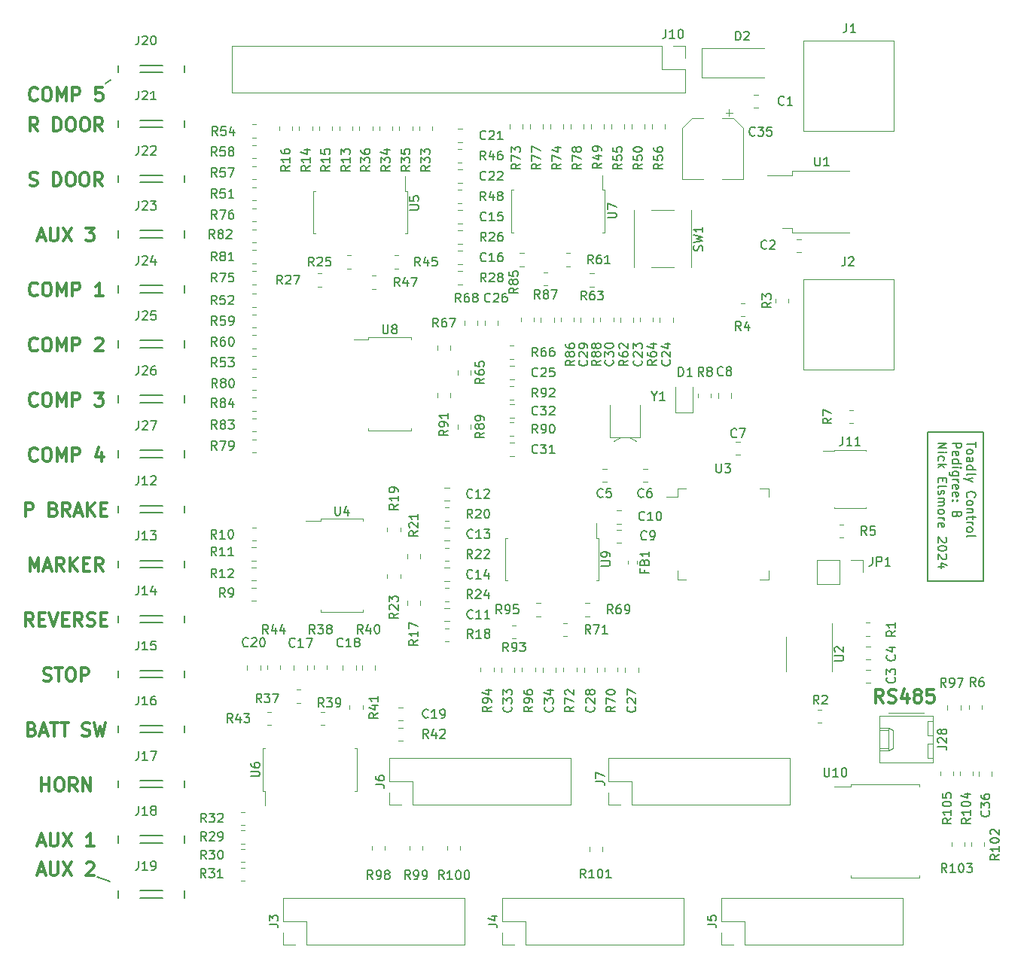
<source format=gbr>
%TF.GenerationSoftware,KiCad,Pcbnew,7.0.10*%
%TF.CreationDate,2024-05-01T16:26:36-07:00*%
%TF.ProjectId,control,636f6e74-726f-46c2-9e6b-696361645f70,B*%
%TF.SameCoordinates,Original*%
%TF.FileFunction,Legend,Top*%
%TF.FilePolarity,Positive*%
%FSLAX46Y46*%
G04 Gerber Fmt 4.6, Leading zero omitted, Abs format (unit mm)*
G04 Created by KiCad (PCBNEW 7.0.10) date 2024-05-01 16:26:36*
%MOMM*%
%LPD*%
G01*
G04 APERTURE LIST*
%ADD10C,0.200000*%
%ADD11C,0.300000*%
%ADD12C,0.150000*%
%ADD13C,0.127000*%
%ADD14C,0.120000*%
G04 APERTURE END LIST*
D10*
X80137000Y-141605000D02*
X81534000Y-142113000D01*
X81026000Y-52324000D02*
X81661000Y-51943000D01*
D11*
X73420653Y-54138171D02*
X73349225Y-54209600D01*
X73349225Y-54209600D02*
X73134939Y-54281028D01*
X73134939Y-54281028D02*
X72992082Y-54281028D01*
X72992082Y-54281028D02*
X72777796Y-54209600D01*
X72777796Y-54209600D02*
X72634939Y-54066742D01*
X72634939Y-54066742D02*
X72563510Y-53923885D01*
X72563510Y-53923885D02*
X72492082Y-53638171D01*
X72492082Y-53638171D02*
X72492082Y-53423885D01*
X72492082Y-53423885D02*
X72563510Y-53138171D01*
X72563510Y-53138171D02*
X72634939Y-52995314D01*
X72634939Y-52995314D02*
X72777796Y-52852457D01*
X72777796Y-52852457D02*
X72992082Y-52781028D01*
X72992082Y-52781028D02*
X73134939Y-52781028D01*
X73134939Y-52781028D02*
X73349225Y-52852457D01*
X73349225Y-52852457D02*
X73420653Y-52923885D01*
X74349225Y-52781028D02*
X74634939Y-52781028D01*
X74634939Y-52781028D02*
X74777796Y-52852457D01*
X74777796Y-52852457D02*
X74920653Y-52995314D01*
X74920653Y-52995314D02*
X74992082Y-53281028D01*
X74992082Y-53281028D02*
X74992082Y-53781028D01*
X74992082Y-53781028D02*
X74920653Y-54066742D01*
X74920653Y-54066742D02*
X74777796Y-54209600D01*
X74777796Y-54209600D02*
X74634939Y-54281028D01*
X74634939Y-54281028D02*
X74349225Y-54281028D01*
X74349225Y-54281028D02*
X74206368Y-54209600D01*
X74206368Y-54209600D02*
X74063510Y-54066742D01*
X74063510Y-54066742D02*
X73992082Y-53781028D01*
X73992082Y-53781028D02*
X73992082Y-53281028D01*
X73992082Y-53281028D02*
X74063510Y-52995314D01*
X74063510Y-52995314D02*
X74206368Y-52852457D01*
X74206368Y-52852457D02*
X74349225Y-52781028D01*
X75634939Y-54281028D02*
X75634939Y-52781028D01*
X75634939Y-52781028D02*
X76134939Y-53852457D01*
X76134939Y-53852457D02*
X76634939Y-52781028D01*
X76634939Y-52781028D02*
X76634939Y-54281028D01*
X77349225Y-54281028D02*
X77349225Y-52781028D01*
X77349225Y-52781028D02*
X77920654Y-52781028D01*
X77920654Y-52781028D02*
X78063511Y-52852457D01*
X78063511Y-52852457D02*
X78134940Y-52923885D01*
X78134940Y-52923885D02*
X78206368Y-53066742D01*
X78206368Y-53066742D02*
X78206368Y-53281028D01*
X78206368Y-53281028D02*
X78134940Y-53423885D01*
X78134940Y-53423885D02*
X78063511Y-53495314D01*
X78063511Y-53495314D02*
X77920654Y-53566742D01*
X77920654Y-53566742D02*
X77349225Y-53566742D01*
X80706368Y-52781028D02*
X79992082Y-52781028D01*
X79992082Y-52781028D02*
X79920654Y-53495314D01*
X79920654Y-53495314D02*
X79992082Y-53423885D01*
X79992082Y-53423885D02*
X80134940Y-53352457D01*
X80134940Y-53352457D02*
X80492082Y-53352457D01*
X80492082Y-53352457D02*
X80634940Y-53423885D01*
X80634940Y-53423885D02*
X80706368Y-53495314D01*
X80706368Y-53495314D02*
X80777797Y-53638171D01*
X80777797Y-53638171D02*
X80777797Y-53995314D01*
X80777797Y-53995314D02*
X80706368Y-54138171D01*
X80706368Y-54138171D02*
X80634940Y-54209600D01*
X80634940Y-54209600D02*
X80492082Y-54281028D01*
X80492082Y-54281028D02*
X80134940Y-54281028D01*
X80134940Y-54281028D02*
X79992082Y-54209600D01*
X79992082Y-54209600D02*
X79920654Y-54138171D01*
X72563510Y-107173628D02*
X72563510Y-105673628D01*
X72563510Y-105673628D02*
X73063510Y-106745057D01*
X73063510Y-106745057D02*
X73563510Y-105673628D01*
X73563510Y-105673628D02*
X73563510Y-107173628D01*
X74206368Y-106745057D02*
X74920654Y-106745057D01*
X74063511Y-107173628D02*
X74563511Y-105673628D01*
X74563511Y-105673628D02*
X75063511Y-107173628D01*
X76420653Y-107173628D02*
X75920653Y-106459342D01*
X75563510Y-107173628D02*
X75563510Y-105673628D01*
X75563510Y-105673628D02*
X76134939Y-105673628D01*
X76134939Y-105673628D02*
X76277796Y-105745057D01*
X76277796Y-105745057D02*
X76349225Y-105816485D01*
X76349225Y-105816485D02*
X76420653Y-105959342D01*
X76420653Y-105959342D02*
X76420653Y-106173628D01*
X76420653Y-106173628D02*
X76349225Y-106316485D01*
X76349225Y-106316485D02*
X76277796Y-106387914D01*
X76277796Y-106387914D02*
X76134939Y-106459342D01*
X76134939Y-106459342D02*
X75563510Y-106459342D01*
X77063510Y-107173628D02*
X77063510Y-105673628D01*
X77920653Y-107173628D02*
X77277796Y-106316485D01*
X77920653Y-105673628D02*
X77063510Y-106530771D01*
X78563510Y-106387914D02*
X79063510Y-106387914D01*
X79277796Y-107173628D02*
X78563510Y-107173628D01*
X78563510Y-107173628D02*
X78563510Y-105673628D01*
X78563510Y-105673628D02*
X79277796Y-105673628D01*
X80777796Y-107173628D02*
X80277796Y-106459342D01*
X79920653Y-107173628D02*
X79920653Y-105673628D01*
X79920653Y-105673628D02*
X80492082Y-105673628D01*
X80492082Y-105673628D02*
X80634939Y-105745057D01*
X80634939Y-105745057D02*
X80706368Y-105816485D01*
X80706368Y-105816485D02*
X80777796Y-105959342D01*
X80777796Y-105959342D02*
X80777796Y-106173628D01*
X80777796Y-106173628D02*
X80706368Y-106316485D01*
X80706368Y-106316485D02*
X80634939Y-106387914D01*
X80634939Y-106387914D02*
X80492082Y-106459342D01*
X80492082Y-106459342D02*
X79920653Y-106459342D01*
X73492082Y-137687057D02*
X74206368Y-137687057D01*
X73349225Y-138115628D02*
X73849225Y-136615628D01*
X73849225Y-136615628D02*
X74349225Y-138115628D01*
X74849224Y-136615628D02*
X74849224Y-137829914D01*
X74849224Y-137829914D02*
X74920653Y-137972771D01*
X74920653Y-137972771D02*
X74992082Y-138044200D01*
X74992082Y-138044200D02*
X75134939Y-138115628D01*
X75134939Y-138115628D02*
X75420653Y-138115628D01*
X75420653Y-138115628D02*
X75563510Y-138044200D01*
X75563510Y-138044200D02*
X75634939Y-137972771D01*
X75634939Y-137972771D02*
X75706367Y-137829914D01*
X75706367Y-137829914D02*
X75706367Y-136615628D01*
X76277796Y-136615628D02*
X77277796Y-138115628D01*
X77277796Y-136615628D02*
X76277796Y-138115628D01*
X79777796Y-138115628D02*
X78920653Y-138115628D01*
X79349224Y-138115628D02*
X79349224Y-136615628D01*
X79349224Y-136615628D02*
X79206367Y-136829914D01*
X79206367Y-136829914D02*
X79063510Y-136972771D01*
X79063510Y-136972771D02*
X78920653Y-137044200D01*
X72099224Y-100985228D02*
X72099224Y-99485228D01*
X72099224Y-99485228D02*
X72670653Y-99485228D01*
X72670653Y-99485228D02*
X72813510Y-99556657D01*
X72813510Y-99556657D02*
X72884939Y-99628085D01*
X72884939Y-99628085D02*
X72956367Y-99770942D01*
X72956367Y-99770942D02*
X72956367Y-99985228D01*
X72956367Y-99985228D02*
X72884939Y-100128085D01*
X72884939Y-100128085D02*
X72813510Y-100199514D01*
X72813510Y-100199514D02*
X72670653Y-100270942D01*
X72670653Y-100270942D02*
X72099224Y-100270942D01*
X75242081Y-100199514D02*
X75456367Y-100270942D01*
X75456367Y-100270942D02*
X75527796Y-100342371D01*
X75527796Y-100342371D02*
X75599224Y-100485228D01*
X75599224Y-100485228D02*
X75599224Y-100699514D01*
X75599224Y-100699514D02*
X75527796Y-100842371D01*
X75527796Y-100842371D02*
X75456367Y-100913800D01*
X75456367Y-100913800D02*
X75313510Y-100985228D01*
X75313510Y-100985228D02*
X74742081Y-100985228D01*
X74742081Y-100985228D02*
X74742081Y-99485228D01*
X74742081Y-99485228D02*
X75242081Y-99485228D01*
X75242081Y-99485228D02*
X75384939Y-99556657D01*
X75384939Y-99556657D02*
X75456367Y-99628085D01*
X75456367Y-99628085D02*
X75527796Y-99770942D01*
X75527796Y-99770942D02*
X75527796Y-99913800D01*
X75527796Y-99913800D02*
X75456367Y-100056657D01*
X75456367Y-100056657D02*
X75384939Y-100128085D01*
X75384939Y-100128085D02*
X75242081Y-100199514D01*
X75242081Y-100199514D02*
X74742081Y-100199514D01*
X77099224Y-100985228D02*
X76599224Y-100270942D01*
X76242081Y-100985228D02*
X76242081Y-99485228D01*
X76242081Y-99485228D02*
X76813510Y-99485228D01*
X76813510Y-99485228D02*
X76956367Y-99556657D01*
X76956367Y-99556657D02*
X77027796Y-99628085D01*
X77027796Y-99628085D02*
X77099224Y-99770942D01*
X77099224Y-99770942D02*
X77099224Y-99985228D01*
X77099224Y-99985228D02*
X77027796Y-100128085D01*
X77027796Y-100128085D02*
X76956367Y-100199514D01*
X76956367Y-100199514D02*
X76813510Y-100270942D01*
X76813510Y-100270942D02*
X76242081Y-100270942D01*
X77670653Y-100556657D02*
X78384939Y-100556657D01*
X77527796Y-100985228D02*
X78027796Y-99485228D01*
X78027796Y-99485228D02*
X78527796Y-100985228D01*
X79027795Y-100985228D02*
X79027795Y-99485228D01*
X79884938Y-100985228D02*
X79242081Y-100128085D01*
X79884938Y-99485228D02*
X79027795Y-100342371D01*
X80527795Y-100199514D02*
X81027795Y-100199514D01*
X81242081Y-100985228D02*
X80527795Y-100985228D01*
X80527795Y-100985228D02*
X80527795Y-99485228D01*
X80527795Y-99485228D02*
X81242081Y-99485228D01*
X73456367Y-57666428D02*
X72956367Y-56952142D01*
X72599224Y-57666428D02*
X72599224Y-56166428D01*
X72599224Y-56166428D02*
X73170653Y-56166428D01*
X73170653Y-56166428D02*
X73313510Y-56237857D01*
X73313510Y-56237857D02*
X73384939Y-56309285D01*
X73384939Y-56309285D02*
X73456367Y-56452142D01*
X73456367Y-56452142D02*
X73456367Y-56666428D01*
X73456367Y-56666428D02*
X73384939Y-56809285D01*
X73384939Y-56809285D02*
X73313510Y-56880714D01*
X73313510Y-56880714D02*
X73170653Y-56952142D01*
X73170653Y-56952142D02*
X72599224Y-56952142D01*
X75242081Y-57666428D02*
X75242081Y-56166428D01*
X75242081Y-56166428D02*
X75599224Y-56166428D01*
X75599224Y-56166428D02*
X75813510Y-56237857D01*
X75813510Y-56237857D02*
X75956367Y-56380714D01*
X75956367Y-56380714D02*
X76027796Y-56523571D01*
X76027796Y-56523571D02*
X76099224Y-56809285D01*
X76099224Y-56809285D02*
X76099224Y-57023571D01*
X76099224Y-57023571D02*
X76027796Y-57309285D01*
X76027796Y-57309285D02*
X75956367Y-57452142D01*
X75956367Y-57452142D02*
X75813510Y-57595000D01*
X75813510Y-57595000D02*
X75599224Y-57666428D01*
X75599224Y-57666428D02*
X75242081Y-57666428D01*
X77027796Y-56166428D02*
X77313510Y-56166428D01*
X77313510Y-56166428D02*
X77456367Y-56237857D01*
X77456367Y-56237857D02*
X77599224Y-56380714D01*
X77599224Y-56380714D02*
X77670653Y-56666428D01*
X77670653Y-56666428D02*
X77670653Y-57166428D01*
X77670653Y-57166428D02*
X77599224Y-57452142D01*
X77599224Y-57452142D02*
X77456367Y-57595000D01*
X77456367Y-57595000D02*
X77313510Y-57666428D01*
X77313510Y-57666428D02*
X77027796Y-57666428D01*
X77027796Y-57666428D02*
X76884939Y-57595000D01*
X76884939Y-57595000D02*
X76742081Y-57452142D01*
X76742081Y-57452142D02*
X76670653Y-57166428D01*
X76670653Y-57166428D02*
X76670653Y-56666428D01*
X76670653Y-56666428D02*
X76742081Y-56380714D01*
X76742081Y-56380714D02*
X76884939Y-56237857D01*
X76884939Y-56237857D02*
X77027796Y-56166428D01*
X78599225Y-56166428D02*
X78884939Y-56166428D01*
X78884939Y-56166428D02*
X79027796Y-56237857D01*
X79027796Y-56237857D02*
X79170653Y-56380714D01*
X79170653Y-56380714D02*
X79242082Y-56666428D01*
X79242082Y-56666428D02*
X79242082Y-57166428D01*
X79242082Y-57166428D02*
X79170653Y-57452142D01*
X79170653Y-57452142D02*
X79027796Y-57595000D01*
X79027796Y-57595000D02*
X78884939Y-57666428D01*
X78884939Y-57666428D02*
X78599225Y-57666428D01*
X78599225Y-57666428D02*
X78456368Y-57595000D01*
X78456368Y-57595000D02*
X78313510Y-57452142D01*
X78313510Y-57452142D02*
X78242082Y-57166428D01*
X78242082Y-57166428D02*
X78242082Y-56666428D01*
X78242082Y-56666428D02*
X78313510Y-56380714D01*
X78313510Y-56380714D02*
X78456368Y-56237857D01*
X78456368Y-56237857D02*
X78599225Y-56166428D01*
X80742082Y-57666428D02*
X80242082Y-56952142D01*
X79884939Y-57666428D02*
X79884939Y-56166428D01*
X79884939Y-56166428D02*
X80456368Y-56166428D01*
X80456368Y-56166428D02*
X80599225Y-56237857D01*
X80599225Y-56237857D02*
X80670654Y-56309285D01*
X80670654Y-56309285D02*
X80742082Y-56452142D01*
X80742082Y-56452142D02*
X80742082Y-56666428D01*
X80742082Y-56666428D02*
X80670654Y-56809285D01*
X80670654Y-56809285D02*
X80599225Y-56880714D01*
X80599225Y-56880714D02*
X80456368Y-56952142D01*
X80456368Y-56952142D02*
X79884939Y-56952142D01*
X74099225Y-119479000D02*
X74313511Y-119550428D01*
X74313511Y-119550428D02*
X74670653Y-119550428D01*
X74670653Y-119550428D02*
X74813511Y-119479000D01*
X74813511Y-119479000D02*
X74884939Y-119407571D01*
X74884939Y-119407571D02*
X74956368Y-119264714D01*
X74956368Y-119264714D02*
X74956368Y-119121857D01*
X74956368Y-119121857D02*
X74884939Y-118979000D01*
X74884939Y-118979000D02*
X74813511Y-118907571D01*
X74813511Y-118907571D02*
X74670653Y-118836142D01*
X74670653Y-118836142D02*
X74384939Y-118764714D01*
X74384939Y-118764714D02*
X74242082Y-118693285D01*
X74242082Y-118693285D02*
X74170653Y-118621857D01*
X74170653Y-118621857D02*
X74099225Y-118479000D01*
X74099225Y-118479000D02*
X74099225Y-118336142D01*
X74099225Y-118336142D02*
X74170653Y-118193285D01*
X74170653Y-118193285D02*
X74242082Y-118121857D01*
X74242082Y-118121857D02*
X74384939Y-118050428D01*
X74384939Y-118050428D02*
X74742082Y-118050428D01*
X74742082Y-118050428D02*
X74956368Y-118121857D01*
X75384939Y-118050428D02*
X76242082Y-118050428D01*
X75813510Y-119550428D02*
X75813510Y-118050428D01*
X77027796Y-118050428D02*
X77313510Y-118050428D01*
X77313510Y-118050428D02*
X77456367Y-118121857D01*
X77456367Y-118121857D02*
X77599224Y-118264714D01*
X77599224Y-118264714D02*
X77670653Y-118550428D01*
X77670653Y-118550428D02*
X77670653Y-119050428D01*
X77670653Y-119050428D02*
X77599224Y-119336142D01*
X77599224Y-119336142D02*
X77456367Y-119479000D01*
X77456367Y-119479000D02*
X77313510Y-119550428D01*
X77313510Y-119550428D02*
X77027796Y-119550428D01*
X77027796Y-119550428D02*
X76884939Y-119479000D01*
X76884939Y-119479000D02*
X76742081Y-119336142D01*
X76742081Y-119336142D02*
X76670653Y-119050428D01*
X76670653Y-119050428D02*
X76670653Y-118550428D01*
X76670653Y-118550428D02*
X76742081Y-118264714D01*
X76742081Y-118264714D02*
X76884939Y-118121857D01*
X76884939Y-118121857D02*
X77027796Y-118050428D01*
X78313510Y-119550428D02*
X78313510Y-118050428D01*
X78313510Y-118050428D02*
X78884939Y-118050428D01*
X78884939Y-118050428D02*
X79027796Y-118121857D01*
X79027796Y-118121857D02*
X79099225Y-118193285D01*
X79099225Y-118193285D02*
X79170653Y-118336142D01*
X79170653Y-118336142D02*
X79170653Y-118550428D01*
X79170653Y-118550428D02*
X79099225Y-118693285D01*
X79099225Y-118693285D02*
X79027796Y-118764714D01*
X79027796Y-118764714D02*
X78884939Y-118836142D01*
X78884939Y-118836142D02*
X78313510Y-118836142D01*
X73492082Y-140974457D02*
X74206368Y-140974457D01*
X73349225Y-141403028D02*
X73849225Y-139903028D01*
X73849225Y-139903028D02*
X74349225Y-141403028D01*
X74849224Y-139903028D02*
X74849224Y-141117314D01*
X74849224Y-141117314D02*
X74920653Y-141260171D01*
X74920653Y-141260171D02*
X74992082Y-141331600D01*
X74992082Y-141331600D02*
X75134939Y-141403028D01*
X75134939Y-141403028D02*
X75420653Y-141403028D01*
X75420653Y-141403028D02*
X75563510Y-141331600D01*
X75563510Y-141331600D02*
X75634939Y-141260171D01*
X75634939Y-141260171D02*
X75706367Y-141117314D01*
X75706367Y-141117314D02*
X75706367Y-139903028D01*
X76277796Y-139903028D02*
X77277796Y-141403028D01*
X77277796Y-139903028D02*
X76277796Y-141403028D01*
X78920653Y-140045885D02*
X78992081Y-139974457D01*
X78992081Y-139974457D02*
X79134939Y-139903028D01*
X79134939Y-139903028D02*
X79492081Y-139903028D01*
X79492081Y-139903028D02*
X79634939Y-139974457D01*
X79634939Y-139974457D02*
X79706367Y-140045885D01*
X79706367Y-140045885D02*
X79777796Y-140188742D01*
X79777796Y-140188742D02*
X79777796Y-140331600D01*
X79777796Y-140331600D02*
X79706367Y-140545885D01*
X79706367Y-140545885D02*
X78849224Y-141403028D01*
X78849224Y-141403028D02*
X79777796Y-141403028D01*
X72563510Y-63783400D02*
X72777796Y-63854828D01*
X72777796Y-63854828D02*
X73134938Y-63854828D01*
X73134938Y-63854828D02*
X73277796Y-63783400D01*
X73277796Y-63783400D02*
X73349224Y-63711971D01*
X73349224Y-63711971D02*
X73420653Y-63569114D01*
X73420653Y-63569114D02*
X73420653Y-63426257D01*
X73420653Y-63426257D02*
X73349224Y-63283400D01*
X73349224Y-63283400D02*
X73277796Y-63211971D01*
X73277796Y-63211971D02*
X73134938Y-63140542D01*
X73134938Y-63140542D02*
X72849224Y-63069114D01*
X72849224Y-63069114D02*
X72706367Y-62997685D01*
X72706367Y-62997685D02*
X72634938Y-62926257D01*
X72634938Y-62926257D02*
X72563510Y-62783400D01*
X72563510Y-62783400D02*
X72563510Y-62640542D01*
X72563510Y-62640542D02*
X72634938Y-62497685D01*
X72634938Y-62497685D02*
X72706367Y-62426257D01*
X72706367Y-62426257D02*
X72849224Y-62354828D01*
X72849224Y-62354828D02*
X73206367Y-62354828D01*
X73206367Y-62354828D02*
X73420653Y-62426257D01*
X75206366Y-63854828D02*
X75206366Y-62354828D01*
X75206366Y-62354828D02*
X75563509Y-62354828D01*
X75563509Y-62354828D02*
X75777795Y-62426257D01*
X75777795Y-62426257D02*
X75920652Y-62569114D01*
X75920652Y-62569114D02*
X75992081Y-62711971D01*
X75992081Y-62711971D02*
X76063509Y-62997685D01*
X76063509Y-62997685D02*
X76063509Y-63211971D01*
X76063509Y-63211971D02*
X75992081Y-63497685D01*
X75992081Y-63497685D02*
X75920652Y-63640542D01*
X75920652Y-63640542D02*
X75777795Y-63783400D01*
X75777795Y-63783400D02*
X75563509Y-63854828D01*
X75563509Y-63854828D02*
X75206366Y-63854828D01*
X76992081Y-62354828D02*
X77277795Y-62354828D01*
X77277795Y-62354828D02*
X77420652Y-62426257D01*
X77420652Y-62426257D02*
X77563509Y-62569114D01*
X77563509Y-62569114D02*
X77634938Y-62854828D01*
X77634938Y-62854828D02*
X77634938Y-63354828D01*
X77634938Y-63354828D02*
X77563509Y-63640542D01*
X77563509Y-63640542D02*
X77420652Y-63783400D01*
X77420652Y-63783400D02*
X77277795Y-63854828D01*
X77277795Y-63854828D02*
X76992081Y-63854828D01*
X76992081Y-63854828D02*
X76849224Y-63783400D01*
X76849224Y-63783400D02*
X76706366Y-63640542D01*
X76706366Y-63640542D02*
X76634938Y-63354828D01*
X76634938Y-63354828D02*
X76634938Y-62854828D01*
X76634938Y-62854828D02*
X76706366Y-62569114D01*
X76706366Y-62569114D02*
X76849224Y-62426257D01*
X76849224Y-62426257D02*
X76992081Y-62354828D01*
X78563510Y-62354828D02*
X78849224Y-62354828D01*
X78849224Y-62354828D02*
X78992081Y-62426257D01*
X78992081Y-62426257D02*
X79134938Y-62569114D01*
X79134938Y-62569114D02*
X79206367Y-62854828D01*
X79206367Y-62854828D02*
X79206367Y-63354828D01*
X79206367Y-63354828D02*
X79134938Y-63640542D01*
X79134938Y-63640542D02*
X78992081Y-63783400D01*
X78992081Y-63783400D02*
X78849224Y-63854828D01*
X78849224Y-63854828D02*
X78563510Y-63854828D01*
X78563510Y-63854828D02*
X78420653Y-63783400D01*
X78420653Y-63783400D02*
X78277795Y-63640542D01*
X78277795Y-63640542D02*
X78206367Y-63354828D01*
X78206367Y-63354828D02*
X78206367Y-62854828D01*
X78206367Y-62854828D02*
X78277795Y-62569114D01*
X78277795Y-62569114D02*
X78420653Y-62426257D01*
X78420653Y-62426257D02*
X78563510Y-62354828D01*
X80706367Y-63854828D02*
X80206367Y-63140542D01*
X79849224Y-63854828D02*
X79849224Y-62354828D01*
X79849224Y-62354828D02*
X80420653Y-62354828D01*
X80420653Y-62354828D02*
X80563510Y-62426257D01*
X80563510Y-62426257D02*
X80634939Y-62497685D01*
X80634939Y-62497685D02*
X80706367Y-62640542D01*
X80706367Y-62640542D02*
X80706367Y-62854828D01*
X80706367Y-62854828D02*
X80634939Y-62997685D01*
X80634939Y-62997685D02*
X80563510Y-63069114D01*
X80563510Y-63069114D02*
X80420653Y-63140542D01*
X80420653Y-63140542D02*
X79849224Y-63140542D01*
X168543653Y-121974828D02*
X168043653Y-121260542D01*
X167686510Y-121974828D02*
X167686510Y-120474828D01*
X167686510Y-120474828D02*
X168257939Y-120474828D01*
X168257939Y-120474828D02*
X168400796Y-120546257D01*
X168400796Y-120546257D02*
X168472225Y-120617685D01*
X168472225Y-120617685D02*
X168543653Y-120760542D01*
X168543653Y-120760542D02*
X168543653Y-120974828D01*
X168543653Y-120974828D02*
X168472225Y-121117685D01*
X168472225Y-121117685D02*
X168400796Y-121189114D01*
X168400796Y-121189114D02*
X168257939Y-121260542D01*
X168257939Y-121260542D02*
X167686510Y-121260542D01*
X169115082Y-121903400D02*
X169329368Y-121974828D01*
X169329368Y-121974828D02*
X169686510Y-121974828D01*
X169686510Y-121974828D02*
X169829368Y-121903400D01*
X169829368Y-121903400D02*
X169900796Y-121831971D01*
X169900796Y-121831971D02*
X169972225Y-121689114D01*
X169972225Y-121689114D02*
X169972225Y-121546257D01*
X169972225Y-121546257D02*
X169900796Y-121403400D01*
X169900796Y-121403400D02*
X169829368Y-121331971D01*
X169829368Y-121331971D02*
X169686510Y-121260542D01*
X169686510Y-121260542D02*
X169400796Y-121189114D01*
X169400796Y-121189114D02*
X169257939Y-121117685D01*
X169257939Y-121117685D02*
X169186510Y-121046257D01*
X169186510Y-121046257D02*
X169115082Y-120903400D01*
X169115082Y-120903400D02*
X169115082Y-120760542D01*
X169115082Y-120760542D02*
X169186510Y-120617685D01*
X169186510Y-120617685D02*
X169257939Y-120546257D01*
X169257939Y-120546257D02*
X169400796Y-120474828D01*
X169400796Y-120474828D02*
X169757939Y-120474828D01*
X169757939Y-120474828D02*
X169972225Y-120546257D01*
X171257939Y-120974828D02*
X171257939Y-121974828D01*
X170900796Y-120403400D02*
X170543653Y-121474828D01*
X170543653Y-121474828D02*
X171472224Y-121474828D01*
X172257938Y-121117685D02*
X172115081Y-121046257D01*
X172115081Y-121046257D02*
X172043652Y-120974828D01*
X172043652Y-120974828D02*
X171972224Y-120831971D01*
X171972224Y-120831971D02*
X171972224Y-120760542D01*
X171972224Y-120760542D02*
X172043652Y-120617685D01*
X172043652Y-120617685D02*
X172115081Y-120546257D01*
X172115081Y-120546257D02*
X172257938Y-120474828D01*
X172257938Y-120474828D02*
X172543652Y-120474828D01*
X172543652Y-120474828D02*
X172686510Y-120546257D01*
X172686510Y-120546257D02*
X172757938Y-120617685D01*
X172757938Y-120617685D02*
X172829367Y-120760542D01*
X172829367Y-120760542D02*
X172829367Y-120831971D01*
X172829367Y-120831971D02*
X172757938Y-120974828D01*
X172757938Y-120974828D02*
X172686510Y-121046257D01*
X172686510Y-121046257D02*
X172543652Y-121117685D01*
X172543652Y-121117685D02*
X172257938Y-121117685D01*
X172257938Y-121117685D02*
X172115081Y-121189114D01*
X172115081Y-121189114D02*
X172043652Y-121260542D01*
X172043652Y-121260542D02*
X171972224Y-121403400D01*
X171972224Y-121403400D02*
X171972224Y-121689114D01*
X171972224Y-121689114D02*
X172043652Y-121831971D01*
X172043652Y-121831971D02*
X172115081Y-121903400D01*
X172115081Y-121903400D02*
X172257938Y-121974828D01*
X172257938Y-121974828D02*
X172543652Y-121974828D01*
X172543652Y-121974828D02*
X172686510Y-121903400D01*
X172686510Y-121903400D02*
X172757938Y-121831971D01*
X172757938Y-121831971D02*
X172829367Y-121689114D01*
X172829367Y-121689114D02*
X172829367Y-121403400D01*
X172829367Y-121403400D02*
X172757938Y-121260542D01*
X172757938Y-121260542D02*
X172686510Y-121189114D01*
X172686510Y-121189114D02*
X172543652Y-121117685D01*
X174186509Y-120474828D02*
X173472223Y-120474828D01*
X173472223Y-120474828D02*
X173400795Y-121189114D01*
X173400795Y-121189114D02*
X173472223Y-121117685D01*
X173472223Y-121117685D02*
X173615081Y-121046257D01*
X173615081Y-121046257D02*
X173972223Y-121046257D01*
X173972223Y-121046257D02*
X174115081Y-121117685D01*
X174115081Y-121117685D02*
X174186509Y-121189114D01*
X174186509Y-121189114D02*
X174257938Y-121331971D01*
X174257938Y-121331971D02*
X174257938Y-121689114D01*
X174257938Y-121689114D02*
X174186509Y-121831971D01*
X174186509Y-121831971D02*
X174115081Y-121903400D01*
X174115081Y-121903400D02*
X173972223Y-121974828D01*
X173972223Y-121974828D02*
X173615081Y-121974828D01*
X173615081Y-121974828D02*
X173472223Y-121903400D01*
X173472223Y-121903400D02*
X173400795Y-121831971D01*
X72813510Y-124953114D02*
X73027796Y-125024542D01*
X73027796Y-125024542D02*
X73099225Y-125095971D01*
X73099225Y-125095971D02*
X73170653Y-125238828D01*
X73170653Y-125238828D02*
X73170653Y-125453114D01*
X73170653Y-125453114D02*
X73099225Y-125595971D01*
X73099225Y-125595971D02*
X73027796Y-125667400D01*
X73027796Y-125667400D02*
X72884939Y-125738828D01*
X72884939Y-125738828D02*
X72313510Y-125738828D01*
X72313510Y-125738828D02*
X72313510Y-124238828D01*
X72313510Y-124238828D02*
X72813510Y-124238828D01*
X72813510Y-124238828D02*
X72956368Y-124310257D01*
X72956368Y-124310257D02*
X73027796Y-124381685D01*
X73027796Y-124381685D02*
X73099225Y-124524542D01*
X73099225Y-124524542D02*
X73099225Y-124667400D01*
X73099225Y-124667400D02*
X73027796Y-124810257D01*
X73027796Y-124810257D02*
X72956368Y-124881685D01*
X72956368Y-124881685D02*
X72813510Y-124953114D01*
X72813510Y-124953114D02*
X72313510Y-124953114D01*
X73742082Y-125310257D02*
X74456368Y-125310257D01*
X73599225Y-125738828D02*
X74099225Y-124238828D01*
X74099225Y-124238828D02*
X74599225Y-125738828D01*
X74884939Y-124238828D02*
X75742082Y-124238828D01*
X75313510Y-125738828D02*
X75313510Y-124238828D01*
X76027796Y-124238828D02*
X76884939Y-124238828D01*
X76456367Y-125738828D02*
X76456367Y-124238828D01*
X78456367Y-125667400D02*
X78670653Y-125738828D01*
X78670653Y-125738828D02*
X79027795Y-125738828D01*
X79027795Y-125738828D02*
X79170653Y-125667400D01*
X79170653Y-125667400D02*
X79242081Y-125595971D01*
X79242081Y-125595971D02*
X79313510Y-125453114D01*
X79313510Y-125453114D02*
X79313510Y-125310257D01*
X79313510Y-125310257D02*
X79242081Y-125167400D01*
X79242081Y-125167400D02*
X79170653Y-125095971D01*
X79170653Y-125095971D02*
X79027795Y-125024542D01*
X79027795Y-125024542D02*
X78742081Y-124953114D01*
X78742081Y-124953114D02*
X78599224Y-124881685D01*
X78599224Y-124881685D02*
X78527795Y-124810257D01*
X78527795Y-124810257D02*
X78456367Y-124667400D01*
X78456367Y-124667400D02*
X78456367Y-124524542D01*
X78456367Y-124524542D02*
X78527795Y-124381685D01*
X78527795Y-124381685D02*
X78599224Y-124310257D01*
X78599224Y-124310257D02*
X78742081Y-124238828D01*
X78742081Y-124238828D02*
X79099224Y-124238828D01*
X79099224Y-124238828D02*
X79313510Y-124310257D01*
X79813509Y-124238828D02*
X80170652Y-125738828D01*
X80170652Y-125738828D02*
X80456366Y-124667400D01*
X80456366Y-124667400D02*
X80742081Y-125738828D01*
X80742081Y-125738828D02*
X81099224Y-124238828D01*
X73420653Y-82277171D02*
X73349225Y-82348600D01*
X73349225Y-82348600D02*
X73134939Y-82420028D01*
X73134939Y-82420028D02*
X72992082Y-82420028D01*
X72992082Y-82420028D02*
X72777796Y-82348600D01*
X72777796Y-82348600D02*
X72634939Y-82205742D01*
X72634939Y-82205742D02*
X72563510Y-82062885D01*
X72563510Y-82062885D02*
X72492082Y-81777171D01*
X72492082Y-81777171D02*
X72492082Y-81562885D01*
X72492082Y-81562885D02*
X72563510Y-81277171D01*
X72563510Y-81277171D02*
X72634939Y-81134314D01*
X72634939Y-81134314D02*
X72777796Y-80991457D01*
X72777796Y-80991457D02*
X72992082Y-80920028D01*
X72992082Y-80920028D02*
X73134939Y-80920028D01*
X73134939Y-80920028D02*
X73349225Y-80991457D01*
X73349225Y-80991457D02*
X73420653Y-81062885D01*
X74349225Y-80920028D02*
X74634939Y-80920028D01*
X74634939Y-80920028D02*
X74777796Y-80991457D01*
X74777796Y-80991457D02*
X74920653Y-81134314D01*
X74920653Y-81134314D02*
X74992082Y-81420028D01*
X74992082Y-81420028D02*
X74992082Y-81920028D01*
X74992082Y-81920028D02*
X74920653Y-82205742D01*
X74920653Y-82205742D02*
X74777796Y-82348600D01*
X74777796Y-82348600D02*
X74634939Y-82420028D01*
X74634939Y-82420028D02*
X74349225Y-82420028D01*
X74349225Y-82420028D02*
X74206368Y-82348600D01*
X74206368Y-82348600D02*
X74063510Y-82205742D01*
X74063510Y-82205742D02*
X73992082Y-81920028D01*
X73992082Y-81920028D02*
X73992082Y-81420028D01*
X73992082Y-81420028D02*
X74063510Y-81134314D01*
X74063510Y-81134314D02*
X74206368Y-80991457D01*
X74206368Y-80991457D02*
X74349225Y-80920028D01*
X75634939Y-82420028D02*
X75634939Y-80920028D01*
X75634939Y-80920028D02*
X76134939Y-81991457D01*
X76134939Y-81991457D02*
X76634939Y-80920028D01*
X76634939Y-80920028D02*
X76634939Y-82420028D01*
X77349225Y-82420028D02*
X77349225Y-80920028D01*
X77349225Y-80920028D02*
X77920654Y-80920028D01*
X77920654Y-80920028D02*
X78063511Y-80991457D01*
X78063511Y-80991457D02*
X78134940Y-81062885D01*
X78134940Y-81062885D02*
X78206368Y-81205742D01*
X78206368Y-81205742D02*
X78206368Y-81420028D01*
X78206368Y-81420028D02*
X78134940Y-81562885D01*
X78134940Y-81562885D02*
X78063511Y-81634314D01*
X78063511Y-81634314D02*
X77920654Y-81705742D01*
X77920654Y-81705742D02*
X77349225Y-81705742D01*
X79920654Y-81062885D02*
X79992082Y-80991457D01*
X79992082Y-80991457D02*
X80134940Y-80920028D01*
X80134940Y-80920028D02*
X80492082Y-80920028D01*
X80492082Y-80920028D02*
X80634940Y-80991457D01*
X80634940Y-80991457D02*
X80706368Y-81062885D01*
X80706368Y-81062885D02*
X80777797Y-81205742D01*
X80777797Y-81205742D02*
X80777797Y-81348600D01*
X80777797Y-81348600D02*
X80706368Y-81562885D01*
X80706368Y-81562885D02*
X79849225Y-82420028D01*
X79849225Y-82420028D02*
X80777797Y-82420028D01*
X73420653Y-94653971D02*
X73349225Y-94725400D01*
X73349225Y-94725400D02*
X73134939Y-94796828D01*
X73134939Y-94796828D02*
X72992082Y-94796828D01*
X72992082Y-94796828D02*
X72777796Y-94725400D01*
X72777796Y-94725400D02*
X72634939Y-94582542D01*
X72634939Y-94582542D02*
X72563510Y-94439685D01*
X72563510Y-94439685D02*
X72492082Y-94153971D01*
X72492082Y-94153971D02*
X72492082Y-93939685D01*
X72492082Y-93939685D02*
X72563510Y-93653971D01*
X72563510Y-93653971D02*
X72634939Y-93511114D01*
X72634939Y-93511114D02*
X72777796Y-93368257D01*
X72777796Y-93368257D02*
X72992082Y-93296828D01*
X72992082Y-93296828D02*
X73134939Y-93296828D01*
X73134939Y-93296828D02*
X73349225Y-93368257D01*
X73349225Y-93368257D02*
X73420653Y-93439685D01*
X74349225Y-93296828D02*
X74634939Y-93296828D01*
X74634939Y-93296828D02*
X74777796Y-93368257D01*
X74777796Y-93368257D02*
X74920653Y-93511114D01*
X74920653Y-93511114D02*
X74992082Y-93796828D01*
X74992082Y-93796828D02*
X74992082Y-94296828D01*
X74992082Y-94296828D02*
X74920653Y-94582542D01*
X74920653Y-94582542D02*
X74777796Y-94725400D01*
X74777796Y-94725400D02*
X74634939Y-94796828D01*
X74634939Y-94796828D02*
X74349225Y-94796828D01*
X74349225Y-94796828D02*
X74206368Y-94725400D01*
X74206368Y-94725400D02*
X74063510Y-94582542D01*
X74063510Y-94582542D02*
X73992082Y-94296828D01*
X73992082Y-94296828D02*
X73992082Y-93796828D01*
X73992082Y-93796828D02*
X74063510Y-93511114D01*
X74063510Y-93511114D02*
X74206368Y-93368257D01*
X74206368Y-93368257D02*
X74349225Y-93296828D01*
X75634939Y-94796828D02*
X75634939Y-93296828D01*
X75634939Y-93296828D02*
X76134939Y-94368257D01*
X76134939Y-94368257D02*
X76634939Y-93296828D01*
X76634939Y-93296828D02*
X76634939Y-94796828D01*
X77349225Y-94796828D02*
X77349225Y-93296828D01*
X77349225Y-93296828D02*
X77920654Y-93296828D01*
X77920654Y-93296828D02*
X78063511Y-93368257D01*
X78063511Y-93368257D02*
X78134940Y-93439685D01*
X78134940Y-93439685D02*
X78206368Y-93582542D01*
X78206368Y-93582542D02*
X78206368Y-93796828D01*
X78206368Y-93796828D02*
X78134940Y-93939685D01*
X78134940Y-93939685D02*
X78063511Y-94011114D01*
X78063511Y-94011114D02*
X77920654Y-94082542D01*
X77920654Y-94082542D02*
X77349225Y-94082542D01*
X80634940Y-93796828D02*
X80634940Y-94796828D01*
X80277797Y-93225400D02*
X79920654Y-94296828D01*
X79920654Y-94296828D02*
X80849225Y-94296828D01*
X73420653Y-88465571D02*
X73349225Y-88537000D01*
X73349225Y-88537000D02*
X73134939Y-88608428D01*
X73134939Y-88608428D02*
X72992082Y-88608428D01*
X72992082Y-88608428D02*
X72777796Y-88537000D01*
X72777796Y-88537000D02*
X72634939Y-88394142D01*
X72634939Y-88394142D02*
X72563510Y-88251285D01*
X72563510Y-88251285D02*
X72492082Y-87965571D01*
X72492082Y-87965571D02*
X72492082Y-87751285D01*
X72492082Y-87751285D02*
X72563510Y-87465571D01*
X72563510Y-87465571D02*
X72634939Y-87322714D01*
X72634939Y-87322714D02*
X72777796Y-87179857D01*
X72777796Y-87179857D02*
X72992082Y-87108428D01*
X72992082Y-87108428D02*
X73134939Y-87108428D01*
X73134939Y-87108428D02*
X73349225Y-87179857D01*
X73349225Y-87179857D02*
X73420653Y-87251285D01*
X74349225Y-87108428D02*
X74634939Y-87108428D01*
X74634939Y-87108428D02*
X74777796Y-87179857D01*
X74777796Y-87179857D02*
X74920653Y-87322714D01*
X74920653Y-87322714D02*
X74992082Y-87608428D01*
X74992082Y-87608428D02*
X74992082Y-88108428D01*
X74992082Y-88108428D02*
X74920653Y-88394142D01*
X74920653Y-88394142D02*
X74777796Y-88537000D01*
X74777796Y-88537000D02*
X74634939Y-88608428D01*
X74634939Y-88608428D02*
X74349225Y-88608428D01*
X74349225Y-88608428D02*
X74206368Y-88537000D01*
X74206368Y-88537000D02*
X74063510Y-88394142D01*
X74063510Y-88394142D02*
X73992082Y-88108428D01*
X73992082Y-88108428D02*
X73992082Y-87608428D01*
X73992082Y-87608428D02*
X74063510Y-87322714D01*
X74063510Y-87322714D02*
X74206368Y-87179857D01*
X74206368Y-87179857D02*
X74349225Y-87108428D01*
X75634939Y-88608428D02*
X75634939Y-87108428D01*
X75634939Y-87108428D02*
X76134939Y-88179857D01*
X76134939Y-88179857D02*
X76634939Y-87108428D01*
X76634939Y-87108428D02*
X76634939Y-88608428D01*
X77349225Y-88608428D02*
X77349225Y-87108428D01*
X77349225Y-87108428D02*
X77920654Y-87108428D01*
X77920654Y-87108428D02*
X78063511Y-87179857D01*
X78063511Y-87179857D02*
X78134940Y-87251285D01*
X78134940Y-87251285D02*
X78206368Y-87394142D01*
X78206368Y-87394142D02*
X78206368Y-87608428D01*
X78206368Y-87608428D02*
X78134940Y-87751285D01*
X78134940Y-87751285D02*
X78063511Y-87822714D01*
X78063511Y-87822714D02*
X77920654Y-87894142D01*
X77920654Y-87894142D02*
X77349225Y-87894142D01*
X79849225Y-87108428D02*
X80777797Y-87108428D01*
X80777797Y-87108428D02*
X80277797Y-87679857D01*
X80277797Y-87679857D02*
X80492082Y-87679857D01*
X80492082Y-87679857D02*
X80634940Y-87751285D01*
X80634940Y-87751285D02*
X80706368Y-87822714D01*
X80706368Y-87822714D02*
X80777797Y-87965571D01*
X80777797Y-87965571D02*
X80777797Y-88322714D01*
X80777797Y-88322714D02*
X80706368Y-88465571D01*
X80706368Y-88465571D02*
X80634940Y-88537000D01*
X80634940Y-88537000D02*
X80492082Y-88608428D01*
X80492082Y-88608428D02*
X80063511Y-88608428D01*
X80063511Y-88608428D02*
X79920654Y-88537000D01*
X79920654Y-88537000D02*
X79849225Y-88465571D01*
X73884938Y-131927228D02*
X73884938Y-130427228D01*
X73884938Y-131141514D02*
X74742081Y-131141514D01*
X74742081Y-131927228D02*
X74742081Y-130427228D01*
X75742082Y-130427228D02*
X76027796Y-130427228D01*
X76027796Y-130427228D02*
X76170653Y-130498657D01*
X76170653Y-130498657D02*
X76313510Y-130641514D01*
X76313510Y-130641514D02*
X76384939Y-130927228D01*
X76384939Y-130927228D02*
X76384939Y-131427228D01*
X76384939Y-131427228D02*
X76313510Y-131712942D01*
X76313510Y-131712942D02*
X76170653Y-131855800D01*
X76170653Y-131855800D02*
X76027796Y-131927228D01*
X76027796Y-131927228D02*
X75742082Y-131927228D01*
X75742082Y-131927228D02*
X75599225Y-131855800D01*
X75599225Y-131855800D02*
X75456367Y-131712942D01*
X75456367Y-131712942D02*
X75384939Y-131427228D01*
X75384939Y-131427228D02*
X75384939Y-130927228D01*
X75384939Y-130927228D02*
X75456367Y-130641514D01*
X75456367Y-130641514D02*
X75599225Y-130498657D01*
X75599225Y-130498657D02*
X75742082Y-130427228D01*
X77884939Y-131927228D02*
X77384939Y-131212942D01*
X77027796Y-131927228D02*
X77027796Y-130427228D01*
X77027796Y-130427228D02*
X77599225Y-130427228D01*
X77599225Y-130427228D02*
X77742082Y-130498657D01*
X77742082Y-130498657D02*
X77813511Y-130570085D01*
X77813511Y-130570085D02*
X77884939Y-130712942D01*
X77884939Y-130712942D02*
X77884939Y-130927228D01*
X77884939Y-130927228D02*
X77813511Y-131070085D01*
X77813511Y-131070085D02*
X77742082Y-131141514D01*
X77742082Y-131141514D02*
X77599225Y-131212942D01*
X77599225Y-131212942D02*
X77027796Y-131212942D01*
X78527796Y-131927228D02*
X78527796Y-130427228D01*
X78527796Y-130427228D02*
X79384939Y-131927228D01*
X79384939Y-131927228D02*
X79384939Y-130427228D01*
X73420653Y-76088771D02*
X73349225Y-76160200D01*
X73349225Y-76160200D02*
X73134939Y-76231628D01*
X73134939Y-76231628D02*
X72992082Y-76231628D01*
X72992082Y-76231628D02*
X72777796Y-76160200D01*
X72777796Y-76160200D02*
X72634939Y-76017342D01*
X72634939Y-76017342D02*
X72563510Y-75874485D01*
X72563510Y-75874485D02*
X72492082Y-75588771D01*
X72492082Y-75588771D02*
X72492082Y-75374485D01*
X72492082Y-75374485D02*
X72563510Y-75088771D01*
X72563510Y-75088771D02*
X72634939Y-74945914D01*
X72634939Y-74945914D02*
X72777796Y-74803057D01*
X72777796Y-74803057D02*
X72992082Y-74731628D01*
X72992082Y-74731628D02*
X73134939Y-74731628D01*
X73134939Y-74731628D02*
X73349225Y-74803057D01*
X73349225Y-74803057D02*
X73420653Y-74874485D01*
X74349225Y-74731628D02*
X74634939Y-74731628D01*
X74634939Y-74731628D02*
X74777796Y-74803057D01*
X74777796Y-74803057D02*
X74920653Y-74945914D01*
X74920653Y-74945914D02*
X74992082Y-75231628D01*
X74992082Y-75231628D02*
X74992082Y-75731628D01*
X74992082Y-75731628D02*
X74920653Y-76017342D01*
X74920653Y-76017342D02*
X74777796Y-76160200D01*
X74777796Y-76160200D02*
X74634939Y-76231628D01*
X74634939Y-76231628D02*
X74349225Y-76231628D01*
X74349225Y-76231628D02*
X74206368Y-76160200D01*
X74206368Y-76160200D02*
X74063510Y-76017342D01*
X74063510Y-76017342D02*
X73992082Y-75731628D01*
X73992082Y-75731628D02*
X73992082Y-75231628D01*
X73992082Y-75231628D02*
X74063510Y-74945914D01*
X74063510Y-74945914D02*
X74206368Y-74803057D01*
X74206368Y-74803057D02*
X74349225Y-74731628D01*
X75634939Y-76231628D02*
X75634939Y-74731628D01*
X75634939Y-74731628D02*
X76134939Y-75803057D01*
X76134939Y-75803057D02*
X76634939Y-74731628D01*
X76634939Y-74731628D02*
X76634939Y-76231628D01*
X77349225Y-76231628D02*
X77349225Y-74731628D01*
X77349225Y-74731628D02*
X77920654Y-74731628D01*
X77920654Y-74731628D02*
X78063511Y-74803057D01*
X78063511Y-74803057D02*
X78134940Y-74874485D01*
X78134940Y-74874485D02*
X78206368Y-75017342D01*
X78206368Y-75017342D02*
X78206368Y-75231628D01*
X78206368Y-75231628D02*
X78134940Y-75374485D01*
X78134940Y-75374485D02*
X78063511Y-75445914D01*
X78063511Y-75445914D02*
X77920654Y-75517342D01*
X77920654Y-75517342D02*
X77349225Y-75517342D01*
X80777797Y-76231628D02*
X79920654Y-76231628D01*
X80349225Y-76231628D02*
X80349225Y-74731628D01*
X80349225Y-74731628D02*
X80206368Y-74945914D01*
X80206368Y-74945914D02*
X80063511Y-75088771D01*
X80063511Y-75088771D02*
X79920654Y-75160200D01*
X72956367Y-113362028D02*
X72456367Y-112647742D01*
X72099224Y-113362028D02*
X72099224Y-111862028D01*
X72099224Y-111862028D02*
X72670653Y-111862028D01*
X72670653Y-111862028D02*
X72813510Y-111933457D01*
X72813510Y-111933457D02*
X72884939Y-112004885D01*
X72884939Y-112004885D02*
X72956367Y-112147742D01*
X72956367Y-112147742D02*
X72956367Y-112362028D01*
X72956367Y-112362028D02*
X72884939Y-112504885D01*
X72884939Y-112504885D02*
X72813510Y-112576314D01*
X72813510Y-112576314D02*
X72670653Y-112647742D01*
X72670653Y-112647742D02*
X72099224Y-112647742D01*
X73599224Y-112576314D02*
X74099224Y-112576314D01*
X74313510Y-113362028D02*
X73599224Y-113362028D01*
X73599224Y-113362028D02*
X73599224Y-111862028D01*
X73599224Y-111862028D02*
X74313510Y-111862028D01*
X74742082Y-111862028D02*
X75242082Y-113362028D01*
X75242082Y-113362028D02*
X75742082Y-111862028D01*
X76242081Y-112576314D02*
X76742081Y-112576314D01*
X76956367Y-113362028D02*
X76242081Y-113362028D01*
X76242081Y-113362028D02*
X76242081Y-111862028D01*
X76242081Y-111862028D02*
X76956367Y-111862028D01*
X78456367Y-113362028D02*
X77956367Y-112647742D01*
X77599224Y-113362028D02*
X77599224Y-111862028D01*
X77599224Y-111862028D02*
X78170653Y-111862028D01*
X78170653Y-111862028D02*
X78313510Y-111933457D01*
X78313510Y-111933457D02*
X78384939Y-112004885D01*
X78384939Y-112004885D02*
X78456367Y-112147742D01*
X78456367Y-112147742D02*
X78456367Y-112362028D01*
X78456367Y-112362028D02*
X78384939Y-112504885D01*
X78384939Y-112504885D02*
X78313510Y-112576314D01*
X78313510Y-112576314D02*
X78170653Y-112647742D01*
X78170653Y-112647742D02*
X77599224Y-112647742D01*
X79027796Y-113290600D02*
X79242082Y-113362028D01*
X79242082Y-113362028D02*
X79599224Y-113362028D01*
X79599224Y-113362028D02*
X79742082Y-113290600D01*
X79742082Y-113290600D02*
X79813510Y-113219171D01*
X79813510Y-113219171D02*
X79884939Y-113076314D01*
X79884939Y-113076314D02*
X79884939Y-112933457D01*
X79884939Y-112933457D02*
X79813510Y-112790600D01*
X79813510Y-112790600D02*
X79742082Y-112719171D01*
X79742082Y-112719171D02*
X79599224Y-112647742D01*
X79599224Y-112647742D02*
X79313510Y-112576314D01*
X79313510Y-112576314D02*
X79170653Y-112504885D01*
X79170653Y-112504885D02*
X79099224Y-112433457D01*
X79099224Y-112433457D02*
X79027796Y-112290600D01*
X79027796Y-112290600D02*
X79027796Y-112147742D01*
X79027796Y-112147742D02*
X79099224Y-112004885D01*
X79099224Y-112004885D02*
X79170653Y-111933457D01*
X79170653Y-111933457D02*
X79313510Y-111862028D01*
X79313510Y-111862028D02*
X79670653Y-111862028D01*
X79670653Y-111862028D02*
X79884939Y-111933457D01*
X80527795Y-112576314D02*
X81027795Y-112576314D01*
X81242081Y-113362028D02*
X80527795Y-113362028D01*
X80527795Y-113362028D02*
X80527795Y-111862028D01*
X80527795Y-111862028D02*
X81242081Y-111862028D01*
X73492082Y-69614657D02*
X74206368Y-69614657D01*
X73349225Y-70043228D02*
X73849225Y-68543228D01*
X73849225Y-68543228D02*
X74349225Y-70043228D01*
X74849224Y-68543228D02*
X74849224Y-69757514D01*
X74849224Y-69757514D02*
X74920653Y-69900371D01*
X74920653Y-69900371D02*
X74992082Y-69971800D01*
X74992082Y-69971800D02*
X75134939Y-70043228D01*
X75134939Y-70043228D02*
X75420653Y-70043228D01*
X75420653Y-70043228D02*
X75563510Y-69971800D01*
X75563510Y-69971800D02*
X75634939Y-69900371D01*
X75634939Y-69900371D02*
X75706367Y-69757514D01*
X75706367Y-69757514D02*
X75706367Y-68543228D01*
X76277796Y-68543228D02*
X77277796Y-70043228D01*
X77277796Y-68543228D02*
X76277796Y-70043228D01*
X78849224Y-68543228D02*
X79777796Y-68543228D01*
X79777796Y-68543228D02*
X79277796Y-69114657D01*
X79277796Y-69114657D02*
X79492081Y-69114657D01*
X79492081Y-69114657D02*
X79634939Y-69186085D01*
X79634939Y-69186085D02*
X79706367Y-69257514D01*
X79706367Y-69257514D02*
X79777796Y-69400371D01*
X79777796Y-69400371D02*
X79777796Y-69757514D01*
X79777796Y-69757514D02*
X79706367Y-69900371D01*
X79706367Y-69900371D02*
X79634939Y-69971800D01*
X79634939Y-69971800D02*
X79492081Y-70043228D01*
X79492081Y-70043228D02*
X79063510Y-70043228D01*
X79063510Y-70043228D02*
X78920653Y-69971800D01*
X78920653Y-69971800D02*
X78849224Y-69900371D01*
D10*
X178893980Y-92618416D02*
X178893980Y-93189844D01*
X177893980Y-92904130D02*
X178893980Y-92904130D01*
X177893980Y-93666035D02*
X177941600Y-93570797D01*
X177941600Y-93570797D02*
X177989219Y-93523178D01*
X177989219Y-93523178D02*
X178084457Y-93475559D01*
X178084457Y-93475559D02*
X178370171Y-93475559D01*
X178370171Y-93475559D02*
X178465409Y-93523178D01*
X178465409Y-93523178D02*
X178513028Y-93570797D01*
X178513028Y-93570797D02*
X178560647Y-93666035D01*
X178560647Y-93666035D02*
X178560647Y-93808892D01*
X178560647Y-93808892D02*
X178513028Y-93904130D01*
X178513028Y-93904130D02*
X178465409Y-93951749D01*
X178465409Y-93951749D02*
X178370171Y-93999368D01*
X178370171Y-93999368D02*
X178084457Y-93999368D01*
X178084457Y-93999368D02*
X177989219Y-93951749D01*
X177989219Y-93951749D02*
X177941600Y-93904130D01*
X177941600Y-93904130D02*
X177893980Y-93808892D01*
X177893980Y-93808892D02*
X177893980Y-93666035D01*
X177893980Y-94856511D02*
X178417790Y-94856511D01*
X178417790Y-94856511D02*
X178513028Y-94808892D01*
X178513028Y-94808892D02*
X178560647Y-94713654D01*
X178560647Y-94713654D02*
X178560647Y-94523178D01*
X178560647Y-94523178D02*
X178513028Y-94427940D01*
X177941600Y-94856511D02*
X177893980Y-94761273D01*
X177893980Y-94761273D02*
X177893980Y-94523178D01*
X177893980Y-94523178D02*
X177941600Y-94427940D01*
X177941600Y-94427940D02*
X178036838Y-94380321D01*
X178036838Y-94380321D02*
X178132076Y-94380321D01*
X178132076Y-94380321D02*
X178227314Y-94427940D01*
X178227314Y-94427940D02*
X178274933Y-94523178D01*
X178274933Y-94523178D02*
X178274933Y-94761273D01*
X178274933Y-94761273D02*
X178322552Y-94856511D01*
X177893980Y-95761273D02*
X178893980Y-95761273D01*
X177941600Y-95761273D02*
X177893980Y-95666035D01*
X177893980Y-95666035D02*
X177893980Y-95475559D01*
X177893980Y-95475559D02*
X177941600Y-95380321D01*
X177941600Y-95380321D02*
X177989219Y-95332702D01*
X177989219Y-95332702D02*
X178084457Y-95285083D01*
X178084457Y-95285083D02*
X178370171Y-95285083D01*
X178370171Y-95285083D02*
X178465409Y-95332702D01*
X178465409Y-95332702D02*
X178513028Y-95380321D01*
X178513028Y-95380321D02*
X178560647Y-95475559D01*
X178560647Y-95475559D02*
X178560647Y-95666035D01*
X178560647Y-95666035D02*
X178513028Y-95761273D01*
X177893980Y-96380321D02*
X177941600Y-96285083D01*
X177941600Y-96285083D02*
X178036838Y-96237464D01*
X178036838Y-96237464D02*
X178893980Y-96237464D01*
X178560647Y-96666036D02*
X177893980Y-96904131D01*
X178560647Y-97142226D02*
X177893980Y-96904131D01*
X177893980Y-96904131D02*
X177655885Y-96808893D01*
X177655885Y-96808893D02*
X177608266Y-96761274D01*
X177608266Y-96761274D02*
X177560647Y-96666036D01*
X177989219Y-98856512D02*
X177941600Y-98808893D01*
X177941600Y-98808893D02*
X177893980Y-98666036D01*
X177893980Y-98666036D02*
X177893980Y-98570798D01*
X177893980Y-98570798D02*
X177941600Y-98427941D01*
X177941600Y-98427941D02*
X178036838Y-98332703D01*
X178036838Y-98332703D02*
X178132076Y-98285084D01*
X178132076Y-98285084D02*
X178322552Y-98237465D01*
X178322552Y-98237465D02*
X178465409Y-98237465D01*
X178465409Y-98237465D02*
X178655885Y-98285084D01*
X178655885Y-98285084D02*
X178751123Y-98332703D01*
X178751123Y-98332703D02*
X178846361Y-98427941D01*
X178846361Y-98427941D02*
X178893980Y-98570798D01*
X178893980Y-98570798D02*
X178893980Y-98666036D01*
X178893980Y-98666036D02*
X178846361Y-98808893D01*
X178846361Y-98808893D02*
X178798742Y-98856512D01*
X177893980Y-99427941D02*
X177941600Y-99332703D01*
X177941600Y-99332703D02*
X177989219Y-99285084D01*
X177989219Y-99285084D02*
X178084457Y-99237465D01*
X178084457Y-99237465D02*
X178370171Y-99237465D01*
X178370171Y-99237465D02*
X178465409Y-99285084D01*
X178465409Y-99285084D02*
X178513028Y-99332703D01*
X178513028Y-99332703D02*
X178560647Y-99427941D01*
X178560647Y-99427941D02*
X178560647Y-99570798D01*
X178560647Y-99570798D02*
X178513028Y-99666036D01*
X178513028Y-99666036D02*
X178465409Y-99713655D01*
X178465409Y-99713655D02*
X178370171Y-99761274D01*
X178370171Y-99761274D02*
X178084457Y-99761274D01*
X178084457Y-99761274D02*
X177989219Y-99713655D01*
X177989219Y-99713655D02*
X177941600Y-99666036D01*
X177941600Y-99666036D02*
X177893980Y-99570798D01*
X177893980Y-99570798D02*
X177893980Y-99427941D01*
X178560647Y-100189846D02*
X177893980Y-100189846D01*
X178465409Y-100189846D02*
X178513028Y-100237465D01*
X178513028Y-100237465D02*
X178560647Y-100332703D01*
X178560647Y-100332703D02*
X178560647Y-100475560D01*
X178560647Y-100475560D02*
X178513028Y-100570798D01*
X178513028Y-100570798D02*
X178417790Y-100618417D01*
X178417790Y-100618417D02*
X177893980Y-100618417D01*
X178560647Y-100951751D02*
X178560647Y-101332703D01*
X178893980Y-101094608D02*
X178036838Y-101094608D01*
X178036838Y-101094608D02*
X177941600Y-101142227D01*
X177941600Y-101142227D02*
X177893980Y-101237465D01*
X177893980Y-101237465D02*
X177893980Y-101332703D01*
X177893980Y-101666037D02*
X178560647Y-101666037D01*
X178370171Y-101666037D02*
X178465409Y-101713656D01*
X178465409Y-101713656D02*
X178513028Y-101761275D01*
X178513028Y-101761275D02*
X178560647Y-101856513D01*
X178560647Y-101856513D02*
X178560647Y-101951751D01*
X177893980Y-102427942D02*
X177941600Y-102332704D01*
X177941600Y-102332704D02*
X177989219Y-102285085D01*
X177989219Y-102285085D02*
X178084457Y-102237466D01*
X178084457Y-102237466D02*
X178370171Y-102237466D01*
X178370171Y-102237466D02*
X178465409Y-102285085D01*
X178465409Y-102285085D02*
X178513028Y-102332704D01*
X178513028Y-102332704D02*
X178560647Y-102427942D01*
X178560647Y-102427942D02*
X178560647Y-102570799D01*
X178560647Y-102570799D02*
X178513028Y-102666037D01*
X178513028Y-102666037D02*
X178465409Y-102713656D01*
X178465409Y-102713656D02*
X178370171Y-102761275D01*
X178370171Y-102761275D02*
X178084457Y-102761275D01*
X178084457Y-102761275D02*
X177989219Y-102713656D01*
X177989219Y-102713656D02*
X177941600Y-102666037D01*
X177941600Y-102666037D02*
X177893980Y-102570799D01*
X177893980Y-102570799D02*
X177893980Y-102427942D01*
X177893980Y-103332704D02*
X177941600Y-103237466D01*
X177941600Y-103237466D02*
X178036838Y-103189847D01*
X178036838Y-103189847D02*
X178893980Y-103189847D01*
X176283980Y-92761273D02*
X177283980Y-92761273D01*
X177283980Y-92761273D02*
X177283980Y-93142225D01*
X177283980Y-93142225D02*
X177236361Y-93237463D01*
X177236361Y-93237463D02*
X177188742Y-93285082D01*
X177188742Y-93285082D02*
X177093504Y-93332701D01*
X177093504Y-93332701D02*
X176950647Y-93332701D01*
X176950647Y-93332701D02*
X176855409Y-93285082D01*
X176855409Y-93285082D02*
X176807790Y-93237463D01*
X176807790Y-93237463D02*
X176760171Y-93142225D01*
X176760171Y-93142225D02*
X176760171Y-92761273D01*
X176331600Y-94142225D02*
X176283980Y-94046987D01*
X176283980Y-94046987D02*
X176283980Y-93856511D01*
X176283980Y-93856511D02*
X176331600Y-93761273D01*
X176331600Y-93761273D02*
X176426838Y-93713654D01*
X176426838Y-93713654D02*
X176807790Y-93713654D01*
X176807790Y-93713654D02*
X176903028Y-93761273D01*
X176903028Y-93761273D02*
X176950647Y-93856511D01*
X176950647Y-93856511D02*
X176950647Y-94046987D01*
X176950647Y-94046987D02*
X176903028Y-94142225D01*
X176903028Y-94142225D02*
X176807790Y-94189844D01*
X176807790Y-94189844D02*
X176712552Y-94189844D01*
X176712552Y-94189844D02*
X176617314Y-93713654D01*
X176283980Y-95046987D02*
X177283980Y-95046987D01*
X176331600Y-95046987D02*
X176283980Y-94951749D01*
X176283980Y-94951749D02*
X176283980Y-94761273D01*
X176283980Y-94761273D02*
X176331600Y-94666035D01*
X176331600Y-94666035D02*
X176379219Y-94618416D01*
X176379219Y-94618416D02*
X176474457Y-94570797D01*
X176474457Y-94570797D02*
X176760171Y-94570797D01*
X176760171Y-94570797D02*
X176855409Y-94618416D01*
X176855409Y-94618416D02*
X176903028Y-94666035D01*
X176903028Y-94666035D02*
X176950647Y-94761273D01*
X176950647Y-94761273D02*
X176950647Y-94951749D01*
X176950647Y-94951749D02*
X176903028Y-95046987D01*
X176283980Y-95523178D02*
X176950647Y-95523178D01*
X177283980Y-95523178D02*
X177236361Y-95475559D01*
X177236361Y-95475559D02*
X177188742Y-95523178D01*
X177188742Y-95523178D02*
X177236361Y-95570797D01*
X177236361Y-95570797D02*
X177283980Y-95523178D01*
X177283980Y-95523178D02*
X177188742Y-95523178D01*
X176950647Y-96427939D02*
X176141123Y-96427939D01*
X176141123Y-96427939D02*
X176045885Y-96380320D01*
X176045885Y-96380320D02*
X175998266Y-96332701D01*
X175998266Y-96332701D02*
X175950647Y-96237463D01*
X175950647Y-96237463D02*
X175950647Y-96094606D01*
X175950647Y-96094606D02*
X175998266Y-95999368D01*
X176331600Y-96427939D02*
X176283980Y-96332701D01*
X176283980Y-96332701D02*
X176283980Y-96142225D01*
X176283980Y-96142225D02*
X176331600Y-96046987D01*
X176331600Y-96046987D02*
X176379219Y-95999368D01*
X176379219Y-95999368D02*
X176474457Y-95951749D01*
X176474457Y-95951749D02*
X176760171Y-95951749D01*
X176760171Y-95951749D02*
X176855409Y-95999368D01*
X176855409Y-95999368D02*
X176903028Y-96046987D01*
X176903028Y-96046987D02*
X176950647Y-96142225D01*
X176950647Y-96142225D02*
X176950647Y-96332701D01*
X176950647Y-96332701D02*
X176903028Y-96427939D01*
X176283980Y-96904130D02*
X176950647Y-96904130D01*
X176760171Y-96904130D02*
X176855409Y-96951749D01*
X176855409Y-96951749D02*
X176903028Y-96999368D01*
X176903028Y-96999368D02*
X176950647Y-97094606D01*
X176950647Y-97094606D02*
X176950647Y-97189844D01*
X176331600Y-97904130D02*
X176283980Y-97808892D01*
X176283980Y-97808892D02*
X176283980Y-97618416D01*
X176283980Y-97618416D02*
X176331600Y-97523178D01*
X176331600Y-97523178D02*
X176426838Y-97475559D01*
X176426838Y-97475559D02*
X176807790Y-97475559D01*
X176807790Y-97475559D02*
X176903028Y-97523178D01*
X176903028Y-97523178D02*
X176950647Y-97618416D01*
X176950647Y-97618416D02*
X176950647Y-97808892D01*
X176950647Y-97808892D02*
X176903028Y-97904130D01*
X176903028Y-97904130D02*
X176807790Y-97951749D01*
X176807790Y-97951749D02*
X176712552Y-97951749D01*
X176712552Y-97951749D02*
X176617314Y-97475559D01*
X176331600Y-98761273D02*
X176283980Y-98666035D01*
X176283980Y-98666035D02*
X176283980Y-98475559D01*
X176283980Y-98475559D02*
X176331600Y-98380321D01*
X176331600Y-98380321D02*
X176426838Y-98332702D01*
X176426838Y-98332702D02*
X176807790Y-98332702D01*
X176807790Y-98332702D02*
X176903028Y-98380321D01*
X176903028Y-98380321D02*
X176950647Y-98475559D01*
X176950647Y-98475559D02*
X176950647Y-98666035D01*
X176950647Y-98666035D02*
X176903028Y-98761273D01*
X176903028Y-98761273D02*
X176807790Y-98808892D01*
X176807790Y-98808892D02*
X176712552Y-98808892D01*
X176712552Y-98808892D02*
X176617314Y-98332702D01*
X176379219Y-99237464D02*
X176331600Y-99285083D01*
X176331600Y-99285083D02*
X176283980Y-99237464D01*
X176283980Y-99237464D02*
X176331600Y-99189845D01*
X176331600Y-99189845D02*
X176379219Y-99237464D01*
X176379219Y-99237464D02*
X176283980Y-99237464D01*
X176903028Y-99237464D02*
X176855409Y-99285083D01*
X176855409Y-99285083D02*
X176807790Y-99237464D01*
X176807790Y-99237464D02*
X176855409Y-99189845D01*
X176855409Y-99189845D02*
X176903028Y-99237464D01*
X176903028Y-99237464D02*
X176807790Y-99237464D01*
X176807790Y-100808892D02*
X176760171Y-100951749D01*
X176760171Y-100951749D02*
X176712552Y-100999368D01*
X176712552Y-100999368D02*
X176617314Y-101046987D01*
X176617314Y-101046987D02*
X176474457Y-101046987D01*
X176474457Y-101046987D02*
X176379219Y-100999368D01*
X176379219Y-100999368D02*
X176331600Y-100951749D01*
X176331600Y-100951749D02*
X176283980Y-100856511D01*
X176283980Y-100856511D02*
X176283980Y-100475559D01*
X176283980Y-100475559D02*
X177283980Y-100475559D01*
X177283980Y-100475559D02*
X177283980Y-100808892D01*
X177283980Y-100808892D02*
X177236361Y-100904130D01*
X177236361Y-100904130D02*
X177188742Y-100951749D01*
X177188742Y-100951749D02*
X177093504Y-100999368D01*
X177093504Y-100999368D02*
X176998266Y-100999368D01*
X176998266Y-100999368D02*
X176903028Y-100951749D01*
X176903028Y-100951749D02*
X176855409Y-100904130D01*
X176855409Y-100904130D02*
X176807790Y-100808892D01*
X176807790Y-100808892D02*
X176807790Y-100475559D01*
X174673980Y-92761273D02*
X175673980Y-92761273D01*
X175673980Y-92761273D02*
X174673980Y-93332701D01*
X174673980Y-93332701D02*
X175673980Y-93332701D01*
X174673980Y-93808892D02*
X175340647Y-93808892D01*
X175673980Y-93808892D02*
X175626361Y-93761273D01*
X175626361Y-93761273D02*
X175578742Y-93808892D01*
X175578742Y-93808892D02*
X175626361Y-93856511D01*
X175626361Y-93856511D02*
X175673980Y-93808892D01*
X175673980Y-93808892D02*
X175578742Y-93808892D01*
X174721600Y-94713653D02*
X174673980Y-94618415D01*
X174673980Y-94618415D02*
X174673980Y-94427939D01*
X174673980Y-94427939D02*
X174721600Y-94332701D01*
X174721600Y-94332701D02*
X174769219Y-94285082D01*
X174769219Y-94285082D02*
X174864457Y-94237463D01*
X174864457Y-94237463D02*
X175150171Y-94237463D01*
X175150171Y-94237463D02*
X175245409Y-94285082D01*
X175245409Y-94285082D02*
X175293028Y-94332701D01*
X175293028Y-94332701D02*
X175340647Y-94427939D01*
X175340647Y-94427939D02*
X175340647Y-94618415D01*
X175340647Y-94618415D02*
X175293028Y-94713653D01*
X174673980Y-95142225D02*
X175673980Y-95142225D01*
X175054933Y-95237463D02*
X174673980Y-95523177D01*
X175340647Y-95523177D02*
X174959695Y-95142225D01*
X175197790Y-96713654D02*
X175197790Y-97046987D01*
X174673980Y-97189844D02*
X174673980Y-96713654D01*
X174673980Y-96713654D02*
X175673980Y-96713654D01*
X175673980Y-96713654D02*
X175673980Y-97189844D01*
X174673980Y-97761273D02*
X174721600Y-97666035D01*
X174721600Y-97666035D02*
X174816838Y-97618416D01*
X174816838Y-97618416D02*
X175673980Y-97618416D01*
X174721600Y-98094607D02*
X174673980Y-98189845D01*
X174673980Y-98189845D02*
X174673980Y-98380321D01*
X174673980Y-98380321D02*
X174721600Y-98475559D01*
X174721600Y-98475559D02*
X174816838Y-98523178D01*
X174816838Y-98523178D02*
X174864457Y-98523178D01*
X174864457Y-98523178D02*
X174959695Y-98475559D01*
X174959695Y-98475559D02*
X175007314Y-98380321D01*
X175007314Y-98380321D02*
X175007314Y-98237464D01*
X175007314Y-98237464D02*
X175054933Y-98142226D01*
X175054933Y-98142226D02*
X175150171Y-98094607D01*
X175150171Y-98094607D02*
X175197790Y-98094607D01*
X175197790Y-98094607D02*
X175293028Y-98142226D01*
X175293028Y-98142226D02*
X175340647Y-98237464D01*
X175340647Y-98237464D02*
X175340647Y-98380321D01*
X175340647Y-98380321D02*
X175293028Y-98475559D01*
X174673980Y-98951750D02*
X175340647Y-98951750D01*
X175245409Y-98951750D02*
X175293028Y-98999369D01*
X175293028Y-98999369D02*
X175340647Y-99094607D01*
X175340647Y-99094607D02*
X175340647Y-99237464D01*
X175340647Y-99237464D02*
X175293028Y-99332702D01*
X175293028Y-99332702D02*
X175197790Y-99380321D01*
X175197790Y-99380321D02*
X174673980Y-99380321D01*
X175197790Y-99380321D02*
X175293028Y-99427940D01*
X175293028Y-99427940D02*
X175340647Y-99523178D01*
X175340647Y-99523178D02*
X175340647Y-99666035D01*
X175340647Y-99666035D02*
X175293028Y-99761274D01*
X175293028Y-99761274D02*
X175197790Y-99808893D01*
X175197790Y-99808893D02*
X174673980Y-99808893D01*
X174673980Y-100427940D02*
X174721600Y-100332702D01*
X174721600Y-100332702D02*
X174769219Y-100285083D01*
X174769219Y-100285083D02*
X174864457Y-100237464D01*
X174864457Y-100237464D02*
X175150171Y-100237464D01*
X175150171Y-100237464D02*
X175245409Y-100285083D01*
X175245409Y-100285083D02*
X175293028Y-100332702D01*
X175293028Y-100332702D02*
X175340647Y-100427940D01*
X175340647Y-100427940D02*
X175340647Y-100570797D01*
X175340647Y-100570797D02*
X175293028Y-100666035D01*
X175293028Y-100666035D02*
X175245409Y-100713654D01*
X175245409Y-100713654D02*
X175150171Y-100761273D01*
X175150171Y-100761273D02*
X174864457Y-100761273D01*
X174864457Y-100761273D02*
X174769219Y-100713654D01*
X174769219Y-100713654D02*
X174721600Y-100666035D01*
X174721600Y-100666035D02*
X174673980Y-100570797D01*
X174673980Y-100570797D02*
X174673980Y-100427940D01*
X174673980Y-101189845D02*
X175340647Y-101189845D01*
X175150171Y-101189845D02*
X175245409Y-101237464D01*
X175245409Y-101237464D02*
X175293028Y-101285083D01*
X175293028Y-101285083D02*
X175340647Y-101380321D01*
X175340647Y-101380321D02*
X175340647Y-101475559D01*
X174721600Y-102189845D02*
X174673980Y-102094607D01*
X174673980Y-102094607D02*
X174673980Y-101904131D01*
X174673980Y-101904131D02*
X174721600Y-101808893D01*
X174721600Y-101808893D02*
X174816838Y-101761274D01*
X174816838Y-101761274D02*
X175197790Y-101761274D01*
X175197790Y-101761274D02*
X175293028Y-101808893D01*
X175293028Y-101808893D02*
X175340647Y-101904131D01*
X175340647Y-101904131D02*
X175340647Y-102094607D01*
X175340647Y-102094607D02*
X175293028Y-102189845D01*
X175293028Y-102189845D02*
X175197790Y-102237464D01*
X175197790Y-102237464D02*
X175102552Y-102237464D01*
X175102552Y-102237464D02*
X175007314Y-101761274D01*
X175578742Y-103380322D02*
X175626361Y-103427941D01*
X175626361Y-103427941D02*
X175673980Y-103523179D01*
X175673980Y-103523179D02*
X175673980Y-103761274D01*
X175673980Y-103761274D02*
X175626361Y-103856512D01*
X175626361Y-103856512D02*
X175578742Y-103904131D01*
X175578742Y-103904131D02*
X175483504Y-103951750D01*
X175483504Y-103951750D02*
X175388266Y-103951750D01*
X175388266Y-103951750D02*
X175245409Y-103904131D01*
X175245409Y-103904131D02*
X174673980Y-103332703D01*
X174673980Y-103332703D02*
X174673980Y-103951750D01*
X175673980Y-104570798D02*
X175673980Y-104666036D01*
X175673980Y-104666036D02*
X175626361Y-104761274D01*
X175626361Y-104761274D02*
X175578742Y-104808893D01*
X175578742Y-104808893D02*
X175483504Y-104856512D01*
X175483504Y-104856512D02*
X175293028Y-104904131D01*
X175293028Y-104904131D02*
X175054933Y-104904131D01*
X175054933Y-104904131D02*
X174864457Y-104856512D01*
X174864457Y-104856512D02*
X174769219Y-104808893D01*
X174769219Y-104808893D02*
X174721600Y-104761274D01*
X174721600Y-104761274D02*
X174673980Y-104666036D01*
X174673980Y-104666036D02*
X174673980Y-104570798D01*
X174673980Y-104570798D02*
X174721600Y-104475560D01*
X174721600Y-104475560D02*
X174769219Y-104427941D01*
X174769219Y-104427941D02*
X174864457Y-104380322D01*
X174864457Y-104380322D02*
X175054933Y-104332703D01*
X175054933Y-104332703D02*
X175293028Y-104332703D01*
X175293028Y-104332703D02*
X175483504Y-104380322D01*
X175483504Y-104380322D02*
X175578742Y-104427941D01*
X175578742Y-104427941D02*
X175626361Y-104475560D01*
X175626361Y-104475560D02*
X175673980Y-104570798D01*
X175578742Y-105285084D02*
X175626361Y-105332703D01*
X175626361Y-105332703D02*
X175673980Y-105427941D01*
X175673980Y-105427941D02*
X175673980Y-105666036D01*
X175673980Y-105666036D02*
X175626361Y-105761274D01*
X175626361Y-105761274D02*
X175578742Y-105808893D01*
X175578742Y-105808893D02*
X175483504Y-105856512D01*
X175483504Y-105856512D02*
X175388266Y-105856512D01*
X175388266Y-105856512D02*
X175245409Y-105808893D01*
X175245409Y-105808893D02*
X174673980Y-105237465D01*
X174673980Y-105237465D02*
X174673980Y-105856512D01*
X175340647Y-106713655D02*
X174673980Y-106713655D01*
X175721600Y-106475560D02*
X175007314Y-106237465D01*
X175007314Y-106237465D02*
X175007314Y-106856512D01*
X179781200Y-91541600D02*
X173482000Y-91541600D01*
X173482000Y-108254800D01*
X179781200Y-108254800D01*
X179781200Y-91541600D01*
D12*
X84786086Y-90276462D02*
X84786086Y-90991934D01*
X84786086Y-90991934D02*
X84738388Y-91135028D01*
X84738388Y-91135028D02*
X84642992Y-91230425D01*
X84642992Y-91230425D02*
X84499897Y-91278123D01*
X84499897Y-91278123D02*
X84404501Y-91278123D01*
X85215369Y-90371858D02*
X85263067Y-90324160D01*
X85263067Y-90324160D02*
X85358464Y-90276462D01*
X85358464Y-90276462D02*
X85596954Y-90276462D01*
X85596954Y-90276462D02*
X85692351Y-90324160D01*
X85692351Y-90324160D02*
X85740049Y-90371858D01*
X85740049Y-90371858D02*
X85787747Y-90467254D01*
X85787747Y-90467254D02*
X85787747Y-90562651D01*
X85787747Y-90562651D02*
X85740049Y-90705745D01*
X85740049Y-90705745D02*
X85167671Y-91278123D01*
X85167671Y-91278123D02*
X85787747Y-91278123D01*
X86121634Y-90276462D02*
X86789408Y-90276462D01*
X86789408Y-90276462D02*
X86360125Y-91278123D01*
X84786086Y-84088062D02*
X84786086Y-84803534D01*
X84786086Y-84803534D02*
X84738388Y-84946628D01*
X84738388Y-84946628D02*
X84642992Y-85042025D01*
X84642992Y-85042025D02*
X84499897Y-85089723D01*
X84499897Y-85089723D02*
X84404501Y-85089723D01*
X85215369Y-84183458D02*
X85263067Y-84135760D01*
X85263067Y-84135760D02*
X85358464Y-84088062D01*
X85358464Y-84088062D02*
X85596954Y-84088062D01*
X85596954Y-84088062D02*
X85692351Y-84135760D01*
X85692351Y-84135760D02*
X85740049Y-84183458D01*
X85740049Y-84183458D02*
X85787747Y-84278854D01*
X85787747Y-84278854D02*
X85787747Y-84374251D01*
X85787747Y-84374251D02*
X85740049Y-84517345D01*
X85740049Y-84517345D02*
X85167671Y-85089723D01*
X85167671Y-85089723D02*
X85787747Y-85089723D01*
X86646314Y-84088062D02*
X86455521Y-84088062D01*
X86455521Y-84088062D02*
X86360125Y-84135760D01*
X86360125Y-84135760D02*
X86312427Y-84183458D01*
X86312427Y-84183458D02*
X86217030Y-84326552D01*
X86217030Y-84326552D02*
X86169332Y-84517345D01*
X86169332Y-84517345D02*
X86169332Y-84898930D01*
X86169332Y-84898930D02*
X86217030Y-84994326D01*
X86217030Y-84994326D02*
X86264728Y-85042025D01*
X86264728Y-85042025D02*
X86360125Y-85089723D01*
X86360125Y-85089723D02*
X86550917Y-85089723D01*
X86550917Y-85089723D02*
X86646314Y-85042025D01*
X86646314Y-85042025D02*
X86694012Y-84994326D01*
X86694012Y-84994326D02*
X86741710Y-84898930D01*
X86741710Y-84898930D02*
X86741710Y-84660439D01*
X86741710Y-84660439D02*
X86694012Y-84565043D01*
X86694012Y-84565043D02*
X86646314Y-84517345D01*
X86646314Y-84517345D02*
X86550917Y-84469647D01*
X86550917Y-84469647D02*
X86360125Y-84469647D01*
X86360125Y-84469647D02*
X86264728Y-84517345D01*
X86264728Y-84517345D02*
X86217030Y-84565043D01*
X86217030Y-84565043D02*
X86169332Y-84660439D01*
X84786086Y-77899662D02*
X84786086Y-78615134D01*
X84786086Y-78615134D02*
X84738388Y-78758228D01*
X84738388Y-78758228D02*
X84642992Y-78853625D01*
X84642992Y-78853625D02*
X84499897Y-78901323D01*
X84499897Y-78901323D02*
X84404501Y-78901323D01*
X85215369Y-77995058D02*
X85263067Y-77947360D01*
X85263067Y-77947360D02*
X85358464Y-77899662D01*
X85358464Y-77899662D02*
X85596954Y-77899662D01*
X85596954Y-77899662D02*
X85692351Y-77947360D01*
X85692351Y-77947360D02*
X85740049Y-77995058D01*
X85740049Y-77995058D02*
X85787747Y-78090454D01*
X85787747Y-78090454D02*
X85787747Y-78185851D01*
X85787747Y-78185851D02*
X85740049Y-78328945D01*
X85740049Y-78328945D02*
X85167671Y-78901323D01*
X85167671Y-78901323D02*
X85787747Y-78901323D01*
X86694012Y-77899662D02*
X86217030Y-77899662D01*
X86217030Y-77899662D02*
X86169332Y-78376643D01*
X86169332Y-78376643D02*
X86217030Y-78328945D01*
X86217030Y-78328945D02*
X86312427Y-78281247D01*
X86312427Y-78281247D02*
X86550917Y-78281247D01*
X86550917Y-78281247D02*
X86646314Y-78328945D01*
X86646314Y-78328945D02*
X86694012Y-78376643D01*
X86694012Y-78376643D02*
X86741710Y-78472039D01*
X86741710Y-78472039D02*
X86741710Y-78710530D01*
X86741710Y-78710530D02*
X86694012Y-78805926D01*
X86694012Y-78805926D02*
X86646314Y-78853625D01*
X86646314Y-78853625D02*
X86550917Y-78901323D01*
X86550917Y-78901323D02*
X86312427Y-78901323D01*
X86312427Y-78901323D02*
X86217030Y-78853625D01*
X86217030Y-78853625D02*
X86169332Y-78805926D01*
X84786086Y-71711262D02*
X84786086Y-72426734D01*
X84786086Y-72426734D02*
X84738388Y-72569828D01*
X84738388Y-72569828D02*
X84642992Y-72665225D01*
X84642992Y-72665225D02*
X84499897Y-72712923D01*
X84499897Y-72712923D02*
X84404501Y-72712923D01*
X85215369Y-71806658D02*
X85263067Y-71758960D01*
X85263067Y-71758960D02*
X85358464Y-71711262D01*
X85358464Y-71711262D02*
X85596954Y-71711262D01*
X85596954Y-71711262D02*
X85692351Y-71758960D01*
X85692351Y-71758960D02*
X85740049Y-71806658D01*
X85740049Y-71806658D02*
X85787747Y-71902054D01*
X85787747Y-71902054D02*
X85787747Y-71997451D01*
X85787747Y-71997451D02*
X85740049Y-72140545D01*
X85740049Y-72140545D02*
X85167671Y-72712923D01*
X85167671Y-72712923D02*
X85787747Y-72712923D01*
X86646314Y-72045149D02*
X86646314Y-72712923D01*
X86407823Y-71663564D02*
X86169332Y-72379036D01*
X86169332Y-72379036D02*
X86789408Y-72379036D01*
X84786086Y-65522862D02*
X84786086Y-66238334D01*
X84786086Y-66238334D02*
X84738388Y-66381428D01*
X84738388Y-66381428D02*
X84642992Y-66476825D01*
X84642992Y-66476825D02*
X84499897Y-66524523D01*
X84499897Y-66524523D02*
X84404501Y-66524523D01*
X85215369Y-65618258D02*
X85263067Y-65570560D01*
X85263067Y-65570560D02*
X85358464Y-65522862D01*
X85358464Y-65522862D02*
X85596954Y-65522862D01*
X85596954Y-65522862D02*
X85692351Y-65570560D01*
X85692351Y-65570560D02*
X85740049Y-65618258D01*
X85740049Y-65618258D02*
X85787747Y-65713654D01*
X85787747Y-65713654D02*
X85787747Y-65809051D01*
X85787747Y-65809051D02*
X85740049Y-65952145D01*
X85740049Y-65952145D02*
X85167671Y-66524523D01*
X85167671Y-66524523D02*
X85787747Y-66524523D01*
X86121634Y-65522862D02*
X86741710Y-65522862D01*
X86741710Y-65522862D02*
X86407823Y-65904447D01*
X86407823Y-65904447D02*
X86550917Y-65904447D01*
X86550917Y-65904447D02*
X86646314Y-65952145D01*
X86646314Y-65952145D02*
X86694012Y-65999843D01*
X86694012Y-65999843D02*
X86741710Y-66095239D01*
X86741710Y-66095239D02*
X86741710Y-66333730D01*
X86741710Y-66333730D02*
X86694012Y-66429126D01*
X86694012Y-66429126D02*
X86646314Y-66476825D01*
X86646314Y-66476825D02*
X86550917Y-66524523D01*
X86550917Y-66524523D02*
X86264728Y-66524523D01*
X86264728Y-66524523D02*
X86169332Y-66476825D01*
X86169332Y-66476825D02*
X86121634Y-66429126D01*
X84786086Y-59334462D02*
X84786086Y-60049934D01*
X84786086Y-60049934D02*
X84738388Y-60193028D01*
X84738388Y-60193028D02*
X84642992Y-60288425D01*
X84642992Y-60288425D02*
X84499897Y-60336123D01*
X84499897Y-60336123D02*
X84404501Y-60336123D01*
X85215369Y-59429858D02*
X85263067Y-59382160D01*
X85263067Y-59382160D02*
X85358464Y-59334462D01*
X85358464Y-59334462D02*
X85596954Y-59334462D01*
X85596954Y-59334462D02*
X85692351Y-59382160D01*
X85692351Y-59382160D02*
X85740049Y-59429858D01*
X85740049Y-59429858D02*
X85787747Y-59525254D01*
X85787747Y-59525254D02*
X85787747Y-59620651D01*
X85787747Y-59620651D02*
X85740049Y-59763745D01*
X85740049Y-59763745D02*
X85167671Y-60336123D01*
X85167671Y-60336123D02*
X85787747Y-60336123D01*
X86169332Y-59429858D02*
X86217030Y-59382160D01*
X86217030Y-59382160D02*
X86312427Y-59334462D01*
X86312427Y-59334462D02*
X86550917Y-59334462D01*
X86550917Y-59334462D02*
X86646314Y-59382160D01*
X86646314Y-59382160D02*
X86694012Y-59429858D01*
X86694012Y-59429858D02*
X86741710Y-59525254D01*
X86741710Y-59525254D02*
X86741710Y-59620651D01*
X86741710Y-59620651D02*
X86694012Y-59763745D01*
X86694012Y-59763745D02*
X86121634Y-60336123D01*
X86121634Y-60336123D02*
X86741710Y-60336123D01*
X84786086Y-53146062D02*
X84786086Y-53861534D01*
X84786086Y-53861534D02*
X84738388Y-54004628D01*
X84738388Y-54004628D02*
X84642992Y-54100025D01*
X84642992Y-54100025D02*
X84499897Y-54147723D01*
X84499897Y-54147723D02*
X84404501Y-54147723D01*
X85215369Y-53241458D02*
X85263067Y-53193760D01*
X85263067Y-53193760D02*
X85358464Y-53146062D01*
X85358464Y-53146062D02*
X85596954Y-53146062D01*
X85596954Y-53146062D02*
X85692351Y-53193760D01*
X85692351Y-53193760D02*
X85740049Y-53241458D01*
X85740049Y-53241458D02*
X85787747Y-53336854D01*
X85787747Y-53336854D02*
X85787747Y-53432251D01*
X85787747Y-53432251D02*
X85740049Y-53575345D01*
X85740049Y-53575345D02*
X85167671Y-54147723D01*
X85167671Y-54147723D02*
X85787747Y-54147723D01*
X86741710Y-54147723D02*
X86169332Y-54147723D01*
X86455521Y-54147723D02*
X86455521Y-53146062D01*
X86455521Y-53146062D02*
X86360125Y-53289156D01*
X86360125Y-53289156D02*
X86264728Y-53384552D01*
X86264728Y-53384552D02*
X86169332Y-53432251D01*
X84786086Y-46957662D02*
X84786086Y-47673134D01*
X84786086Y-47673134D02*
X84738388Y-47816228D01*
X84738388Y-47816228D02*
X84642992Y-47911625D01*
X84642992Y-47911625D02*
X84499897Y-47959323D01*
X84499897Y-47959323D02*
X84404501Y-47959323D01*
X85215369Y-47053058D02*
X85263067Y-47005360D01*
X85263067Y-47005360D02*
X85358464Y-46957662D01*
X85358464Y-46957662D02*
X85596954Y-46957662D01*
X85596954Y-46957662D02*
X85692351Y-47005360D01*
X85692351Y-47005360D02*
X85740049Y-47053058D01*
X85740049Y-47053058D02*
X85787747Y-47148454D01*
X85787747Y-47148454D02*
X85787747Y-47243851D01*
X85787747Y-47243851D02*
X85740049Y-47386945D01*
X85740049Y-47386945D02*
X85167671Y-47959323D01*
X85167671Y-47959323D02*
X85787747Y-47959323D01*
X86407823Y-46957662D02*
X86503219Y-46957662D01*
X86503219Y-46957662D02*
X86598615Y-47005360D01*
X86598615Y-47005360D02*
X86646314Y-47053058D01*
X86646314Y-47053058D02*
X86694012Y-47148454D01*
X86694012Y-47148454D02*
X86741710Y-47339247D01*
X86741710Y-47339247D02*
X86741710Y-47577738D01*
X86741710Y-47577738D02*
X86694012Y-47768530D01*
X86694012Y-47768530D02*
X86646314Y-47863926D01*
X86646314Y-47863926D02*
X86598615Y-47911625D01*
X86598615Y-47911625D02*
X86503219Y-47959323D01*
X86503219Y-47959323D02*
X86407823Y-47959323D01*
X86407823Y-47959323D02*
X86312427Y-47911625D01*
X86312427Y-47911625D02*
X86264728Y-47863926D01*
X86264728Y-47863926D02*
X86217030Y-47768530D01*
X86217030Y-47768530D02*
X86169332Y-47577738D01*
X86169332Y-47577738D02*
X86169332Y-47339247D01*
X86169332Y-47339247D02*
X86217030Y-47148454D01*
X86217030Y-47148454D02*
X86264728Y-47053058D01*
X86264728Y-47053058D02*
X86312427Y-47005360D01*
X86312427Y-47005360D02*
X86407823Y-46957662D01*
X84786086Y-139783662D02*
X84786086Y-140499134D01*
X84786086Y-140499134D02*
X84738388Y-140642228D01*
X84738388Y-140642228D02*
X84642992Y-140737625D01*
X84642992Y-140737625D02*
X84499897Y-140785323D01*
X84499897Y-140785323D02*
X84404501Y-140785323D01*
X85787747Y-140785323D02*
X85215369Y-140785323D01*
X85501558Y-140785323D02*
X85501558Y-139783662D01*
X85501558Y-139783662D02*
X85406162Y-139926756D01*
X85406162Y-139926756D02*
X85310765Y-140022152D01*
X85310765Y-140022152D02*
X85215369Y-140069851D01*
X86264728Y-140785323D02*
X86455521Y-140785323D01*
X86455521Y-140785323D02*
X86550917Y-140737625D01*
X86550917Y-140737625D02*
X86598615Y-140689926D01*
X86598615Y-140689926D02*
X86694012Y-140546832D01*
X86694012Y-140546832D02*
X86741710Y-140356039D01*
X86741710Y-140356039D02*
X86741710Y-139974454D01*
X86741710Y-139974454D02*
X86694012Y-139879058D01*
X86694012Y-139879058D02*
X86646314Y-139831360D01*
X86646314Y-139831360D02*
X86550917Y-139783662D01*
X86550917Y-139783662D02*
X86360125Y-139783662D01*
X86360125Y-139783662D02*
X86264728Y-139831360D01*
X86264728Y-139831360D02*
X86217030Y-139879058D01*
X86217030Y-139879058D02*
X86169332Y-139974454D01*
X86169332Y-139974454D02*
X86169332Y-140212945D01*
X86169332Y-140212945D02*
X86217030Y-140308341D01*
X86217030Y-140308341D02*
X86264728Y-140356039D01*
X86264728Y-140356039D02*
X86360125Y-140403738D01*
X86360125Y-140403738D02*
X86550917Y-140403738D01*
X86550917Y-140403738D02*
X86646314Y-140356039D01*
X86646314Y-140356039D02*
X86694012Y-140308341D01*
X86694012Y-140308341D02*
X86741710Y-140212945D01*
X84786086Y-133595262D02*
X84786086Y-134310734D01*
X84786086Y-134310734D02*
X84738388Y-134453828D01*
X84738388Y-134453828D02*
X84642992Y-134549225D01*
X84642992Y-134549225D02*
X84499897Y-134596923D01*
X84499897Y-134596923D02*
X84404501Y-134596923D01*
X85787747Y-134596923D02*
X85215369Y-134596923D01*
X85501558Y-134596923D02*
X85501558Y-133595262D01*
X85501558Y-133595262D02*
X85406162Y-133738356D01*
X85406162Y-133738356D02*
X85310765Y-133833752D01*
X85310765Y-133833752D02*
X85215369Y-133881451D01*
X86360125Y-134024545D02*
X86264728Y-133976847D01*
X86264728Y-133976847D02*
X86217030Y-133929149D01*
X86217030Y-133929149D02*
X86169332Y-133833752D01*
X86169332Y-133833752D02*
X86169332Y-133786054D01*
X86169332Y-133786054D02*
X86217030Y-133690658D01*
X86217030Y-133690658D02*
X86264728Y-133642960D01*
X86264728Y-133642960D02*
X86360125Y-133595262D01*
X86360125Y-133595262D02*
X86550917Y-133595262D01*
X86550917Y-133595262D02*
X86646314Y-133642960D01*
X86646314Y-133642960D02*
X86694012Y-133690658D01*
X86694012Y-133690658D02*
X86741710Y-133786054D01*
X86741710Y-133786054D02*
X86741710Y-133833752D01*
X86741710Y-133833752D02*
X86694012Y-133929149D01*
X86694012Y-133929149D02*
X86646314Y-133976847D01*
X86646314Y-133976847D02*
X86550917Y-134024545D01*
X86550917Y-134024545D02*
X86360125Y-134024545D01*
X86360125Y-134024545D02*
X86264728Y-134072243D01*
X86264728Y-134072243D02*
X86217030Y-134119941D01*
X86217030Y-134119941D02*
X86169332Y-134215338D01*
X86169332Y-134215338D02*
X86169332Y-134406130D01*
X86169332Y-134406130D02*
X86217030Y-134501526D01*
X86217030Y-134501526D02*
X86264728Y-134549225D01*
X86264728Y-134549225D02*
X86360125Y-134596923D01*
X86360125Y-134596923D02*
X86550917Y-134596923D01*
X86550917Y-134596923D02*
X86646314Y-134549225D01*
X86646314Y-134549225D02*
X86694012Y-134501526D01*
X86694012Y-134501526D02*
X86741710Y-134406130D01*
X86741710Y-134406130D02*
X86741710Y-134215338D01*
X86741710Y-134215338D02*
X86694012Y-134119941D01*
X86694012Y-134119941D02*
X86646314Y-134072243D01*
X86646314Y-134072243D02*
X86550917Y-134024545D01*
X84786086Y-127406862D02*
X84786086Y-128122334D01*
X84786086Y-128122334D02*
X84738388Y-128265428D01*
X84738388Y-128265428D02*
X84642992Y-128360825D01*
X84642992Y-128360825D02*
X84499897Y-128408523D01*
X84499897Y-128408523D02*
X84404501Y-128408523D01*
X85787747Y-128408523D02*
X85215369Y-128408523D01*
X85501558Y-128408523D02*
X85501558Y-127406862D01*
X85501558Y-127406862D02*
X85406162Y-127549956D01*
X85406162Y-127549956D02*
X85310765Y-127645352D01*
X85310765Y-127645352D02*
X85215369Y-127693051D01*
X86121634Y-127406862D02*
X86789408Y-127406862D01*
X86789408Y-127406862D02*
X86360125Y-128408523D01*
X84786086Y-121218462D02*
X84786086Y-121933934D01*
X84786086Y-121933934D02*
X84738388Y-122077028D01*
X84738388Y-122077028D02*
X84642992Y-122172425D01*
X84642992Y-122172425D02*
X84499897Y-122220123D01*
X84499897Y-122220123D02*
X84404501Y-122220123D01*
X85787747Y-122220123D02*
X85215369Y-122220123D01*
X85501558Y-122220123D02*
X85501558Y-121218462D01*
X85501558Y-121218462D02*
X85406162Y-121361556D01*
X85406162Y-121361556D02*
X85310765Y-121456952D01*
X85310765Y-121456952D02*
X85215369Y-121504651D01*
X86646314Y-121218462D02*
X86455521Y-121218462D01*
X86455521Y-121218462D02*
X86360125Y-121266160D01*
X86360125Y-121266160D02*
X86312427Y-121313858D01*
X86312427Y-121313858D02*
X86217030Y-121456952D01*
X86217030Y-121456952D02*
X86169332Y-121647745D01*
X86169332Y-121647745D02*
X86169332Y-122029330D01*
X86169332Y-122029330D02*
X86217030Y-122124726D01*
X86217030Y-122124726D02*
X86264728Y-122172425D01*
X86264728Y-122172425D02*
X86360125Y-122220123D01*
X86360125Y-122220123D02*
X86550917Y-122220123D01*
X86550917Y-122220123D02*
X86646314Y-122172425D01*
X86646314Y-122172425D02*
X86694012Y-122124726D01*
X86694012Y-122124726D02*
X86741710Y-122029330D01*
X86741710Y-122029330D02*
X86741710Y-121790839D01*
X86741710Y-121790839D02*
X86694012Y-121695443D01*
X86694012Y-121695443D02*
X86646314Y-121647745D01*
X86646314Y-121647745D02*
X86550917Y-121600047D01*
X86550917Y-121600047D02*
X86360125Y-121600047D01*
X86360125Y-121600047D02*
X86264728Y-121647745D01*
X86264728Y-121647745D02*
X86217030Y-121695443D01*
X86217030Y-121695443D02*
X86169332Y-121790839D01*
X84786086Y-115030062D02*
X84786086Y-115745534D01*
X84786086Y-115745534D02*
X84738388Y-115888628D01*
X84738388Y-115888628D02*
X84642992Y-115984025D01*
X84642992Y-115984025D02*
X84499897Y-116031723D01*
X84499897Y-116031723D02*
X84404501Y-116031723D01*
X85787747Y-116031723D02*
X85215369Y-116031723D01*
X85501558Y-116031723D02*
X85501558Y-115030062D01*
X85501558Y-115030062D02*
X85406162Y-115173156D01*
X85406162Y-115173156D02*
X85310765Y-115268552D01*
X85310765Y-115268552D02*
X85215369Y-115316251D01*
X86694012Y-115030062D02*
X86217030Y-115030062D01*
X86217030Y-115030062D02*
X86169332Y-115507043D01*
X86169332Y-115507043D02*
X86217030Y-115459345D01*
X86217030Y-115459345D02*
X86312427Y-115411647D01*
X86312427Y-115411647D02*
X86550917Y-115411647D01*
X86550917Y-115411647D02*
X86646314Y-115459345D01*
X86646314Y-115459345D02*
X86694012Y-115507043D01*
X86694012Y-115507043D02*
X86741710Y-115602439D01*
X86741710Y-115602439D02*
X86741710Y-115840930D01*
X86741710Y-115840930D02*
X86694012Y-115936326D01*
X86694012Y-115936326D02*
X86646314Y-115984025D01*
X86646314Y-115984025D02*
X86550917Y-116031723D01*
X86550917Y-116031723D02*
X86312427Y-116031723D01*
X86312427Y-116031723D02*
X86217030Y-115984025D01*
X86217030Y-115984025D02*
X86169332Y-115936326D01*
X84786086Y-108841662D02*
X84786086Y-109557134D01*
X84786086Y-109557134D02*
X84738388Y-109700228D01*
X84738388Y-109700228D02*
X84642992Y-109795625D01*
X84642992Y-109795625D02*
X84499897Y-109843323D01*
X84499897Y-109843323D02*
X84404501Y-109843323D01*
X85787747Y-109843323D02*
X85215369Y-109843323D01*
X85501558Y-109843323D02*
X85501558Y-108841662D01*
X85501558Y-108841662D02*
X85406162Y-108984756D01*
X85406162Y-108984756D02*
X85310765Y-109080152D01*
X85310765Y-109080152D02*
X85215369Y-109127851D01*
X86646314Y-109175549D02*
X86646314Y-109843323D01*
X86407823Y-108793964D02*
X86169332Y-109509436D01*
X86169332Y-109509436D02*
X86789408Y-109509436D01*
X84786086Y-102653262D02*
X84786086Y-103368734D01*
X84786086Y-103368734D02*
X84738388Y-103511828D01*
X84738388Y-103511828D02*
X84642992Y-103607225D01*
X84642992Y-103607225D02*
X84499897Y-103654923D01*
X84499897Y-103654923D02*
X84404501Y-103654923D01*
X85787747Y-103654923D02*
X85215369Y-103654923D01*
X85501558Y-103654923D02*
X85501558Y-102653262D01*
X85501558Y-102653262D02*
X85406162Y-102796356D01*
X85406162Y-102796356D02*
X85310765Y-102891752D01*
X85310765Y-102891752D02*
X85215369Y-102939451D01*
X86121634Y-102653262D02*
X86741710Y-102653262D01*
X86741710Y-102653262D02*
X86407823Y-103034847D01*
X86407823Y-103034847D02*
X86550917Y-103034847D01*
X86550917Y-103034847D02*
X86646314Y-103082545D01*
X86646314Y-103082545D02*
X86694012Y-103130243D01*
X86694012Y-103130243D02*
X86741710Y-103225639D01*
X86741710Y-103225639D02*
X86741710Y-103464130D01*
X86741710Y-103464130D02*
X86694012Y-103559526D01*
X86694012Y-103559526D02*
X86646314Y-103607225D01*
X86646314Y-103607225D02*
X86550917Y-103654923D01*
X86550917Y-103654923D02*
X86264728Y-103654923D01*
X86264728Y-103654923D02*
X86169332Y-103607225D01*
X86169332Y-103607225D02*
X86121634Y-103559526D01*
X84786086Y-96464862D02*
X84786086Y-97180334D01*
X84786086Y-97180334D02*
X84738388Y-97323428D01*
X84738388Y-97323428D02*
X84642992Y-97418825D01*
X84642992Y-97418825D02*
X84499897Y-97466523D01*
X84499897Y-97466523D02*
X84404501Y-97466523D01*
X85787747Y-97466523D02*
X85215369Y-97466523D01*
X85501558Y-97466523D02*
X85501558Y-96464862D01*
X85501558Y-96464862D02*
X85406162Y-96607956D01*
X85406162Y-96607956D02*
X85310765Y-96703352D01*
X85310765Y-96703352D02*
X85215369Y-96751051D01*
X86169332Y-96560258D02*
X86217030Y-96512560D01*
X86217030Y-96512560D02*
X86312427Y-96464862D01*
X86312427Y-96464862D02*
X86550917Y-96464862D01*
X86550917Y-96464862D02*
X86646314Y-96512560D01*
X86646314Y-96512560D02*
X86694012Y-96560258D01*
X86694012Y-96560258D02*
X86741710Y-96655654D01*
X86741710Y-96655654D02*
X86741710Y-96751051D01*
X86741710Y-96751051D02*
X86694012Y-96894145D01*
X86694012Y-96894145D02*
X86121634Y-97466523D01*
X86121634Y-97466523D02*
X86741710Y-97466523D01*
X136743919Y-83446857D02*
X136267728Y-83780190D01*
X136743919Y-84018285D02*
X135743919Y-84018285D01*
X135743919Y-84018285D02*
X135743919Y-83637333D01*
X135743919Y-83637333D02*
X135791538Y-83542095D01*
X135791538Y-83542095D02*
X135839157Y-83494476D01*
X135839157Y-83494476D02*
X135934395Y-83446857D01*
X135934395Y-83446857D02*
X136077252Y-83446857D01*
X136077252Y-83446857D02*
X136172490Y-83494476D01*
X136172490Y-83494476D02*
X136220109Y-83542095D01*
X136220109Y-83542095D02*
X136267728Y-83637333D01*
X136267728Y-83637333D02*
X136267728Y-84018285D01*
X136172490Y-82875428D02*
X136124871Y-82970666D01*
X136124871Y-82970666D02*
X136077252Y-83018285D01*
X136077252Y-83018285D02*
X135982014Y-83065904D01*
X135982014Y-83065904D02*
X135934395Y-83065904D01*
X135934395Y-83065904D02*
X135839157Y-83018285D01*
X135839157Y-83018285D02*
X135791538Y-82970666D01*
X135791538Y-82970666D02*
X135743919Y-82875428D01*
X135743919Y-82875428D02*
X135743919Y-82684952D01*
X135743919Y-82684952D02*
X135791538Y-82589714D01*
X135791538Y-82589714D02*
X135839157Y-82542095D01*
X135839157Y-82542095D02*
X135934395Y-82494476D01*
X135934395Y-82494476D02*
X135982014Y-82494476D01*
X135982014Y-82494476D02*
X136077252Y-82542095D01*
X136077252Y-82542095D02*
X136124871Y-82589714D01*
X136124871Y-82589714D02*
X136172490Y-82684952D01*
X136172490Y-82684952D02*
X136172490Y-82875428D01*
X136172490Y-82875428D02*
X136220109Y-82970666D01*
X136220109Y-82970666D02*
X136267728Y-83018285D01*
X136267728Y-83018285D02*
X136362966Y-83065904D01*
X136362966Y-83065904D02*
X136553442Y-83065904D01*
X136553442Y-83065904D02*
X136648680Y-83018285D01*
X136648680Y-83018285D02*
X136696300Y-82970666D01*
X136696300Y-82970666D02*
X136743919Y-82875428D01*
X136743919Y-82875428D02*
X136743919Y-82684952D01*
X136743919Y-82684952D02*
X136696300Y-82589714D01*
X136696300Y-82589714D02*
X136648680Y-82542095D01*
X136648680Y-82542095D02*
X136553442Y-82494476D01*
X136553442Y-82494476D02*
X136362966Y-82494476D01*
X136362966Y-82494476D02*
X136267728Y-82542095D01*
X136267728Y-82542095D02*
X136220109Y-82589714D01*
X136220109Y-82589714D02*
X136172490Y-82684952D01*
X136172490Y-81923047D02*
X136124871Y-82018285D01*
X136124871Y-82018285D02*
X136077252Y-82065904D01*
X136077252Y-82065904D02*
X135982014Y-82113523D01*
X135982014Y-82113523D02*
X135934395Y-82113523D01*
X135934395Y-82113523D02*
X135839157Y-82065904D01*
X135839157Y-82065904D02*
X135791538Y-82018285D01*
X135791538Y-82018285D02*
X135743919Y-81923047D01*
X135743919Y-81923047D02*
X135743919Y-81732571D01*
X135743919Y-81732571D02*
X135791538Y-81637333D01*
X135791538Y-81637333D02*
X135839157Y-81589714D01*
X135839157Y-81589714D02*
X135934395Y-81542095D01*
X135934395Y-81542095D02*
X135982014Y-81542095D01*
X135982014Y-81542095D02*
X136077252Y-81589714D01*
X136077252Y-81589714D02*
X136124871Y-81637333D01*
X136124871Y-81637333D02*
X136172490Y-81732571D01*
X136172490Y-81732571D02*
X136172490Y-81923047D01*
X136172490Y-81923047D02*
X136220109Y-82018285D01*
X136220109Y-82018285D02*
X136267728Y-82065904D01*
X136267728Y-82065904D02*
X136362966Y-82113523D01*
X136362966Y-82113523D02*
X136553442Y-82113523D01*
X136553442Y-82113523D02*
X136648680Y-82065904D01*
X136648680Y-82065904D02*
X136696300Y-82018285D01*
X136696300Y-82018285D02*
X136743919Y-81923047D01*
X136743919Y-81923047D02*
X136743919Y-81732571D01*
X136743919Y-81732571D02*
X136696300Y-81637333D01*
X136696300Y-81637333D02*
X136648680Y-81589714D01*
X136648680Y-81589714D02*
X136553442Y-81542095D01*
X136553442Y-81542095D02*
X136362966Y-81542095D01*
X136362966Y-81542095D02*
X136267728Y-81589714D01*
X136267728Y-81589714D02*
X136220109Y-81637333D01*
X136220109Y-81637333D02*
X136172490Y-81732571D01*
X148170400Y-71132532D02*
X148218019Y-70989675D01*
X148218019Y-70989675D02*
X148218019Y-70751580D01*
X148218019Y-70751580D02*
X148170400Y-70656342D01*
X148170400Y-70656342D02*
X148122780Y-70608723D01*
X148122780Y-70608723D02*
X148027542Y-70561104D01*
X148027542Y-70561104D02*
X147932304Y-70561104D01*
X147932304Y-70561104D02*
X147837066Y-70608723D01*
X147837066Y-70608723D02*
X147789447Y-70656342D01*
X147789447Y-70656342D02*
X147741828Y-70751580D01*
X147741828Y-70751580D02*
X147694209Y-70942056D01*
X147694209Y-70942056D02*
X147646590Y-71037294D01*
X147646590Y-71037294D02*
X147598971Y-71084913D01*
X147598971Y-71084913D02*
X147503733Y-71132532D01*
X147503733Y-71132532D02*
X147408495Y-71132532D01*
X147408495Y-71132532D02*
X147313257Y-71084913D01*
X147313257Y-71084913D02*
X147265638Y-71037294D01*
X147265638Y-71037294D02*
X147218019Y-70942056D01*
X147218019Y-70942056D02*
X147218019Y-70703961D01*
X147218019Y-70703961D02*
X147265638Y-70561104D01*
X147218019Y-70227770D02*
X148218019Y-69989675D01*
X148218019Y-69989675D02*
X147503733Y-69799199D01*
X147503733Y-69799199D02*
X148218019Y-69608723D01*
X148218019Y-69608723D02*
X147218019Y-69370628D01*
X148218019Y-68465866D02*
X148218019Y-69037294D01*
X148218019Y-68751580D02*
X147218019Y-68751580D01*
X147218019Y-68751580D02*
X147360876Y-68846818D01*
X147360876Y-68846818D02*
X147456114Y-68942056D01*
X147456114Y-68942056D02*
X147503733Y-69037294D01*
X181556819Y-139066447D02*
X181080628Y-139399780D01*
X181556819Y-139637875D02*
X180556819Y-139637875D01*
X180556819Y-139637875D02*
X180556819Y-139256923D01*
X180556819Y-139256923D02*
X180604438Y-139161685D01*
X180604438Y-139161685D02*
X180652057Y-139114066D01*
X180652057Y-139114066D02*
X180747295Y-139066447D01*
X180747295Y-139066447D02*
X180890152Y-139066447D01*
X180890152Y-139066447D02*
X180985390Y-139114066D01*
X180985390Y-139114066D02*
X181033009Y-139161685D01*
X181033009Y-139161685D02*
X181080628Y-139256923D01*
X181080628Y-139256923D02*
X181080628Y-139637875D01*
X181556819Y-138114066D02*
X181556819Y-138685494D01*
X181556819Y-138399780D02*
X180556819Y-138399780D01*
X180556819Y-138399780D02*
X180699676Y-138495018D01*
X180699676Y-138495018D02*
X180794914Y-138590256D01*
X180794914Y-138590256D02*
X180842533Y-138685494D01*
X180556819Y-137495018D02*
X180556819Y-137399780D01*
X180556819Y-137399780D02*
X180604438Y-137304542D01*
X180604438Y-137304542D02*
X180652057Y-137256923D01*
X180652057Y-137256923D02*
X180747295Y-137209304D01*
X180747295Y-137209304D02*
X180937771Y-137161685D01*
X180937771Y-137161685D02*
X181175866Y-137161685D01*
X181175866Y-137161685D02*
X181366342Y-137209304D01*
X181366342Y-137209304D02*
X181461580Y-137256923D01*
X181461580Y-137256923D02*
X181509200Y-137304542D01*
X181509200Y-137304542D02*
X181556819Y-137399780D01*
X181556819Y-137399780D02*
X181556819Y-137495018D01*
X181556819Y-137495018D02*
X181509200Y-137590256D01*
X181509200Y-137590256D02*
X181461580Y-137637875D01*
X181461580Y-137637875D02*
X181366342Y-137685494D01*
X181366342Y-137685494D02*
X181175866Y-137733113D01*
X181175866Y-137733113D02*
X180937771Y-137733113D01*
X180937771Y-137733113D02*
X180747295Y-137685494D01*
X180747295Y-137685494D02*
X180652057Y-137637875D01*
X180652057Y-137637875D02*
X180604438Y-137590256D01*
X180604438Y-137590256D02*
X180556819Y-137495018D01*
X180652057Y-136780732D02*
X180604438Y-136733113D01*
X180604438Y-136733113D02*
X180556819Y-136637875D01*
X180556819Y-136637875D02*
X180556819Y-136399780D01*
X180556819Y-136399780D02*
X180604438Y-136304542D01*
X180604438Y-136304542D02*
X180652057Y-136256923D01*
X180652057Y-136256923D02*
X180747295Y-136209304D01*
X180747295Y-136209304D02*
X180842533Y-136209304D01*
X180842533Y-136209304D02*
X180985390Y-136256923D01*
X180985390Y-136256923D02*
X181556819Y-136828351D01*
X181556819Y-136828351D02*
X181556819Y-136209304D01*
X161880705Y-129299619D02*
X161880705Y-130109142D01*
X161880705Y-130109142D02*
X161928324Y-130204380D01*
X161928324Y-130204380D02*
X161975943Y-130252000D01*
X161975943Y-130252000D02*
X162071181Y-130299619D01*
X162071181Y-130299619D02*
X162261657Y-130299619D01*
X162261657Y-130299619D02*
X162356895Y-130252000D01*
X162356895Y-130252000D02*
X162404514Y-130204380D01*
X162404514Y-130204380D02*
X162452133Y-130109142D01*
X162452133Y-130109142D02*
X162452133Y-129299619D01*
X163452133Y-130299619D02*
X162880705Y-130299619D01*
X163166419Y-130299619D02*
X163166419Y-129299619D01*
X163166419Y-129299619D02*
X163071181Y-129442476D01*
X163071181Y-129442476D02*
X162975943Y-129537714D01*
X162975943Y-129537714D02*
X162880705Y-129585333D01*
X164071181Y-129299619D02*
X164166419Y-129299619D01*
X164166419Y-129299619D02*
X164261657Y-129347238D01*
X164261657Y-129347238D02*
X164309276Y-129394857D01*
X164309276Y-129394857D02*
X164356895Y-129490095D01*
X164356895Y-129490095D02*
X164404514Y-129680571D01*
X164404514Y-129680571D02*
X164404514Y-129918666D01*
X164404514Y-129918666D02*
X164356895Y-130109142D01*
X164356895Y-130109142D02*
X164309276Y-130204380D01*
X164309276Y-130204380D02*
X164261657Y-130252000D01*
X164261657Y-130252000D02*
X164166419Y-130299619D01*
X164166419Y-130299619D02*
X164071181Y-130299619D01*
X164071181Y-130299619D02*
X163975943Y-130252000D01*
X163975943Y-130252000D02*
X163928324Y-130204380D01*
X163928324Y-130204380D02*
X163880705Y-130109142D01*
X163880705Y-130109142D02*
X163833086Y-129918666D01*
X163833086Y-129918666D02*
X163833086Y-129680571D01*
X163833086Y-129680571D02*
X163880705Y-129490095D01*
X163880705Y-129490095D02*
X163928324Y-129394857D01*
X163928324Y-129394857D02*
X163975943Y-129347238D01*
X163975943Y-129347238D02*
X164071181Y-129299619D01*
X99357142Y-114204819D02*
X99023809Y-113728628D01*
X98785714Y-114204819D02*
X98785714Y-113204819D01*
X98785714Y-113204819D02*
X99166666Y-113204819D01*
X99166666Y-113204819D02*
X99261904Y-113252438D01*
X99261904Y-113252438D02*
X99309523Y-113300057D01*
X99309523Y-113300057D02*
X99357142Y-113395295D01*
X99357142Y-113395295D02*
X99357142Y-113538152D01*
X99357142Y-113538152D02*
X99309523Y-113633390D01*
X99309523Y-113633390D02*
X99261904Y-113681009D01*
X99261904Y-113681009D02*
X99166666Y-113728628D01*
X99166666Y-113728628D02*
X98785714Y-113728628D01*
X100214285Y-113538152D02*
X100214285Y-114204819D01*
X99976190Y-113157200D02*
X99738095Y-113871485D01*
X99738095Y-113871485D02*
X100357142Y-113871485D01*
X101166666Y-113538152D02*
X101166666Y-114204819D01*
X100928571Y-113157200D02*
X100690476Y-113871485D01*
X100690476Y-113871485D02*
X101309523Y-113871485D01*
X163048019Y-117236304D02*
X163857542Y-117236304D01*
X163857542Y-117236304D02*
X163952780Y-117188685D01*
X163952780Y-117188685D02*
X164000400Y-117141066D01*
X164000400Y-117141066D02*
X164048019Y-117045828D01*
X164048019Y-117045828D02*
X164048019Y-116855352D01*
X164048019Y-116855352D02*
X164000400Y-116760114D01*
X164000400Y-116760114D02*
X163952780Y-116712495D01*
X163952780Y-116712495D02*
X163857542Y-116664876D01*
X163857542Y-116664876D02*
X163048019Y-116664876D01*
X163143257Y-116236304D02*
X163095638Y-116188685D01*
X163095638Y-116188685D02*
X163048019Y-116093447D01*
X163048019Y-116093447D02*
X163048019Y-115855352D01*
X163048019Y-115855352D02*
X163095638Y-115760114D01*
X163095638Y-115760114D02*
X163143257Y-115712495D01*
X163143257Y-115712495D02*
X163238495Y-115664876D01*
X163238495Y-115664876D02*
X163333733Y-115664876D01*
X163333733Y-115664876D02*
X163476590Y-115712495D01*
X163476590Y-115712495D02*
X164048019Y-116283923D01*
X164048019Y-116283923D02*
X164048019Y-115664876D01*
X122357142Y-103381280D02*
X122309523Y-103428900D01*
X122309523Y-103428900D02*
X122166666Y-103476519D01*
X122166666Y-103476519D02*
X122071428Y-103476519D01*
X122071428Y-103476519D02*
X121928571Y-103428900D01*
X121928571Y-103428900D02*
X121833333Y-103333661D01*
X121833333Y-103333661D02*
X121785714Y-103238423D01*
X121785714Y-103238423D02*
X121738095Y-103047947D01*
X121738095Y-103047947D02*
X121738095Y-102905090D01*
X121738095Y-102905090D02*
X121785714Y-102714614D01*
X121785714Y-102714614D02*
X121833333Y-102619376D01*
X121833333Y-102619376D02*
X121928571Y-102524138D01*
X121928571Y-102524138D02*
X122071428Y-102476519D01*
X122071428Y-102476519D02*
X122166666Y-102476519D01*
X122166666Y-102476519D02*
X122309523Y-102524138D01*
X122309523Y-102524138D02*
X122357142Y-102571757D01*
X123309523Y-103476519D02*
X122738095Y-103476519D01*
X123023809Y-103476519D02*
X123023809Y-102476519D01*
X123023809Y-102476519D02*
X122928571Y-102619376D01*
X122928571Y-102619376D02*
X122833333Y-102714614D01*
X122833333Y-102714614D02*
X122738095Y-102762233D01*
X123642857Y-102476519D02*
X124261904Y-102476519D01*
X124261904Y-102476519D02*
X123928571Y-102857471D01*
X123928571Y-102857471D02*
X124071428Y-102857471D01*
X124071428Y-102857471D02*
X124166666Y-102905090D01*
X124166666Y-102905090D02*
X124214285Y-102952709D01*
X124214285Y-102952709D02*
X124261904Y-103047947D01*
X124261904Y-103047947D02*
X124261904Y-103286042D01*
X124261904Y-103286042D02*
X124214285Y-103381280D01*
X124214285Y-103381280D02*
X124166666Y-103428900D01*
X124166666Y-103428900D02*
X124071428Y-103476519D01*
X124071428Y-103476519D02*
X123785714Y-103476519D01*
X123785714Y-103476519D02*
X123690476Y-103428900D01*
X123690476Y-103428900D02*
X123642857Y-103381280D01*
X152538133Y-80109219D02*
X152204800Y-79633028D01*
X151966705Y-80109219D02*
X151966705Y-79109219D01*
X151966705Y-79109219D02*
X152347657Y-79109219D01*
X152347657Y-79109219D02*
X152442895Y-79156838D01*
X152442895Y-79156838D02*
X152490514Y-79204457D01*
X152490514Y-79204457D02*
X152538133Y-79299695D01*
X152538133Y-79299695D02*
X152538133Y-79442552D01*
X152538133Y-79442552D02*
X152490514Y-79537790D01*
X152490514Y-79537790D02*
X152442895Y-79585409D01*
X152442895Y-79585409D02*
X152347657Y-79633028D01*
X152347657Y-79633028D02*
X151966705Y-79633028D01*
X153395276Y-79442552D02*
X153395276Y-80109219D01*
X153157181Y-79061600D02*
X152919086Y-79775885D01*
X152919086Y-79775885D02*
X153538133Y-79775885D01*
X129659142Y-89513580D02*
X129611523Y-89561200D01*
X129611523Y-89561200D02*
X129468666Y-89608819D01*
X129468666Y-89608819D02*
X129373428Y-89608819D01*
X129373428Y-89608819D02*
X129230571Y-89561200D01*
X129230571Y-89561200D02*
X129135333Y-89465961D01*
X129135333Y-89465961D02*
X129087714Y-89370723D01*
X129087714Y-89370723D02*
X129040095Y-89180247D01*
X129040095Y-89180247D02*
X129040095Y-89037390D01*
X129040095Y-89037390D02*
X129087714Y-88846914D01*
X129087714Y-88846914D02*
X129135333Y-88751676D01*
X129135333Y-88751676D02*
X129230571Y-88656438D01*
X129230571Y-88656438D02*
X129373428Y-88608819D01*
X129373428Y-88608819D02*
X129468666Y-88608819D01*
X129468666Y-88608819D02*
X129611523Y-88656438D01*
X129611523Y-88656438D02*
X129659142Y-88704057D01*
X129992476Y-88608819D02*
X130611523Y-88608819D01*
X130611523Y-88608819D02*
X130278190Y-88989771D01*
X130278190Y-88989771D02*
X130421047Y-88989771D01*
X130421047Y-88989771D02*
X130516285Y-89037390D01*
X130516285Y-89037390D02*
X130563904Y-89085009D01*
X130563904Y-89085009D02*
X130611523Y-89180247D01*
X130611523Y-89180247D02*
X130611523Y-89418342D01*
X130611523Y-89418342D02*
X130563904Y-89513580D01*
X130563904Y-89513580D02*
X130516285Y-89561200D01*
X130516285Y-89561200D02*
X130421047Y-89608819D01*
X130421047Y-89608819D02*
X130135333Y-89608819D01*
X130135333Y-89608819D02*
X130040095Y-89561200D01*
X130040095Y-89561200D02*
X129992476Y-89513580D01*
X130992476Y-88704057D02*
X131040095Y-88656438D01*
X131040095Y-88656438D02*
X131135333Y-88608819D01*
X131135333Y-88608819D02*
X131373428Y-88608819D01*
X131373428Y-88608819D02*
X131468666Y-88656438D01*
X131468666Y-88656438D02*
X131516285Y-88704057D01*
X131516285Y-88704057D02*
X131563904Y-88799295D01*
X131563904Y-88799295D02*
X131563904Y-88894533D01*
X131563904Y-88894533D02*
X131516285Y-89037390D01*
X131516285Y-89037390D02*
X130944857Y-89608819D01*
X130944857Y-89608819D02*
X131563904Y-89608819D01*
X148321733Y-85240019D02*
X147988400Y-84763828D01*
X147750305Y-85240019D02*
X147750305Y-84240019D01*
X147750305Y-84240019D02*
X148131257Y-84240019D01*
X148131257Y-84240019D02*
X148226495Y-84287638D01*
X148226495Y-84287638D02*
X148274114Y-84335257D01*
X148274114Y-84335257D02*
X148321733Y-84430495D01*
X148321733Y-84430495D02*
X148321733Y-84573352D01*
X148321733Y-84573352D02*
X148274114Y-84668590D01*
X148274114Y-84668590D02*
X148226495Y-84716209D01*
X148226495Y-84716209D02*
X148131257Y-84763828D01*
X148131257Y-84763828D02*
X147750305Y-84763828D01*
X148893162Y-84668590D02*
X148797924Y-84620971D01*
X148797924Y-84620971D02*
X148750305Y-84573352D01*
X148750305Y-84573352D02*
X148702686Y-84478114D01*
X148702686Y-84478114D02*
X148702686Y-84430495D01*
X148702686Y-84430495D02*
X148750305Y-84335257D01*
X148750305Y-84335257D02*
X148797924Y-84287638D01*
X148797924Y-84287638D02*
X148893162Y-84240019D01*
X148893162Y-84240019D02*
X149083638Y-84240019D01*
X149083638Y-84240019D02*
X149178876Y-84287638D01*
X149178876Y-84287638D02*
X149226495Y-84335257D01*
X149226495Y-84335257D02*
X149274114Y-84430495D01*
X149274114Y-84430495D02*
X149274114Y-84478114D01*
X149274114Y-84478114D02*
X149226495Y-84573352D01*
X149226495Y-84573352D02*
X149178876Y-84620971D01*
X149178876Y-84620971D02*
X149083638Y-84668590D01*
X149083638Y-84668590D02*
X148893162Y-84668590D01*
X148893162Y-84668590D02*
X148797924Y-84716209D01*
X148797924Y-84716209D02*
X148750305Y-84763828D01*
X148750305Y-84763828D02*
X148702686Y-84859066D01*
X148702686Y-84859066D02*
X148702686Y-85049542D01*
X148702686Y-85049542D02*
X148750305Y-85144780D01*
X148750305Y-85144780D02*
X148797924Y-85192400D01*
X148797924Y-85192400D02*
X148893162Y-85240019D01*
X148893162Y-85240019D02*
X149083638Y-85240019D01*
X149083638Y-85240019D02*
X149178876Y-85192400D01*
X149178876Y-85192400D02*
X149226495Y-85144780D01*
X149226495Y-85144780D02*
X149274114Y-85049542D01*
X149274114Y-85049542D02*
X149274114Y-84859066D01*
X149274114Y-84859066D02*
X149226495Y-84763828D01*
X149226495Y-84763828D02*
X149178876Y-84716209D01*
X149178876Y-84716209D02*
X149083638Y-84668590D01*
X113954819Y-99642857D02*
X113478628Y-99976190D01*
X113954819Y-100214285D02*
X112954819Y-100214285D01*
X112954819Y-100214285D02*
X112954819Y-99833333D01*
X112954819Y-99833333D02*
X113002438Y-99738095D01*
X113002438Y-99738095D02*
X113050057Y-99690476D01*
X113050057Y-99690476D02*
X113145295Y-99642857D01*
X113145295Y-99642857D02*
X113288152Y-99642857D01*
X113288152Y-99642857D02*
X113383390Y-99690476D01*
X113383390Y-99690476D02*
X113431009Y-99738095D01*
X113431009Y-99738095D02*
X113478628Y-99833333D01*
X113478628Y-99833333D02*
X113478628Y-100214285D01*
X113954819Y-98690476D02*
X113954819Y-99261904D01*
X113954819Y-98976190D02*
X112954819Y-98976190D01*
X112954819Y-98976190D02*
X113097676Y-99071428D01*
X113097676Y-99071428D02*
X113192914Y-99166666D01*
X113192914Y-99166666D02*
X113240533Y-99261904D01*
X113954819Y-98214285D02*
X113954819Y-98023809D01*
X113954819Y-98023809D02*
X113907200Y-97928571D01*
X113907200Y-97928571D02*
X113859580Y-97880952D01*
X113859580Y-97880952D02*
X113716723Y-97785714D01*
X113716723Y-97785714D02*
X113526247Y-97738095D01*
X113526247Y-97738095D02*
X113145295Y-97738095D01*
X113145295Y-97738095D02*
X113050057Y-97785714D01*
X113050057Y-97785714D02*
X113002438Y-97833333D01*
X113002438Y-97833333D02*
X112954819Y-97928571D01*
X112954819Y-97928571D02*
X112954819Y-98119047D01*
X112954819Y-98119047D02*
X113002438Y-98214285D01*
X113002438Y-98214285D02*
X113050057Y-98261904D01*
X113050057Y-98261904D02*
X113145295Y-98309523D01*
X113145295Y-98309523D02*
X113383390Y-98309523D01*
X113383390Y-98309523D02*
X113478628Y-98261904D01*
X113478628Y-98261904D02*
X113526247Y-98214285D01*
X113526247Y-98214285D02*
X113573866Y-98119047D01*
X113573866Y-98119047D02*
X113573866Y-97928571D01*
X113573866Y-97928571D02*
X113526247Y-97833333D01*
X113526247Y-97833333D02*
X113478628Y-97785714D01*
X113478628Y-97785714D02*
X113383390Y-97738095D01*
X115299119Y-61586857D02*
X114822928Y-61920190D01*
X115299119Y-62158285D02*
X114299119Y-62158285D01*
X114299119Y-62158285D02*
X114299119Y-61777333D01*
X114299119Y-61777333D02*
X114346738Y-61682095D01*
X114346738Y-61682095D02*
X114394357Y-61634476D01*
X114394357Y-61634476D02*
X114489595Y-61586857D01*
X114489595Y-61586857D02*
X114632452Y-61586857D01*
X114632452Y-61586857D02*
X114727690Y-61634476D01*
X114727690Y-61634476D02*
X114775309Y-61682095D01*
X114775309Y-61682095D02*
X114822928Y-61777333D01*
X114822928Y-61777333D02*
X114822928Y-62158285D01*
X114299119Y-61253523D02*
X114299119Y-60634476D01*
X114299119Y-60634476D02*
X114680071Y-60967809D01*
X114680071Y-60967809D02*
X114680071Y-60824952D01*
X114680071Y-60824952D02*
X114727690Y-60729714D01*
X114727690Y-60729714D02*
X114775309Y-60682095D01*
X114775309Y-60682095D02*
X114870547Y-60634476D01*
X114870547Y-60634476D02*
X115108642Y-60634476D01*
X115108642Y-60634476D02*
X115203880Y-60682095D01*
X115203880Y-60682095D02*
X115251500Y-60729714D01*
X115251500Y-60729714D02*
X115299119Y-60824952D01*
X115299119Y-60824952D02*
X115299119Y-61110666D01*
X115299119Y-61110666D02*
X115251500Y-61205904D01*
X115251500Y-61205904D02*
X115203880Y-61253523D01*
X114299119Y-59729714D02*
X114299119Y-60205904D01*
X114299119Y-60205904D02*
X114775309Y-60253523D01*
X114775309Y-60253523D02*
X114727690Y-60205904D01*
X114727690Y-60205904D02*
X114680071Y-60110666D01*
X114680071Y-60110666D02*
X114680071Y-59872571D01*
X114680071Y-59872571D02*
X114727690Y-59777333D01*
X114727690Y-59777333D02*
X114775309Y-59729714D01*
X114775309Y-59729714D02*
X114870547Y-59682095D01*
X114870547Y-59682095D02*
X115108642Y-59682095D01*
X115108642Y-59682095D02*
X115203880Y-59729714D01*
X115203880Y-59729714D02*
X115251500Y-59777333D01*
X115251500Y-59777333D02*
X115299119Y-59872571D01*
X115299119Y-59872571D02*
X115299119Y-60110666D01*
X115299119Y-60110666D02*
X115251500Y-60205904D01*
X115251500Y-60205904D02*
X115203880Y-60253523D01*
X176175619Y-134977047D02*
X175699428Y-135310380D01*
X176175619Y-135548475D02*
X175175619Y-135548475D01*
X175175619Y-135548475D02*
X175175619Y-135167523D01*
X175175619Y-135167523D02*
X175223238Y-135072285D01*
X175223238Y-135072285D02*
X175270857Y-135024666D01*
X175270857Y-135024666D02*
X175366095Y-134977047D01*
X175366095Y-134977047D02*
X175508952Y-134977047D01*
X175508952Y-134977047D02*
X175604190Y-135024666D01*
X175604190Y-135024666D02*
X175651809Y-135072285D01*
X175651809Y-135072285D02*
X175699428Y-135167523D01*
X175699428Y-135167523D02*
X175699428Y-135548475D01*
X176175619Y-134024666D02*
X176175619Y-134596094D01*
X176175619Y-134310380D02*
X175175619Y-134310380D01*
X175175619Y-134310380D02*
X175318476Y-134405618D01*
X175318476Y-134405618D02*
X175413714Y-134500856D01*
X175413714Y-134500856D02*
X175461333Y-134596094D01*
X175175619Y-133405618D02*
X175175619Y-133310380D01*
X175175619Y-133310380D02*
X175223238Y-133215142D01*
X175223238Y-133215142D02*
X175270857Y-133167523D01*
X175270857Y-133167523D02*
X175366095Y-133119904D01*
X175366095Y-133119904D02*
X175556571Y-133072285D01*
X175556571Y-133072285D02*
X175794666Y-133072285D01*
X175794666Y-133072285D02*
X175985142Y-133119904D01*
X175985142Y-133119904D02*
X176080380Y-133167523D01*
X176080380Y-133167523D02*
X176128000Y-133215142D01*
X176128000Y-133215142D02*
X176175619Y-133310380D01*
X176175619Y-133310380D02*
X176175619Y-133405618D01*
X176175619Y-133405618D02*
X176128000Y-133500856D01*
X176128000Y-133500856D02*
X176080380Y-133548475D01*
X176080380Y-133548475D02*
X175985142Y-133596094D01*
X175985142Y-133596094D02*
X175794666Y-133643713D01*
X175794666Y-133643713D02*
X175556571Y-133643713D01*
X175556571Y-133643713D02*
X175366095Y-133596094D01*
X175366095Y-133596094D02*
X175270857Y-133548475D01*
X175270857Y-133548475D02*
X175223238Y-133500856D01*
X175223238Y-133500856D02*
X175175619Y-133405618D01*
X175175619Y-132167523D02*
X175175619Y-132643713D01*
X175175619Y-132643713D02*
X175651809Y-132691332D01*
X175651809Y-132691332D02*
X175604190Y-132643713D01*
X175604190Y-132643713D02*
X175556571Y-132548475D01*
X175556571Y-132548475D02*
X175556571Y-132310380D01*
X175556571Y-132310380D02*
X175604190Y-132215142D01*
X175604190Y-132215142D02*
X175651809Y-132167523D01*
X175651809Y-132167523D02*
X175747047Y-132119904D01*
X175747047Y-132119904D02*
X175985142Y-132119904D01*
X175985142Y-132119904D02*
X176080380Y-132167523D01*
X176080380Y-132167523D02*
X176128000Y-132215142D01*
X176128000Y-132215142D02*
X176175619Y-132310380D01*
X176175619Y-132310380D02*
X176175619Y-132548475D01*
X176175619Y-132548475D02*
X176128000Y-132643713D01*
X176128000Y-132643713D02*
X176080380Y-132691332D01*
X150506133Y-85093980D02*
X150458514Y-85141600D01*
X150458514Y-85141600D02*
X150315657Y-85189219D01*
X150315657Y-85189219D02*
X150220419Y-85189219D01*
X150220419Y-85189219D02*
X150077562Y-85141600D01*
X150077562Y-85141600D02*
X149982324Y-85046361D01*
X149982324Y-85046361D02*
X149934705Y-84951123D01*
X149934705Y-84951123D02*
X149887086Y-84760647D01*
X149887086Y-84760647D02*
X149887086Y-84617790D01*
X149887086Y-84617790D02*
X149934705Y-84427314D01*
X149934705Y-84427314D02*
X149982324Y-84332076D01*
X149982324Y-84332076D02*
X150077562Y-84236838D01*
X150077562Y-84236838D02*
X150220419Y-84189219D01*
X150220419Y-84189219D02*
X150315657Y-84189219D01*
X150315657Y-84189219D02*
X150458514Y-84236838D01*
X150458514Y-84236838D02*
X150506133Y-84284457D01*
X151077562Y-84617790D02*
X150982324Y-84570171D01*
X150982324Y-84570171D02*
X150934705Y-84522552D01*
X150934705Y-84522552D02*
X150887086Y-84427314D01*
X150887086Y-84427314D02*
X150887086Y-84379695D01*
X150887086Y-84379695D02*
X150934705Y-84284457D01*
X150934705Y-84284457D02*
X150982324Y-84236838D01*
X150982324Y-84236838D02*
X151077562Y-84189219D01*
X151077562Y-84189219D02*
X151268038Y-84189219D01*
X151268038Y-84189219D02*
X151363276Y-84236838D01*
X151363276Y-84236838D02*
X151410895Y-84284457D01*
X151410895Y-84284457D02*
X151458514Y-84379695D01*
X151458514Y-84379695D02*
X151458514Y-84427314D01*
X151458514Y-84427314D02*
X151410895Y-84522552D01*
X151410895Y-84522552D02*
X151363276Y-84570171D01*
X151363276Y-84570171D02*
X151268038Y-84617790D01*
X151268038Y-84617790D02*
X151077562Y-84617790D01*
X151077562Y-84617790D02*
X150982324Y-84665409D01*
X150982324Y-84665409D02*
X150934705Y-84713028D01*
X150934705Y-84713028D02*
X150887086Y-84808266D01*
X150887086Y-84808266D02*
X150887086Y-84998742D01*
X150887086Y-84998742D02*
X150934705Y-85093980D01*
X150934705Y-85093980D02*
X150982324Y-85141600D01*
X150982324Y-85141600D02*
X151077562Y-85189219D01*
X151077562Y-85189219D02*
X151268038Y-85189219D01*
X151268038Y-85189219D02*
X151363276Y-85141600D01*
X151363276Y-85141600D02*
X151410895Y-85093980D01*
X151410895Y-85093980D02*
X151458514Y-84998742D01*
X151458514Y-84998742D02*
X151458514Y-84808266D01*
X151458514Y-84808266D02*
X151410895Y-84713028D01*
X151410895Y-84713028D02*
X151363276Y-84665409D01*
X151363276Y-84665409D02*
X151268038Y-84617790D01*
X123817142Y-63097580D02*
X123769523Y-63145200D01*
X123769523Y-63145200D02*
X123626666Y-63192819D01*
X123626666Y-63192819D02*
X123531428Y-63192819D01*
X123531428Y-63192819D02*
X123388571Y-63145200D01*
X123388571Y-63145200D02*
X123293333Y-63049961D01*
X123293333Y-63049961D02*
X123245714Y-62954723D01*
X123245714Y-62954723D02*
X123198095Y-62764247D01*
X123198095Y-62764247D02*
X123198095Y-62621390D01*
X123198095Y-62621390D02*
X123245714Y-62430914D01*
X123245714Y-62430914D02*
X123293333Y-62335676D01*
X123293333Y-62335676D02*
X123388571Y-62240438D01*
X123388571Y-62240438D02*
X123531428Y-62192819D01*
X123531428Y-62192819D02*
X123626666Y-62192819D01*
X123626666Y-62192819D02*
X123769523Y-62240438D01*
X123769523Y-62240438D02*
X123817142Y-62288057D01*
X124198095Y-62288057D02*
X124245714Y-62240438D01*
X124245714Y-62240438D02*
X124340952Y-62192819D01*
X124340952Y-62192819D02*
X124579047Y-62192819D01*
X124579047Y-62192819D02*
X124674285Y-62240438D01*
X124674285Y-62240438D02*
X124721904Y-62288057D01*
X124721904Y-62288057D02*
X124769523Y-62383295D01*
X124769523Y-62383295D02*
X124769523Y-62478533D01*
X124769523Y-62478533D02*
X124721904Y-62621390D01*
X124721904Y-62621390D02*
X124150476Y-63192819D01*
X124150476Y-63192819D02*
X124769523Y-63192819D01*
X125150476Y-62288057D02*
X125198095Y-62240438D01*
X125198095Y-62240438D02*
X125293333Y-62192819D01*
X125293333Y-62192819D02*
X125531428Y-62192819D01*
X125531428Y-62192819D02*
X125626666Y-62240438D01*
X125626666Y-62240438D02*
X125674285Y-62288057D01*
X125674285Y-62288057D02*
X125721904Y-62383295D01*
X125721904Y-62383295D02*
X125721904Y-62478533D01*
X125721904Y-62478533D02*
X125674285Y-62621390D01*
X125674285Y-62621390D02*
X125102857Y-63192819D01*
X125102857Y-63192819D02*
X125721904Y-63192819D01*
X93575142Y-67547119D02*
X93241809Y-67070928D01*
X93003714Y-67547119D02*
X93003714Y-66547119D01*
X93003714Y-66547119D02*
X93384666Y-66547119D01*
X93384666Y-66547119D02*
X93479904Y-66594738D01*
X93479904Y-66594738D02*
X93527523Y-66642357D01*
X93527523Y-66642357D02*
X93575142Y-66737595D01*
X93575142Y-66737595D02*
X93575142Y-66880452D01*
X93575142Y-66880452D02*
X93527523Y-66975690D01*
X93527523Y-66975690D02*
X93479904Y-67023309D01*
X93479904Y-67023309D02*
X93384666Y-67070928D01*
X93384666Y-67070928D02*
X93003714Y-67070928D01*
X93908476Y-66547119D02*
X94575142Y-66547119D01*
X94575142Y-66547119D02*
X94146571Y-67547119D01*
X95384666Y-66547119D02*
X95194190Y-66547119D01*
X95194190Y-66547119D02*
X95098952Y-66594738D01*
X95098952Y-66594738D02*
X95051333Y-66642357D01*
X95051333Y-66642357D02*
X94956095Y-66785214D01*
X94956095Y-66785214D02*
X94908476Y-66975690D01*
X94908476Y-66975690D02*
X94908476Y-67356642D01*
X94908476Y-67356642D02*
X94956095Y-67451880D01*
X94956095Y-67451880D02*
X95003714Y-67499500D01*
X95003714Y-67499500D02*
X95098952Y-67547119D01*
X95098952Y-67547119D02*
X95289428Y-67547119D01*
X95289428Y-67547119D02*
X95384666Y-67499500D01*
X95384666Y-67499500D02*
X95432285Y-67451880D01*
X95432285Y-67451880D02*
X95479904Y-67356642D01*
X95479904Y-67356642D02*
X95479904Y-67118547D01*
X95479904Y-67118547D02*
X95432285Y-67023309D01*
X95432285Y-67023309D02*
X95384666Y-66975690D01*
X95384666Y-66975690D02*
X95289428Y-66928071D01*
X95289428Y-66928071D02*
X95098952Y-66928071D01*
X95098952Y-66928071D02*
X95003714Y-66975690D01*
X95003714Y-66975690D02*
X94956095Y-67023309D01*
X94956095Y-67023309D02*
X94908476Y-67118547D01*
X93591142Y-84176319D02*
X93257809Y-83700128D01*
X93019714Y-84176319D02*
X93019714Y-83176319D01*
X93019714Y-83176319D02*
X93400666Y-83176319D01*
X93400666Y-83176319D02*
X93495904Y-83223938D01*
X93495904Y-83223938D02*
X93543523Y-83271557D01*
X93543523Y-83271557D02*
X93591142Y-83366795D01*
X93591142Y-83366795D02*
X93591142Y-83509652D01*
X93591142Y-83509652D02*
X93543523Y-83604890D01*
X93543523Y-83604890D02*
X93495904Y-83652509D01*
X93495904Y-83652509D02*
X93400666Y-83700128D01*
X93400666Y-83700128D02*
X93019714Y-83700128D01*
X94495904Y-83176319D02*
X94019714Y-83176319D01*
X94019714Y-83176319D02*
X93972095Y-83652509D01*
X93972095Y-83652509D02*
X94019714Y-83604890D01*
X94019714Y-83604890D02*
X94114952Y-83557271D01*
X94114952Y-83557271D02*
X94353047Y-83557271D01*
X94353047Y-83557271D02*
X94448285Y-83604890D01*
X94448285Y-83604890D02*
X94495904Y-83652509D01*
X94495904Y-83652509D02*
X94543523Y-83747747D01*
X94543523Y-83747747D02*
X94543523Y-83985842D01*
X94543523Y-83985842D02*
X94495904Y-84081080D01*
X94495904Y-84081080D02*
X94448285Y-84128700D01*
X94448285Y-84128700D02*
X94353047Y-84176319D01*
X94353047Y-84176319D02*
X94114952Y-84176319D01*
X94114952Y-84176319D02*
X94019714Y-84128700D01*
X94019714Y-84128700D02*
X93972095Y-84081080D01*
X94876857Y-83176319D02*
X95495904Y-83176319D01*
X95495904Y-83176319D02*
X95162571Y-83557271D01*
X95162571Y-83557271D02*
X95305428Y-83557271D01*
X95305428Y-83557271D02*
X95400666Y-83604890D01*
X95400666Y-83604890D02*
X95448285Y-83652509D01*
X95448285Y-83652509D02*
X95495904Y-83747747D01*
X95495904Y-83747747D02*
X95495904Y-83985842D01*
X95495904Y-83985842D02*
X95448285Y-84081080D01*
X95448285Y-84081080D02*
X95400666Y-84128700D01*
X95400666Y-84128700D02*
X95305428Y-84176319D01*
X95305428Y-84176319D02*
X95019714Y-84176319D01*
X95019714Y-84176319D02*
X94924476Y-84128700D01*
X94924476Y-84128700D02*
X94876857Y-84081080D01*
X98607142Y-121954819D02*
X98273809Y-121478628D01*
X98035714Y-121954819D02*
X98035714Y-120954819D01*
X98035714Y-120954819D02*
X98416666Y-120954819D01*
X98416666Y-120954819D02*
X98511904Y-121002438D01*
X98511904Y-121002438D02*
X98559523Y-121050057D01*
X98559523Y-121050057D02*
X98607142Y-121145295D01*
X98607142Y-121145295D02*
X98607142Y-121288152D01*
X98607142Y-121288152D02*
X98559523Y-121383390D01*
X98559523Y-121383390D02*
X98511904Y-121431009D01*
X98511904Y-121431009D02*
X98416666Y-121478628D01*
X98416666Y-121478628D02*
X98035714Y-121478628D01*
X98940476Y-120954819D02*
X99559523Y-120954819D01*
X99559523Y-120954819D02*
X99226190Y-121335771D01*
X99226190Y-121335771D02*
X99369047Y-121335771D01*
X99369047Y-121335771D02*
X99464285Y-121383390D01*
X99464285Y-121383390D02*
X99511904Y-121431009D01*
X99511904Y-121431009D02*
X99559523Y-121526247D01*
X99559523Y-121526247D02*
X99559523Y-121764342D01*
X99559523Y-121764342D02*
X99511904Y-121859580D01*
X99511904Y-121859580D02*
X99464285Y-121907200D01*
X99464285Y-121907200D02*
X99369047Y-121954819D01*
X99369047Y-121954819D02*
X99083333Y-121954819D01*
X99083333Y-121954819D02*
X98988095Y-121907200D01*
X98988095Y-121907200D02*
X98940476Y-121859580D01*
X99892857Y-120954819D02*
X100559523Y-120954819D01*
X100559523Y-120954819D02*
X100130952Y-121954819D01*
X133804819Y-83446857D02*
X133328628Y-83780190D01*
X133804819Y-84018285D02*
X132804819Y-84018285D01*
X132804819Y-84018285D02*
X132804819Y-83637333D01*
X132804819Y-83637333D02*
X132852438Y-83542095D01*
X132852438Y-83542095D02*
X132900057Y-83494476D01*
X132900057Y-83494476D02*
X132995295Y-83446857D01*
X132995295Y-83446857D02*
X133138152Y-83446857D01*
X133138152Y-83446857D02*
X133233390Y-83494476D01*
X133233390Y-83494476D02*
X133281009Y-83542095D01*
X133281009Y-83542095D02*
X133328628Y-83637333D01*
X133328628Y-83637333D02*
X133328628Y-84018285D01*
X133233390Y-82875428D02*
X133185771Y-82970666D01*
X133185771Y-82970666D02*
X133138152Y-83018285D01*
X133138152Y-83018285D02*
X133042914Y-83065904D01*
X133042914Y-83065904D02*
X132995295Y-83065904D01*
X132995295Y-83065904D02*
X132900057Y-83018285D01*
X132900057Y-83018285D02*
X132852438Y-82970666D01*
X132852438Y-82970666D02*
X132804819Y-82875428D01*
X132804819Y-82875428D02*
X132804819Y-82684952D01*
X132804819Y-82684952D02*
X132852438Y-82589714D01*
X132852438Y-82589714D02*
X132900057Y-82542095D01*
X132900057Y-82542095D02*
X132995295Y-82494476D01*
X132995295Y-82494476D02*
X133042914Y-82494476D01*
X133042914Y-82494476D02*
X133138152Y-82542095D01*
X133138152Y-82542095D02*
X133185771Y-82589714D01*
X133185771Y-82589714D02*
X133233390Y-82684952D01*
X133233390Y-82684952D02*
X133233390Y-82875428D01*
X133233390Y-82875428D02*
X133281009Y-82970666D01*
X133281009Y-82970666D02*
X133328628Y-83018285D01*
X133328628Y-83018285D02*
X133423866Y-83065904D01*
X133423866Y-83065904D02*
X133614342Y-83065904D01*
X133614342Y-83065904D02*
X133709580Y-83018285D01*
X133709580Y-83018285D02*
X133757200Y-82970666D01*
X133757200Y-82970666D02*
X133804819Y-82875428D01*
X133804819Y-82875428D02*
X133804819Y-82684952D01*
X133804819Y-82684952D02*
X133757200Y-82589714D01*
X133757200Y-82589714D02*
X133709580Y-82542095D01*
X133709580Y-82542095D02*
X133614342Y-82494476D01*
X133614342Y-82494476D02*
X133423866Y-82494476D01*
X133423866Y-82494476D02*
X133328628Y-82542095D01*
X133328628Y-82542095D02*
X133281009Y-82589714D01*
X133281009Y-82589714D02*
X133233390Y-82684952D01*
X132804819Y-81637333D02*
X132804819Y-81827809D01*
X132804819Y-81827809D02*
X132852438Y-81923047D01*
X132852438Y-81923047D02*
X132900057Y-81970666D01*
X132900057Y-81970666D02*
X133042914Y-82065904D01*
X133042914Y-82065904D02*
X133233390Y-82113523D01*
X133233390Y-82113523D02*
X133614342Y-82113523D01*
X133614342Y-82113523D02*
X133709580Y-82065904D01*
X133709580Y-82065904D02*
X133757200Y-82018285D01*
X133757200Y-82018285D02*
X133804819Y-81923047D01*
X133804819Y-81923047D02*
X133804819Y-81732571D01*
X133804819Y-81732571D02*
X133757200Y-81637333D01*
X133757200Y-81637333D02*
X133709580Y-81589714D01*
X133709580Y-81589714D02*
X133614342Y-81542095D01*
X133614342Y-81542095D02*
X133376247Y-81542095D01*
X133376247Y-81542095D02*
X133281009Y-81589714D01*
X133281009Y-81589714D02*
X133233390Y-81637333D01*
X133233390Y-81637333D02*
X133185771Y-81732571D01*
X133185771Y-81732571D02*
X133185771Y-81923047D01*
X133185771Y-81923047D02*
X133233390Y-82018285D01*
X133233390Y-82018285D02*
X133281009Y-82065904D01*
X133281009Y-82065904D02*
X133376247Y-82113523D01*
X139138819Y-61348857D02*
X138662628Y-61682190D01*
X139138819Y-61920285D02*
X138138819Y-61920285D01*
X138138819Y-61920285D02*
X138138819Y-61539333D01*
X138138819Y-61539333D02*
X138186438Y-61444095D01*
X138186438Y-61444095D02*
X138234057Y-61396476D01*
X138234057Y-61396476D02*
X138329295Y-61348857D01*
X138329295Y-61348857D02*
X138472152Y-61348857D01*
X138472152Y-61348857D02*
X138567390Y-61396476D01*
X138567390Y-61396476D02*
X138615009Y-61444095D01*
X138615009Y-61444095D02*
X138662628Y-61539333D01*
X138662628Y-61539333D02*
X138662628Y-61920285D01*
X138138819Y-60444095D02*
X138138819Y-60920285D01*
X138138819Y-60920285D02*
X138615009Y-60967904D01*
X138615009Y-60967904D02*
X138567390Y-60920285D01*
X138567390Y-60920285D02*
X138519771Y-60825047D01*
X138519771Y-60825047D02*
X138519771Y-60586952D01*
X138519771Y-60586952D02*
X138567390Y-60491714D01*
X138567390Y-60491714D02*
X138615009Y-60444095D01*
X138615009Y-60444095D02*
X138710247Y-60396476D01*
X138710247Y-60396476D02*
X138948342Y-60396476D01*
X138948342Y-60396476D02*
X139043580Y-60444095D01*
X139043580Y-60444095D02*
X139091200Y-60491714D01*
X139091200Y-60491714D02*
X139138819Y-60586952D01*
X139138819Y-60586952D02*
X139138819Y-60825047D01*
X139138819Y-60825047D02*
X139091200Y-60920285D01*
X139091200Y-60920285D02*
X139043580Y-60967904D01*
X138138819Y-59491714D02*
X138138819Y-59967904D01*
X138138819Y-59967904D02*
X138615009Y-60015523D01*
X138615009Y-60015523D02*
X138567390Y-59967904D01*
X138567390Y-59967904D02*
X138519771Y-59872666D01*
X138519771Y-59872666D02*
X138519771Y-59634571D01*
X138519771Y-59634571D02*
X138567390Y-59539333D01*
X138567390Y-59539333D02*
X138615009Y-59491714D01*
X138615009Y-59491714D02*
X138710247Y-59444095D01*
X138710247Y-59444095D02*
X138948342Y-59444095D01*
X138948342Y-59444095D02*
X139043580Y-59491714D01*
X139043580Y-59491714D02*
X139091200Y-59539333D01*
X139091200Y-59539333D02*
X139138819Y-59634571D01*
X139138819Y-59634571D02*
X139138819Y-59872666D01*
X139138819Y-59872666D02*
X139091200Y-59967904D01*
X139091200Y-59967904D02*
X139043580Y-60015523D01*
X93661142Y-58170819D02*
X93327809Y-57694628D01*
X93089714Y-58170819D02*
X93089714Y-57170819D01*
X93089714Y-57170819D02*
X93470666Y-57170819D01*
X93470666Y-57170819D02*
X93565904Y-57218438D01*
X93565904Y-57218438D02*
X93613523Y-57266057D01*
X93613523Y-57266057D02*
X93661142Y-57361295D01*
X93661142Y-57361295D02*
X93661142Y-57504152D01*
X93661142Y-57504152D02*
X93613523Y-57599390D01*
X93613523Y-57599390D02*
X93565904Y-57647009D01*
X93565904Y-57647009D02*
X93470666Y-57694628D01*
X93470666Y-57694628D02*
X93089714Y-57694628D01*
X94565904Y-57170819D02*
X94089714Y-57170819D01*
X94089714Y-57170819D02*
X94042095Y-57647009D01*
X94042095Y-57647009D02*
X94089714Y-57599390D01*
X94089714Y-57599390D02*
X94184952Y-57551771D01*
X94184952Y-57551771D02*
X94423047Y-57551771D01*
X94423047Y-57551771D02*
X94518285Y-57599390D01*
X94518285Y-57599390D02*
X94565904Y-57647009D01*
X94565904Y-57647009D02*
X94613523Y-57742247D01*
X94613523Y-57742247D02*
X94613523Y-57980342D01*
X94613523Y-57980342D02*
X94565904Y-58075580D01*
X94565904Y-58075580D02*
X94518285Y-58123200D01*
X94518285Y-58123200D02*
X94423047Y-58170819D01*
X94423047Y-58170819D02*
X94184952Y-58170819D01*
X94184952Y-58170819D02*
X94089714Y-58123200D01*
X94089714Y-58123200D02*
X94042095Y-58075580D01*
X95470666Y-57504152D02*
X95470666Y-58170819D01*
X95232571Y-57123200D02*
X94994476Y-57837485D01*
X94994476Y-57837485D02*
X95613523Y-57837485D01*
X116204819Y-114892857D02*
X115728628Y-115226190D01*
X116204819Y-115464285D02*
X115204819Y-115464285D01*
X115204819Y-115464285D02*
X115204819Y-115083333D01*
X115204819Y-115083333D02*
X115252438Y-114988095D01*
X115252438Y-114988095D02*
X115300057Y-114940476D01*
X115300057Y-114940476D02*
X115395295Y-114892857D01*
X115395295Y-114892857D02*
X115538152Y-114892857D01*
X115538152Y-114892857D02*
X115633390Y-114940476D01*
X115633390Y-114940476D02*
X115681009Y-114988095D01*
X115681009Y-114988095D02*
X115728628Y-115083333D01*
X115728628Y-115083333D02*
X115728628Y-115464285D01*
X116204819Y-113940476D02*
X116204819Y-114511904D01*
X116204819Y-114226190D02*
X115204819Y-114226190D01*
X115204819Y-114226190D02*
X115347676Y-114321428D01*
X115347676Y-114321428D02*
X115442914Y-114416666D01*
X115442914Y-114416666D02*
X115490533Y-114511904D01*
X115204819Y-113607142D02*
X115204819Y-112940476D01*
X115204819Y-112940476D02*
X116204819Y-113369047D01*
X155404933Y-70864780D02*
X155357314Y-70912400D01*
X155357314Y-70912400D02*
X155214457Y-70960019D01*
X155214457Y-70960019D02*
X155119219Y-70960019D01*
X155119219Y-70960019D02*
X154976362Y-70912400D01*
X154976362Y-70912400D02*
X154881124Y-70817161D01*
X154881124Y-70817161D02*
X154833505Y-70721923D01*
X154833505Y-70721923D02*
X154785886Y-70531447D01*
X154785886Y-70531447D02*
X154785886Y-70388590D01*
X154785886Y-70388590D02*
X154833505Y-70198114D01*
X154833505Y-70198114D02*
X154881124Y-70102876D01*
X154881124Y-70102876D02*
X154976362Y-70007638D01*
X154976362Y-70007638D02*
X155119219Y-69960019D01*
X155119219Y-69960019D02*
X155214457Y-69960019D01*
X155214457Y-69960019D02*
X155357314Y-70007638D01*
X155357314Y-70007638D02*
X155404933Y-70055257D01*
X155785886Y-70055257D02*
X155833505Y-70007638D01*
X155833505Y-70007638D02*
X155928743Y-69960019D01*
X155928743Y-69960019D02*
X156166838Y-69960019D01*
X156166838Y-69960019D02*
X156262076Y-70007638D01*
X156262076Y-70007638D02*
X156309695Y-70055257D01*
X156309695Y-70055257D02*
X156357314Y-70150495D01*
X156357314Y-70150495D02*
X156357314Y-70245733D01*
X156357314Y-70245733D02*
X156309695Y-70388590D01*
X156309695Y-70388590D02*
X155738267Y-70960019D01*
X155738267Y-70960019D02*
X156357314Y-70960019D01*
X119580819Y-91320857D02*
X119104628Y-91654190D01*
X119580819Y-91892285D02*
X118580819Y-91892285D01*
X118580819Y-91892285D02*
X118580819Y-91511333D01*
X118580819Y-91511333D02*
X118628438Y-91416095D01*
X118628438Y-91416095D02*
X118676057Y-91368476D01*
X118676057Y-91368476D02*
X118771295Y-91320857D01*
X118771295Y-91320857D02*
X118914152Y-91320857D01*
X118914152Y-91320857D02*
X119009390Y-91368476D01*
X119009390Y-91368476D02*
X119057009Y-91416095D01*
X119057009Y-91416095D02*
X119104628Y-91511333D01*
X119104628Y-91511333D02*
X119104628Y-91892285D01*
X119580819Y-90844666D02*
X119580819Y-90654190D01*
X119580819Y-90654190D02*
X119533200Y-90558952D01*
X119533200Y-90558952D02*
X119485580Y-90511333D01*
X119485580Y-90511333D02*
X119342723Y-90416095D01*
X119342723Y-90416095D02*
X119152247Y-90368476D01*
X119152247Y-90368476D02*
X118771295Y-90368476D01*
X118771295Y-90368476D02*
X118676057Y-90416095D01*
X118676057Y-90416095D02*
X118628438Y-90463714D01*
X118628438Y-90463714D02*
X118580819Y-90558952D01*
X118580819Y-90558952D02*
X118580819Y-90749428D01*
X118580819Y-90749428D02*
X118628438Y-90844666D01*
X118628438Y-90844666D02*
X118676057Y-90892285D01*
X118676057Y-90892285D02*
X118771295Y-90939904D01*
X118771295Y-90939904D02*
X119009390Y-90939904D01*
X119009390Y-90939904D02*
X119104628Y-90892285D01*
X119104628Y-90892285D02*
X119152247Y-90844666D01*
X119152247Y-90844666D02*
X119199866Y-90749428D01*
X119199866Y-90749428D02*
X119199866Y-90558952D01*
X119199866Y-90558952D02*
X119152247Y-90463714D01*
X119152247Y-90463714D02*
X119104628Y-90416095D01*
X119104628Y-90416095D02*
X119009390Y-90368476D01*
X119580819Y-89416095D02*
X119580819Y-89987523D01*
X119580819Y-89701809D02*
X118580819Y-89701809D01*
X118580819Y-89701809D02*
X118723676Y-89797047D01*
X118723676Y-89797047D02*
X118818914Y-89892285D01*
X118818914Y-89892285D02*
X118866533Y-89987523D01*
X112268095Y-79460819D02*
X112268095Y-80270342D01*
X112268095Y-80270342D02*
X112315714Y-80365580D01*
X112315714Y-80365580D02*
X112363333Y-80413200D01*
X112363333Y-80413200D02*
X112458571Y-80460819D01*
X112458571Y-80460819D02*
X112649047Y-80460819D01*
X112649047Y-80460819D02*
X112744285Y-80413200D01*
X112744285Y-80413200D02*
X112791904Y-80365580D01*
X112791904Y-80365580D02*
X112839523Y-80270342D01*
X112839523Y-80270342D02*
X112839523Y-79460819D01*
X113458571Y-79889390D02*
X113363333Y-79841771D01*
X113363333Y-79841771D02*
X113315714Y-79794152D01*
X113315714Y-79794152D02*
X113268095Y-79698914D01*
X113268095Y-79698914D02*
X113268095Y-79651295D01*
X113268095Y-79651295D02*
X113315714Y-79556057D01*
X113315714Y-79556057D02*
X113363333Y-79508438D01*
X113363333Y-79508438D02*
X113458571Y-79460819D01*
X113458571Y-79460819D02*
X113649047Y-79460819D01*
X113649047Y-79460819D02*
X113744285Y-79508438D01*
X113744285Y-79508438D02*
X113791904Y-79556057D01*
X113791904Y-79556057D02*
X113839523Y-79651295D01*
X113839523Y-79651295D02*
X113839523Y-79698914D01*
X113839523Y-79698914D02*
X113791904Y-79794152D01*
X113791904Y-79794152D02*
X113744285Y-79841771D01*
X113744285Y-79841771D02*
X113649047Y-79889390D01*
X113649047Y-79889390D02*
X113458571Y-79889390D01*
X113458571Y-79889390D02*
X113363333Y-79937009D01*
X113363333Y-79937009D02*
X113315714Y-79984628D01*
X113315714Y-79984628D02*
X113268095Y-80079866D01*
X113268095Y-80079866D02*
X113268095Y-80270342D01*
X113268095Y-80270342D02*
X113315714Y-80365580D01*
X113315714Y-80365580D02*
X113363333Y-80413200D01*
X113363333Y-80413200D02*
X113458571Y-80460819D01*
X113458571Y-80460819D02*
X113649047Y-80460819D01*
X113649047Y-80460819D02*
X113744285Y-80413200D01*
X113744285Y-80413200D02*
X113791904Y-80365580D01*
X113791904Y-80365580D02*
X113839523Y-80270342D01*
X113839523Y-80270342D02*
X113839523Y-80079866D01*
X113839523Y-80079866D02*
X113791904Y-79984628D01*
X113791904Y-79984628D02*
X113744285Y-79937009D01*
X113744285Y-79937009D02*
X113649047Y-79889390D01*
X106300219Y-61586857D02*
X105824028Y-61920190D01*
X106300219Y-62158285D02*
X105300219Y-62158285D01*
X105300219Y-62158285D02*
X105300219Y-61777333D01*
X105300219Y-61777333D02*
X105347838Y-61682095D01*
X105347838Y-61682095D02*
X105395457Y-61634476D01*
X105395457Y-61634476D02*
X105490695Y-61586857D01*
X105490695Y-61586857D02*
X105633552Y-61586857D01*
X105633552Y-61586857D02*
X105728790Y-61634476D01*
X105728790Y-61634476D02*
X105776409Y-61682095D01*
X105776409Y-61682095D02*
X105824028Y-61777333D01*
X105824028Y-61777333D02*
X105824028Y-62158285D01*
X106300219Y-60634476D02*
X106300219Y-61205904D01*
X106300219Y-60920190D02*
X105300219Y-60920190D01*
X105300219Y-60920190D02*
X105443076Y-61015428D01*
X105443076Y-61015428D02*
X105538314Y-61110666D01*
X105538314Y-61110666D02*
X105585933Y-61205904D01*
X105300219Y-59729714D02*
X105300219Y-60205904D01*
X105300219Y-60205904D02*
X105776409Y-60253523D01*
X105776409Y-60253523D02*
X105728790Y-60205904D01*
X105728790Y-60205904D02*
X105681171Y-60110666D01*
X105681171Y-60110666D02*
X105681171Y-59872571D01*
X105681171Y-59872571D02*
X105728790Y-59777333D01*
X105728790Y-59777333D02*
X105776409Y-59729714D01*
X105776409Y-59729714D02*
X105871647Y-59682095D01*
X105871647Y-59682095D02*
X106109742Y-59682095D01*
X106109742Y-59682095D02*
X106204980Y-59729714D01*
X106204980Y-59729714D02*
X106252600Y-59777333D01*
X106252600Y-59777333D02*
X106300219Y-59872571D01*
X106300219Y-59872571D02*
X106300219Y-60110666D01*
X106300219Y-60110666D02*
X106252600Y-60205904D01*
X106252600Y-60205904D02*
X106204980Y-60253523D01*
X134566819Y-61348857D02*
X134090628Y-61682190D01*
X134566819Y-61920285D02*
X133566819Y-61920285D01*
X133566819Y-61920285D02*
X133566819Y-61539333D01*
X133566819Y-61539333D02*
X133614438Y-61444095D01*
X133614438Y-61444095D02*
X133662057Y-61396476D01*
X133662057Y-61396476D02*
X133757295Y-61348857D01*
X133757295Y-61348857D02*
X133900152Y-61348857D01*
X133900152Y-61348857D02*
X133995390Y-61396476D01*
X133995390Y-61396476D02*
X134043009Y-61444095D01*
X134043009Y-61444095D02*
X134090628Y-61539333D01*
X134090628Y-61539333D02*
X134090628Y-61920285D01*
X133566819Y-61015523D02*
X133566819Y-60348857D01*
X133566819Y-60348857D02*
X134566819Y-60777428D01*
X133995390Y-59825047D02*
X133947771Y-59920285D01*
X133947771Y-59920285D02*
X133900152Y-59967904D01*
X133900152Y-59967904D02*
X133804914Y-60015523D01*
X133804914Y-60015523D02*
X133757295Y-60015523D01*
X133757295Y-60015523D02*
X133662057Y-59967904D01*
X133662057Y-59967904D02*
X133614438Y-59920285D01*
X133614438Y-59920285D02*
X133566819Y-59825047D01*
X133566819Y-59825047D02*
X133566819Y-59634571D01*
X133566819Y-59634571D02*
X133614438Y-59539333D01*
X133614438Y-59539333D02*
X133662057Y-59491714D01*
X133662057Y-59491714D02*
X133757295Y-59444095D01*
X133757295Y-59444095D02*
X133804914Y-59444095D01*
X133804914Y-59444095D02*
X133900152Y-59491714D01*
X133900152Y-59491714D02*
X133947771Y-59539333D01*
X133947771Y-59539333D02*
X133995390Y-59634571D01*
X133995390Y-59634571D02*
X133995390Y-59825047D01*
X133995390Y-59825047D02*
X134043009Y-59920285D01*
X134043009Y-59920285D02*
X134090628Y-59967904D01*
X134090628Y-59967904D02*
X134185866Y-60015523D01*
X134185866Y-60015523D02*
X134376342Y-60015523D01*
X134376342Y-60015523D02*
X134471580Y-59967904D01*
X134471580Y-59967904D02*
X134519200Y-59920285D01*
X134519200Y-59920285D02*
X134566819Y-59825047D01*
X134566819Y-59825047D02*
X134566819Y-59634571D01*
X134566819Y-59634571D02*
X134519200Y-59539333D01*
X134519200Y-59539333D02*
X134471580Y-59491714D01*
X134471580Y-59491714D02*
X134376342Y-59444095D01*
X134376342Y-59444095D02*
X134185866Y-59444095D01*
X134185866Y-59444095D02*
X134090628Y-59491714D01*
X134090628Y-59491714D02*
X134043009Y-59539333D01*
X134043009Y-59539333D02*
X133995390Y-59634571D01*
X135966680Y-122392857D02*
X136014300Y-122440476D01*
X136014300Y-122440476D02*
X136061919Y-122583333D01*
X136061919Y-122583333D02*
X136061919Y-122678571D01*
X136061919Y-122678571D02*
X136014300Y-122821428D01*
X136014300Y-122821428D02*
X135919061Y-122916666D01*
X135919061Y-122916666D02*
X135823823Y-122964285D01*
X135823823Y-122964285D02*
X135633347Y-123011904D01*
X135633347Y-123011904D02*
X135490490Y-123011904D01*
X135490490Y-123011904D02*
X135300014Y-122964285D01*
X135300014Y-122964285D02*
X135204776Y-122916666D01*
X135204776Y-122916666D02*
X135109538Y-122821428D01*
X135109538Y-122821428D02*
X135061919Y-122678571D01*
X135061919Y-122678571D02*
X135061919Y-122583333D01*
X135061919Y-122583333D02*
X135109538Y-122440476D01*
X135109538Y-122440476D02*
X135157157Y-122392857D01*
X135157157Y-122011904D02*
X135109538Y-121964285D01*
X135109538Y-121964285D02*
X135061919Y-121869047D01*
X135061919Y-121869047D02*
X135061919Y-121630952D01*
X135061919Y-121630952D02*
X135109538Y-121535714D01*
X135109538Y-121535714D02*
X135157157Y-121488095D01*
X135157157Y-121488095D02*
X135252395Y-121440476D01*
X135252395Y-121440476D02*
X135347633Y-121440476D01*
X135347633Y-121440476D02*
X135490490Y-121488095D01*
X135490490Y-121488095D02*
X136061919Y-122059523D01*
X136061919Y-122059523D02*
X136061919Y-121440476D01*
X135490490Y-120869047D02*
X135442871Y-120964285D01*
X135442871Y-120964285D02*
X135395252Y-121011904D01*
X135395252Y-121011904D02*
X135300014Y-121059523D01*
X135300014Y-121059523D02*
X135252395Y-121059523D01*
X135252395Y-121059523D02*
X135157157Y-121011904D01*
X135157157Y-121011904D02*
X135109538Y-120964285D01*
X135109538Y-120964285D02*
X135061919Y-120869047D01*
X135061919Y-120869047D02*
X135061919Y-120678571D01*
X135061919Y-120678571D02*
X135109538Y-120583333D01*
X135109538Y-120583333D02*
X135157157Y-120535714D01*
X135157157Y-120535714D02*
X135252395Y-120488095D01*
X135252395Y-120488095D02*
X135300014Y-120488095D01*
X135300014Y-120488095D02*
X135395252Y-120535714D01*
X135395252Y-120535714D02*
X135442871Y-120583333D01*
X135442871Y-120583333D02*
X135490490Y-120678571D01*
X135490490Y-120678571D02*
X135490490Y-120869047D01*
X135490490Y-120869047D02*
X135538109Y-120964285D01*
X135538109Y-120964285D02*
X135585728Y-121011904D01*
X135585728Y-121011904D02*
X135680966Y-121059523D01*
X135680966Y-121059523D02*
X135871442Y-121059523D01*
X135871442Y-121059523D02*
X135966680Y-121011904D01*
X135966680Y-121011904D02*
X136014300Y-120964285D01*
X136014300Y-120964285D02*
X136061919Y-120869047D01*
X136061919Y-120869047D02*
X136061919Y-120678571D01*
X136061919Y-120678571D02*
X136014300Y-120583333D01*
X136014300Y-120583333D02*
X135966680Y-120535714D01*
X135966680Y-120535714D02*
X135871442Y-120488095D01*
X135871442Y-120488095D02*
X135680966Y-120488095D01*
X135680966Y-120488095D02*
X135585728Y-120535714D01*
X135585728Y-120535714D02*
X135538109Y-120583333D01*
X135538109Y-120583333D02*
X135490490Y-120678571D01*
X161275733Y-122120819D02*
X160942400Y-121644628D01*
X160704305Y-122120819D02*
X160704305Y-121120819D01*
X160704305Y-121120819D02*
X161085257Y-121120819D01*
X161085257Y-121120819D02*
X161180495Y-121168438D01*
X161180495Y-121168438D02*
X161228114Y-121216057D01*
X161228114Y-121216057D02*
X161275733Y-121311295D01*
X161275733Y-121311295D02*
X161275733Y-121454152D01*
X161275733Y-121454152D02*
X161228114Y-121549390D01*
X161228114Y-121549390D02*
X161180495Y-121597009D01*
X161180495Y-121597009D02*
X161085257Y-121644628D01*
X161085257Y-121644628D02*
X160704305Y-121644628D01*
X161656686Y-121216057D02*
X161704305Y-121168438D01*
X161704305Y-121168438D02*
X161799543Y-121120819D01*
X161799543Y-121120819D02*
X162037638Y-121120819D01*
X162037638Y-121120819D02*
X162132876Y-121168438D01*
X162132876Y-121168438D02*
X162180495Y-121216057D01*
X162180495Y-121216057D02*
X162228114Y-121311295D01*
X162228114Y-121311295D02*
X162228114Y-121406533D01*
X162228114Y-121406533D02*
X162180495Y-121549390D01*
X162180495Y-121549390D02*
X161609067Y-122120819D01*
X161609067Y-122120819D02*
X162228114Y-122120819D01*
X116451142Y-72844819D02*
X116117809Y-72368628D01*
X115879714Y-72844819D02*
X115879714Y-71844819D01*
X115879714Y-71844819D02*
X116260666Y-71844819D01*
X116260666Y-71844819D02*
X116355904Y-71892438D01*
X116355904Y-71892438D02*
X116403523Y-71940057D01*
X116403523Y-71940057D02*
X116451142Y-72035295D01*
X116451142Y-72035295D02*
X116451142Y-72178152D01*
X116451142Y-72178152D02*
X116403523Y-72273390D01*
X116403523Y-72273390D02*
X116355904Y-72321009D01*
X116355904Y-72321009D02*
X116260666Y-72368628D01*
X116260666Y-72368628D02*
X115879714Y-72368628D01*
X117308285Y-72178152D02*
X117308285Y-72844819D01*
X117070190Y-71797200D02*
X116832095Y-72511485D01*
X116832095Y-72511485D02*
X117451142Y-72511485D01*
X118308285Y-71844819D02*
X117832095Y-71844819D01*
X117832095Y-71844819D02*
X117784476Y-72321009D01*
X117784476Y-72321009D02*
X117832095Y-72273390D01*
X117832095Y-72273390D02*
X117927333Y-72225771D01*
X117927333Y-72225771D02*
X118165428Y-72225771D01*
X118165428Y-72225771D02*
X118260666Y-72273390D01*
X118260666Y-72273390D02*
X118308285Y-72321009D01*
X118308285Y-72321009D02*
X118355904Y-72416247D01*
X118355904Y-72416247D02*
X118355904Y-72654342D01*
X118355904Y-72654342D02*
X118308285Y-72749580D01*
X118308285Y-72749580D02*
X118260666Y-72797200D01*
X118260666Y-72797200D02*
X118165428Y-72844819D01*
X118165428Y-72844819D02*
X117927333Y-72844819D01*
X117927333Y-72844819D02*
X117832095Y-72797200D01*
X117832095Y-72797200D02*
X117784476Y-72749580D01*
X132280819Y-61348857D02*
X131804628Y-61682190D01*
X132280819Y-61920285D02*
X131280819Y-61920285D01*
X131280819Y-61920285D02*
X131280819Y-61539333D01*
X131280819Y-61539333D02*
X131328438Y-61444095D01*
X131328438Y-61444095D02*
X131376057Y-61396476D01*
X131376057Y-61396476D02*
X131471295Y-61348857D01*
X131471295Y-61348857D02*
X131614152Y-61348857D01*
X131614152Y-61348857D02*
X131709390Y-61396476D01*
X131709390Y-61396476D02*
X131757009Y-61444095D01*
X131757009Y-61444095D02*
X131804628Y-61539333D01*
X131804628Y-61539333D02*
X131804628Y-61920285D01*
X131280819Y-61015523D02*
X131280819Y-60348857D01*
X131280819Y-60348857D02*
X132280819Y-60777428D01*
X131614152Y-59539333D02*
X132280819Y-59539333D01*
X131233200Y-59777428D02*
X131947485Y-60015523D01*
X131947485Y-60015523D02*
X131947485Y-59396476D01*
X175582342Y-120190419D02*
X175249009Y-119714228D01*
X175010914Y-120190419D02*
X175010914Y-119190419D01*
X175010914Y-119190419D02*
X175391866Y-119190419D01*
X175391866Y-119190419D02*
X175487104Y-119238038D01*
X175487104Y-119238038D02*
X175534723Y-119285657D01*
X175534723Y-119285657D02*
X175582342Y-119380895D01*
X175582342Y-119380895D02*
X175582342Y-119523752D01*
X175582342Y-119523752D02*
X175534723Y-119618990D01*
X175534723Y-119618990D02*
X175487104Y-119666609D01*
X175487104Y-119666609D02*
X175391866Y-119714228D01*
X175391866Y-119714228D02*
X175010914Y-119714228D01*
X176058533Y-120190419D02*
X176249009Y-120190419D01*
X176249009Y-120190419D02*
X176344247Y-120142800D01*
X176344247Y-120142800D02*
X176391866Y-120095180D01*
X176391866Y-120095180D02*
X176487104Y-119952323D01*
X176487104Y-119952323D02*
X176534723Y-119761847D01*
X176534723Y-119761847D02*
X176534723Y-119380895D01*
X176534723Y-119380895D02*
X176487104Y-119285657D01*
X176487104Y-119285657D02*
X176439485Y-119238038D01*
X176439485Y-119238038D02*
X176344247Y-119190419D01*
X176344247Y-119190419D02*
X176153771Y-119190419D01*
X176153771Y-119190419D02*
X176058533Y-119238038D01*
X176058533Y-119238038D02*
X176010914Y-119285657D01*
X176010914Y-119285657D02*
X175963295Y-119380895D01*
X175963295Y-119380895D02*
X175963295Y-119618990D01*
X175963295Y-119618990D02*
X176010914Y-119714228D01*
X176010914Y-119714228D02*
X176058533Y-119761847D01*
X176058533Y-119761847D02*
X176153771Y-119809466D01*
X176153771Y-119809466D02*
X176344247Y-119809466D01*
X176344247Y-119809466D02*
X176439485Y-119761847D01*
X176439485Y-119761847D02*
X176487104Y-119714228D01*
X176487104Y-119714228D02*
X176534723Y-119618990D01*
X176868057Y-119190419D02*
X177534723Y-119190419D01*
X177534723Y-119190419D02*
X177106152Y-120190419D01*
X123817142Y-65478819D02*
X123483809Y-65002628D01*
X123245714Y-65478819D02*
X123245714Y-64478819D01*
X123245714Y-64478819D02*
X123626666Y-64478819D01*
X123626666Y-64478819D02*
X123721904Y-64526438D01*
X123721904Y-64526438D02*
X123769523Y-64574057D01*
X123769523Y-64574057D02*
X123817142Y-64669295D01*
X123817142Y-64669295D02*
X123817142Y-64812152D01*
X123817142Y-64812152D02*
X123769523Y-64907390D01*
X123769523Y-64907390D02*
X123721904Y-64955009D01*
X123721904Y-64955009D02*
X123626666Y-65002628D01*
X123626666Y-65002628D02*
X123245714Y-65002628D01*
X124674285Y-64812152D02*
X124674285Y-65478819D01*
X124436190Y-64431200D02*
X124198095Y-65145485D01*
X124198095Y-65145485D02*
X124817142Y-65145485D01*
X125340952Y-64907390D02*
X125245714Y-64859771D01*
X125245714Y-64859771D02*
X125198095Y-64812152D01*
X125198095Y-64812152D02*
X125150476Y-64716914D01*
X125150476Y-64716914D02*
X125150476Y-64669295D01*
X125150476Y-64669295D02*
X125198095Y-64574057D01*
X125198095Y-64574057D02*
X125245714Y-64526438D01*
X125245714Y-64526438D02*
X125340952Y-64478819D01*
X125340952Y-64478819D02*
X125531428Y-64478819D01*
X125531428Y-64478819D02*
X125626666Y-64526438D01*
X125626666Y-64526438D02*
X125674285Y-64574057D01*
X125674285Y-64574057D02*
X125721904Y-64669295D01*
X125721904Y-64669295D02*
X125721904Y-64716914D01*
X125721904Y-64716914D02*
X125674285Y-64812152D01*
X125674285Y-64812152D02*
X125626666Y-64859771D01*
X125626666Y-64859771D02*
X125531428Y-64907390D01*
X125531428Y-64907390D02*
X125340952Y-64907390D01*
X125340952Y-64907390D02*
X125245714Y-64955009D01*
X125245714Y-64955009D02*
X125198095Y-65002628D01*
X125198095Y-65002628D02*
X125150476Y-65097866D01*
X125150476Y-65097866D02*
X125150476Y-65288342D01*
X125150476Y-65288342D02*
X125198095Y-65383580D01*
X125198095Y-65383580D02*
X125245714Y-65431200D01*
X125245714Y-65431200D02*
X125340952Y-65478819D01*
X125340952Y-65478819D02*
X125531428Y-65478819D01*
X125531428Y-65478819D02*
X125626666Y-65431200D01*
X125626666Y-65431200D02*
X125674285Y-65383580D01*
X125674285Y-65383580D02*
X125721904Y-65288342D01*
X125721904Y-65288342D02*
X125721904Y-65097866D01*
X125721904Y-65097866D02*
X125674285Y-65002628D01*
X125674285Y-65002628D02*
X125626666Y-64955009D01*
X125626666Y-64955009D02*
X125531428Y-64907390D01*
X124325142Y-76813580D02*
X124277523Y-76861200D01*
X124277523Y-76861200D02*
X124134666Y-76908819D01*
X124134666Y-76908819D02*
X124039428Y-76908819D01*
X124039428Y-76908819D02*
X123896571Y-76861200D01*
X123896571Y-76861200D02*
X123801333Y-76765961D01*
X123801333Y-76765961D02*
X123753714Y-76670723D01*
X123753714Y-76670723D02*
X123706095Y-76480247D01*
X123706095Y-76480247D02*
X123706095Y-76337390D01*
X123706095Y-76337390D02*
X123753714Y-76146914D01*
X123753714Y-76146914D02*
X123801333Y-76051676D01*
X123801333Y-76051676D02*
X123896571Y-75956438D01*
X123896571Y-75956438D02*
X124039428Y-75908819D01*
X124039428Y-75908819D02*
X124134666Y-75908819D01*
X124134666Y-75908819D02*
X124277523Y-75956438D01*
X124277523Y-75956438D02*
X124325142Y-76004057D01*
X124706095Y-76004057D02*
X124753714Y-75956438D01*
X124753714Y-75956438D02*
X124848952Y-75908819D01*
X124848952Y-75908819D02*
X125087047Y-75908819D01*
X125087047Y-75908819D02*
X125182285Y-75956438D01*
X125182285Y-75956438D02*
X125229904Y-76004057D01*
X125229904Y-76004057D02*
X125277523Y-76099295D01*
X125277523Y-76099295D02*
X125277523Y-76194533D01*
X125277523Y-76194533D02*
X125229904Y-76337390D01*
X125229904Y-76337390D02*
X124658476Y-76908819D01*
X124658476Y-76908819D02*
X125277523Y-76908819D01*
X126134666Y-75908819D02*
X125944190Y-75908819D01*
X125944190Y-75908819D02*
X125848952Y-75956438D01*
X125848952Y-75956438D02*
X125801333Y-76004057D01*
X125801333Y-76004057D02*
X125706095Y-76146914D01*
X125706095Y-76146914D02*
X125658476Y-76337390D01*
X125658476Y-76337390D02*
X125658476Y-76718342D01*
X125658476Y-76718342D02*
X125706095Y-76813580D01*
X125706095Y-76813580D02*
X125753714Y-76861200D01*
X125753714Y-76861200D02*
X125848952Y-76908819D01*
X125848952Y-76908819D02*
X126039428Y-76908819D01*
X126039428Y-76908819D02*
X126134666Y-76861200D01*
X126134666Y-76861200D02*
X126182285Y-76813580D01*
X126182285Y-76813580D02*
X126229904Y-76718342D01*
X126229904Y-76718342D02*
X126229904Y-76480247D01*
X126229904Y-76480247D02*
X126182285Y-76385009D01*
X126182285Y-76385009D02*
X126134666Y-76337390D01*
X126134666Y-76337390D02*
X126039428Y-76289771D01*
X126039428Y-76289771D02*
X125848952Y-76289771D01*
X125848952Y-76289771D02*
X125753714Y-76337390D01*
X125753714Y-76337390D02*
X125706095Y-76385009D01*
X125706095Y-76385009D02*
X125658476Y-76480247D01*
X167314666Y-105576019D02*
X167314666Y-106290304D01*
X167314666Y-106290304D02*
X167267047Y-106433161D01*
X167267047Y-106433161D02*
X167171809Y-106528400D01*
X167171809Y-106528400D02*
X167028952Y-106576019D01*
X167028952Y-106576019D02*
X166933714Y-106576019D01*
X167790857Y-106576019D02*
X167790857Y-105576019D01*
X167790857Y-105576019D02*
X168171809Y-105576019D01*
X168171809Y-105576019D02*
X168267047Y-105623638D01*
X168267047Y-105623638D02*
X168314666Y-105671257D01*
X168314666Y-105671257D02*
X168362285Y-105766495D01*
X168362285Y-105766495D02*
X168362285Y-105909352D01*
X168362285Y-105909352D02*
X168314666Y-106004590D01*
X168314666Y-106004590D02*
X168267047Y-106052209D01*
X168267047Y-106052209D02*
X168171809Y-106099828D01*
X168171809Y-106099828D02*
X167790857Y-106099828D01*
X169314666Y-106576019D02*
X168743238Y-106576019D01*
X169028952Y-106576019D02*
X169028952Y-105576019D01*
X169028952Y-105576019D02*
X168933714Y-105718876D01*
X168933714Y-105718876D02*
X168838476Y-105814114D01*
X168838476Y-105814114D02*
X168743238Y-105861733D01*
X123838642Y-67669580D02*
X123791023Y-67717200D01*
X123791023Y-67717200D02*
X123648166Y-67764819D01*
X123648166Y-67764819D02*
X123552928Y-67764819D01*
X123552928Y-67764819D02*
X123410071Y-67717200D01*
X123410071Y-67717200D02*
X123314833Y-67621961D01*
X123314833Y-67621961D02*
X123267214Y-67526723D01*
X123267214Y-67526723D02*
X123219595Y-67336247D01*
X123219595Y-67336247D02*
X123219595Y-67193390D01*
X123219595Y-67193390D02*
X123267214Y-67002914D01*
X123267214Y-67002914D02*
X123314833Y-66907676D01*
X123314833Y-66907676D02*
X123410071Y-66812438D01*
X123410071Y-66812438D02*
X123552928Y-66764819D01*
X123552928Y-66764819D02*
X123648166Y-66764819D01*
X123648166Y-66764819D02*
X123791023Y-66812438D01*
X123791023Y-66812438D02*
X123838642Y-66860057D01*
X124791023Y-67764819D02*
X124219595Y-67764819D01*
X124505309Y-67764819D02*
X124505309Y-66764819D01*
X124505309Y-66764819D02*
X124410071Y-66907676D01*
X124410071Y-66907676D02*
X124314833Y-67002914D01*
X124314833Y-67002914D02*
X124219595Y-67050533D01*
X125695785Y-66764819D02*
X125219595Y-66764819D01*
X125219595Y-66764819D02*
X125171976Y-67241009D01*
X125171976Y-67241009D02*
X125219595Y-67193390D01*
X125219595Y-67193390D02*
X125314833Y-67145771D01*
X125314833Y-67145771D02*
X125552928Y-67145771D01*
X125552928Y-67145771D02*
X125648166Y-67193390D01*
X125648166Y-67193390D02*
X125695785Y-67241009D01*
X125695785Y-67241009D02*
X125743404Y-67336247D01*
X125743404Y-67336247D02*
X125743404Y-67574342D01*
X125743404Y-67574342D02*
X125695785Y-67669580D01*
X125695785Y-67669580D02*
X125648166Y-67717200D01*
X125648166Y-67717200D02*
X125552928Y-67764819D01*
X125552928Y-67764819D02*
X125314833Y-67764819D01*
X125314833Y-67764819D02*
X125219595Y-67717200D01*
X125219595Y-67717200D02*
X125171976Y-67669580D01*
X104497142Y-72844819D02*
X104163809Y-72368628D01*
X103925714Y-72844819D02*
X103925714Y-71844819D01*
X103925714Y-71844819D02*
X104306666Y-71844819D01*
X104306666Y-71844819D02*
X104401904Y-71892438D01*
X104401904Y-71892438D02*
X104449523Y-71940057D01*
X104449523Y-71940057D02*
X104497142Y-72035295D01*
X104497142Y-72035295D02*
X104497142Y-72178152D01*
X104497142Y-72178152D02*
X104449523Y-72273390D01*
X104449523Y-72273390D02*
X104401904Y-72321009D01*
X104401904Y-72321009D02*
X104306666Y-72368628D01*
X104306666Y-72368628D02*
X103925714Y-72368628D01*
X104878095Y-71940057D02*
X104925714Y-71892438D01*
X104925714Y-71892438D02*
X105020952Y-71844819D01*
X105020952Y-71844819D02*
X105259047Y-71844819D01*
X105259047Y-71844819D02*
X105354285Y-71892438D01*
X105354285Y-71892438D02*
X105401904Y-71940057D01*
X105401904Y-71940057D02*
X105449523Y-72035295D01*
X105449523Y-72035295D02*
X105449523Y-72130533D01*
X105449523Y-72130533D02*
X105401904Y-72273390D01*
X105401904Y-72273390D02*
X104830476Y-72844819D01*
X104830476Y-72844819D02*
X105449523Y-72844819D01*
X106354285Y-71844819D02*
X105878095Y-71844819D01*
X105878095Y-71844819D02*
X105830476Y-72321009D01*
X105830476Y-72321009D02*
X105878095Y-72273390D01*
X105878095Y-72273390D02*
X105973333Y-72225771D01*
X105973333Y-72225771D02*
X106211428Y-72225771D01*
X106211428Y-72225771D02*
X106306666Y-72273390D01*
X106306666Y-72273390D02*
X106354285Y-72321009D01*
X106354285Y-72321009D02*
X106401904Y-72416247D01*
X106401904Y-72416247D02*
X106401904Y-72654342D01*
X106401904Y-72654342D02*
X106354285Y-72749580D01*
X106354285Y-72749580D02*
X106306666Y-72797200D01*
X106306666Y-72797200D02*
X106211428Y-72844819D01*
X106211428Y-72844819D02*
X105973333Y-72844819D01*
X105973333Y-72844819D02*
X105878095Y-72797200D01*
X105878095Y-72797200D02*
X105830476Y-72749580D01*
X122319642Y-110259119D02*
X121986309Y-109782928D01*
X121748214Y-110259119D02*
X121748214Y-109259119D01*
X121748214Y-109259119D02*
X122129166Y-109259119D01*
X122129166Y-109259119D02*
X122224404Y-109306738D01*
X122224404Y-109306738D02*
X122272023Y-109354357D01*
X122272023Y-109354357D02*
X122319642Y-109449595D01*
X122319642Y-109449595D02*
X122319642Y-109592452D01*
X122319642Y-109592452D02*
X122272023Y-109687690D01*
X122272023Y-109687690D02*
X122224404Y-109735309D01*
X122224404Y-109735309D02*
X122129166Y-109782928D01*
X122129166Y-109782928D02*
X121748214Y-109782928D01*
X122700595Y-109354357D02*
X122748214Y-109306738D01*
X122748214Y-109306738D02*
X122843452Y-109259119D01*
X122843452Y-109259119D02*
X123081547Y-109259119D01*
X123081547Y-109259119D02*
X123176785Y-109306738D01*
X123176785Y-109306738D02*
X123224404Y-109354357D01*
X123224404Y-109354357D02*
X123272023Y-109449595D01*
X123272023Y-109449595D02*
X123272023Y-109544833D01*
X123272023Y-109544833D02*
X123224404Y-109687690D01*
X123224404Y-109687690D02*
X122652976Y-110259119D01*
X122652976Y-110259119D02*
X123272023Y-110259119D01*
X124129166Y-109592452D02*
X124129166Y-110259119D01*
X123891071Y-109211500D02*
X123652976Y-109925785D01*
X123652976Y-109925785D02*
X124272023Y-109925785D01*
X109989142Y-114195819D02*
X109655809Y-113719628D01*
X109417714Y-114195819D02*
X109417714Y-113195819D01*
X109417714Y-113195819D02*
X109798666Y-113195819D01*
X109798666Y-113195819D02*
X109893904Y-113243438D01*
X109893904Y-113243438D02*
X109941523Y-113291057D01*
X109941523Y-113291057D02*
X109989142Y-113386295D01*
X109989142Y-113386295D02*
X109989142Y-113529152D01*
X109989142Y-113529152D02*
X109941523Y-113624390D01*
X109941523Y-113624390D02*
X109893904Y-113672009D01*
X109893904Y-113672009D02*
X109798666Y-113719628D01*
X109798666Y-113719628D02*
X109417714Y-113719628D01*
X110846285Y-113529152D02*
X110846285Y-114195819D01*
X110608190Y-113148200D02*
X110370095Y-113862485D01*
X110370095Y-113862485D02*
X110989142Y-113862485D01*
X111560571Y-113195819D02*
X111655809Y-113195819D01*
X111655809Y-113195819D02*
X111751047Y-113243438D01*
X111751047Y-113243438D02*
X111798666Y-113291057D01*
X111798666Y-113291057D02*
X111846285Y-113386295D01*
X111846285Y-113386295D02*
X111893904Y-113576771D01*
X111893904Y-113576771D02*
X111893904Y-113814866D01*
X111893904Y-113814866D02*
X111846285Y-114005342D01*
X111846285Y-114005342D02*
X111798666Y-114100580D01*
X111798666Y-114100580D02*
X111751047Y-114148200D01*
X111751047Y-114148200D02*
X111655809Y-114195819D01*
X111655809Y-114195819D02*
X111560571Y-114195819D01*
X111560571Y-114195819D02*
X111465333Y-114148200D01*
X111465333Y-114148200D02*
X111417714Y-114100580D01*
X111417714Y-114100580D02*
X111370095Y-114005342D01*
X111370095Y-114005342D02*
X111322476Y-113814866D01*
X111322476Y-113814866D02*
X111322476Y-113576771D01*
X111322476Y-113576771D02*
X111370095Y-113386295D01*
X111370095Y-113386295D02*
X111417714Y-113291057D01*
X111417714Y-113291057D02*
X111465333Y-113243438D01*
X111465333Y-113243438D02*
X111560571Y-113195819D01*
X136809819Y-106572904D02*
X137619342Y-106572904D01*
X137619342Y-106572904D02*
X137714580Y-106525285D01*
X137714580Y-106525285D02*
X137762200Y-106477666D01*
X137762200Y-106477666D02*
X137809819Y-106382428D01*
X137809819Y-106382428D02*
X137809819Y-106191952D01*
X137809819Y-106191952D02*
X137762200Y-106096714D01*
X137762200Y-106096714D02*
X137714580Y-106049095D01*
X137714580Y-106049095D02*
X137619342Y-106001476D01*
X137619342Y-106001476D02*
X136809819Y-106001476D01*
X137809819Y-105477666D02*
X137809819Y-105287190D01*
X137809819Y-105287190D02*
X137762200Y-105191952D01*
X137762200Y-105191952D02*
X137714580Y-105144333D01*
X137714580Y-105144333D02*
X137571723Y-105049095D01*
X137571723Y-105049095D02*
X137381247Y-105001476D01*
X137381247Y-105001476D02*
X137000295Y-105001476D01*
X137000295Y-105001476D02*
X136905057Y-105049095D01*
X136905057Y-105049095D02*
X136857438Y-105096714D01*
X136857438Y-105096714D02*
X136809819Y-105191952D01*
X136809819Y-105191952D02*
X136809819Y-105382428D01*
X136809819Y-105382428D02*
X136857438Y-105477666D01*
X136857438Y-105477666D02*
X136905057Y-105525285D01*
X136905057Y-105525285D02*
X137000295Y-105572904D01*
X137000295Y-105572904D02*
X137238390Y-105572904D01*
X137238390Y-105572904D02*
X137333628Y-105525285D01*
X137333628Y-105525285D02*
X137381247Y-105477666D01*
X137381247Y-105477666D02*
X137428866Y-105382428D01*
X137428866Y-105382428D02*
X137428866Y-105191952D01*
X137428866Y-105191952D02*
X137381247Y-105096714D01*
X137381247Y-105096714D02*
X137333628Y-105049095D01*
X137333628Y-105049095D02*
X137238390Y-105001476D01*
X164207866Y-71834619D02*
X164207866Y-72548904D01*
X164207866Y-72548904D02*
X164160247Y-72691761D01*
X164160247Y-72691761D02*
X164065009Y-72787000D01*
X164065009Y-72787000D02*
X163922152Y-72834619D01*
X163922152Y-72834619D02*
X163826914Y-72834619D01*
X164636438Y-71929857D02*
X164684057Y-71882238D01*
X164684057Y-71882238D02*
X164779295Y-71834619D01*
X164779295Y-71834619D02*
X165017390Y-71834619D01*
X165017390Y-71834619D02*
X165112628Y-71882238D01*
X165112628Y-71882238D02*
X165160247Y-71929857D01*
X165160247Y-71929857D02*
X165207866Y-72025095D01*
X165207866Y-72025095D02*
X165207866Y-72120333D01*
X165207866Y-72120333D02*
X165160247Y-72263190D01*
X165160247Y-72263190D02*
X164588819Y-72834619D01*
X164588819Y-72834619D02*
X165207866Y-72834619D01*
X163985676Y-92044619D02*
X163985676Y-92758904D01*
X163985676Y-92758904D02*
X163938057Y-92901761D01*
X163938057Y-92901761D02*
X163842819Y-92997000D01*
X163842819Y-92997000D02*
X163699962Y-93044619D01*
X163699962Y-93044619D02*
X163604724Y-93044619D01*
X164985676Y-93044619D02*
X164414248Y-93044619D01*
X164699962Y-93044619D02*
X164699962Y-92044619D01*
X164699962Y-92044619D02*
X164604724Y-92187476D01*
X164604724Y-92187476D02*
X164509486Y-92282714D01*
X164509486Y-92282714D02*
X164414248Y-92330333D01*
X165938057Y-93044619D02*
X165366629Y-93044619D01*
X165652343Y-93044619D02*
X165652343Y-92044619D01*
X165652343Y-92044619D02*
X165557105Y-92187476D01*
X165557105Y-92187476D02*
X165461867Y-92282714D01*
X165461867Y-92282714D02*
X165366629Y-92330333D01*
X93575142Y-72264219D02*
X93241809Y-71788028D01*
X93003714Y-72264219D02*
X93003714Y-71264219D01*
X93003714Y-71264219D02*
X93384666Y-71264219D01*
X93384666Y-71264219D02*
X93479904Y-71311838D01*
X93479904Y-71311838D02*
X93527523Y-71359457D01*
X93527523Y-71359457D02*
X93575142Y-71454695D01*
X93575142Y-71454695D02*
X93575142Y-71597552D01*
X93575142Y-71597552D02*
X93527523Y-71692790D01*
X93527523Y-71692790D02*
X93479904Y-71740409D01*
X93479904Y-71740409D02*
X93384666Y-71788028D01*
X93384666Y-71788028D02*
X93003714Y-71788028D01*
X94146571Y-71692790D02*
X94051333Y-71645171D01*
X94051333Y-71645171D02*
X94003714Y-71597552D01*
X94003714Y-71597552D02*
X93956095Y-71502314D01*
X93956095Y-71502314D02*
X93956095Y-71454695D01*
X93956095Y-71454695D02*
X94003714Y-71359457D01*
X94003714Y-71359457D02*
X94051333Y-71311838D01*
X94051333Y-71311838D02*
X94146571Y-71264219D01*
X94146571Y-71264219D02*
X94337047Y-71264219D01*
X94337047Y-71264219D02*
X94432285Y-71311838D01*
X94432285Y-71311838D02*
X94479904Y-71359457D01*
X94479904Y-71359457D02*
X94527523Y-71454695D01*
X94527523Y-71454695D02*
X94527523Y-71502314D01*
X94527523Y-71502314D02*
X94479904Y-71597552D01*
X94479904Y-71597552D02*
X94432285Y-71645171D01*
X94432285Y-71645171D02*
X94337047Y-71692790D01*
X94337047Y-71692790D02*
X94146571Y-71692790D01*
X94146571Y-71692790D02*
X94051333Y-71740409D01*
X94051333Y-71740409D02*
X94003714Y-71788028D01*
X94003714Y-71788028D02*
X93956095Y-71883266D01*
X93956095Y-71883266D02*
X93956095Y-72073742D01*
X93956095Y-72073742D02*
X94003714Y-72168980D01*
X94003714Y-72168980D02*
X94051333Y-72216600D01*
X94051333Y-72216600D02*
X94146571Y-72264219D01*
X94146571Y-72264219D02*
X94337047Y-72264219D01*
X94337047Y-72264219D02*
X94432285Y-72216600D01*
X94432285Y-72216600D02*
X94479904Y-72168980D01*
X94479904Y-72168980D02*
X94527523Y-72073742D01*
X94527523Y-72073742D02*
X94527523Y-71883266D01*
X94527523Y-71883266D02*
X94479904Y-71788028D01*
X94479904Y-71788028D02*
X94432285Y-71740409D01*
X94432285Y-71740409D02*
X94337047Y-71692790D01*
X95479904Y-72264219D02*
X94908476Y-72264219D01*
X95194190Y-72264219D02*
X95194190Y-71264219D01*
X95194190Y-71264219D02*
X95098952Y-71407076D01*
X95098952Y-71407076D02*
X95003714Y-71502314D01*
X95003714Y-71502314D02*
X94908476Y-71549933D01*
X127708819Y-61348857D02*
X127232628Y-61682190D01*
X127708819Y-61920285D02*
X126708819Y-61920285D01*
X126708819Y-61920285D02*
X126708819Y-61539333D01*
X126708819Y-61539333D02*
X126756438Y-61444095D01*
X126756438Y-61444095D02*
X126804057Y-61396476D01*
X126804057Y-61396476D02*
X126899295Y-61348857D01*
X126899295Y-61348857D02*
X127042152Y-61348857D01*
X127042152Y-61348857D02*
X127137390Y-61396476D01*
X127137390Y-61396476D02*
X127185009Y-61444095D01*
X127185009Y-61444095D02*
X127232628Y-61539333D01*
X127232628Y-61539333D02*
X127232628Y-61920285D01*
X126708819Y-61015523D02*
X126708819Y-60348857D01*
X126708819Y-60348857D02*
X127708819Y-60777428D01*
X126708819Y-60063142D02*
X126708819Y-59444095D01*
X126708819Y-59444095D02*
X127089771Y-59777428D01*
X127089771Y-59777428D02*
X127089771Y-59634571D01*
X127089771Y-59634571D02*
X127137390Y-59539333D01*
X127137390Y-59539333D02*
X127185009Y-59491714D01*
X127185009Y-59491714D02*
X127280247Y-59444095D01*
X127280247Y-59444095D02*
X127518342Y-59444095D01*
X127518342Y-59444095D02*
X127613580Y-59491714D01*
X127613580Y-59491714D02*
X127661200Y-59539333D01*
X127661200Y-59539333D02*
X127708819Y-59634571D01*
X127708819Y-59634571D02*
X127708819Y-59920285D01*
X127708819Y-59920285D02*
X127661200Y-60015523D01*
X127661200Y-60015523D02*
X127613580Y-60063142D01*
X166660533Y-103121619D02*
X166327200Y-102645428D01*
X166089105Y-103121619D02*
X166089105Y-102121619D01*
X166089105Y-102121619D02*
X166470057Y-102121619D01*
X166470057Y-102121619D02*
X166565295Y-102169238D01*
X166565295Y-102169238D02*
X166612914Y-102216857D01*
X166612914Y-102216857D02*
X166660533Y-102312095D01*
X166660533Y-102312095D02*
X166660533Y-102454952D01*
X166660533Y-102454952D02*
X166612914Y-102550190D01*
X166612914Y-102550190D02*
X166565295Y-102597809D01*
X166565295Y-102597809D02*
X166470057Y-102645428D01*
X166470057Y-102645428D02*
X166089105Y-102645428D01*
X167565295Y-102121619D02*
X167089105Y-102121619D01*
X167089105Y-102121619D02*
X167041486Y-102597809D01*
X167041486Y-102597809D02*
X167089105Y-102550190D01*
X167089105Y-102550190D02*
X167184343Y-102502571D01*
X167184343Y-102502571D02*
X167422438Y-102502571D01*
X167422438Y-102502571D02*
X167517676Y-102550190D01*
X167517676Y-102550190D02*
X167565295Y-102597809D01*
X167565295Y-102597809D02*
X167612914Y-102693047D01*
X167612914Y-102693047D02*
X167612914Y-102931142D01*
X167612914Y-102931142D02*
X167565295Y-103026380D01*
X167565295Y-103026380D02*
X167517676Y-103074000D01*
X167517676Y-103074000D02*
X167422438Y-103121619D01*
X167422438Y-103121619D02*
X167184343Y-103121619D01*
X167184343Y-103121619D02*
X167089105Y-103074000D01*
X167089105Y-103074000D02*
X167041486Y-103026380D01*
X127454819Y-75318857D02*
X126978628Y-75652190D01*
X127454819Y-75890285D02*
X126454819Y-75890285D01*
X126454819Y-75890285D02*
X126454819Y-75509333D01*
X126454819Y-75509333D02*
X126502438Y-75414095D01*
X126502438Y-75414095D02*
X126550057Y-75366476D01*
X126550057Y-75366476D02*
X126645295Y-75318857D01*
X126645295Y-75318857D02*
X126788152Y-75318857D01*
X126788152Y-75318857D02*
X126883390Y-75366476D01*
X126883390Y-75366476D02*
X126931009Y-75414095D01*
X126931009Y-75414095D02*
X126978628Y-75509333D01*
X126978628Y-75509333D02*
X126978628Y-75890285D01*
X126883390Y-74747428D02*
X126835771Y-74842666D01*
X126835771Y-74842666D02*
X126788152Y-74890285D01*
X126788152Y-74890285D02*
X126692914Y-74937904D01*
X126692914Y-74937904D02*
X126645295Y-74937904D01*
X126645295Y-74937904D02*
X126550057Y-74890285D01*
X126550057Y-74890285D02*
X126502438Y-74842666D01*
X126502438Y-74842666D02*
X126454819Y-74747428D01*
X126454819Y-74747428D02*
X126454819Y-74556952D01*
X126454819Y-74556952D02*
X126502438Y-74461714D01*
X126502438Y-74461714D02*
X126550057Y-74414095D01*
X126550057Y-74414095D02*
X126645295Y-74366476D01*
X126645295Y-74366476D02*
X126692914Y-74366476D01*
X126692914Y-74366476D02*
X126788152Y-74414095D01*
X126788152Y-74414095D02*
X126835771Y-74461714D01*
X126835771Y-74461714D02*
X126883390Y-74556952D01*
X126883390Y-74556952D02*
X126883390Y-74747428D01*
X126883390Y-74747428D02*
X126931009Y-74842666D01*
X126931009Y-74842666D02*
X126978628Y-74890285D01*
X126978628Y-74890285D02*
X127073866Y-74937904D01*
X127073866Y-74937904D02*
X127264342Y-74937904D01*
X127264342Y-74937904D02*
X127359580Y-74890285D01*
X127359580Y-74890285D02*
X127407200Y-74842666D01*
X127407200Y-74842666D02*
X127454819Y-74747428D01*
X127454819Y-74747428D02*
X127454819Y-74556952D01*
X127454819Y-74556952D02*
X127407200Y-74461714D01*
X127407200Y-74461714D02*
X127359580Y-74414095D01*
X127359580Y-74414095D02*
X127264342Y-74366476D01*
X127264342Y-74366476D02*
X127073866Y-74366476D01*
X127073866Y-74366476D02*
X126978628Y-74414095D01*
X126978628Y-74414095D02*
X126931009Y-74461714D01*
X126931009Y-74461714D02*
X126883390Y-74556952D01*
X126454819Y-73461714D02*
X126454819Y-73937904D01*
X126454819Y-73937904D02*
X126931009Y-73985523D01*
X126931009Y-73985523D02*
X126883390Y-73937904D01*
X126883390Y-73937904D02*
X126835771Y-73842666D01*
X126835771Y-73842666D02*
X126835771Y-73604571D01*
X126835771Y-73604571D02*
X126883390Y-73509333D01*
X126883390Y-73509333D02*
X126931009Y-73461714D01*
X126931009Y-73461714D02*
X127026247Y-73414095D01*
X127026247Y-73414095D02*
X127264342Y-73414095D01*
X127264342Y-73414095D02*
X127359580Y-73461714D01*
X127359580Y-73461714D02*
X127407200Y-73509333D01*
X127407200Y-73509333D02*
X127454819Y-73604571D01*
X127454819Y-73604571D02*
X127454819Y-73842666D01*
X127454819Y-73842666D02*
X127407200Y-73937904D01*
X127407200Y-73937904D02*
X127359580Y-73985523D01*
X149749095Y-95094819D02*
X149749095Y-95904342D01*
X149749095Y-95904342D02*
X149796714Y-95999580D01*
X149796714Y-95999580D02*
X149844333Y-96047200D01*
X149844333Y-96047200D02*
X149939571Y-96094819D01*
X149939571Y-96094819D02*
X150130047Y-96094819D01*
X150130047Y-96094819D02*
X150225285Y-96047200D01*
X150225285Y-96047200D02*
X150272904Y-95999580D01*
X150272904Y-95999580D02*
X150320523Y-95904342D01*
X150320523Y-95904342D02*
X150320523Y-95094819D01*
X150701476Y-95094819D02*
X151320523Y-95094819D01*
X151320523Y-95094819D02*
X150987190Y-95475771D01*
X150987190Y-95475771D02*
X151130047Y-95475771D01*
X151130047Y-95475771D02*
X151225285Y-95523390D01*
X151225285Y-95523390D02*
X151272904Y-95571009D01*
X151272904Y-95571009D02*
X151320523Y-95666247D01*
X151320523Y-95666247D02*
X151320523Y-95904342D01*
X151320523Y-95904342D02*
X151272904Y-95999580D01*
X151272904Y-95999580D02*
X151225285Y-96047200D01*
X151225285Y-96047200D02*
X151130047Y-96094819D01*
X151130047Y-96094819D02*
X150844333Y-96094819D01*
X150844333Y-96094819D02*
X150749095Y-96047200D01*
X150749095Y-96047200D02*
X150701476Y-95999580D01*
X129659142Y-91640819D02*
X129325809Y-91164628D01*
X129087714Y-91640819D02*
X129087714Y-90640819D01*
X129087714Y-90640819D02*
X129468666Y-90640819D01*
X129468666Y-90640819D02*
X129563904Y-90688438D01*
X129563904Y-90688438D02*
X129611523Y-90736057D01*
X129611523Y-90736057D02*
X129659142Y-90831295D01*
X129659142Y-90831295D02*
X129659142Y-90974152D01*
X129659142Y-90974152D02*
X129611523Y-91069390D01*
X129611523Y-91069390D02*
X129563904Y-91117009D01*
X129563904Y-91117009D02*
X129468666Y-91164628D01*
X129468666Y-91164628D02*
X129087714Y-91164628D01*
X130135333Y-91640819D02*
X130325809Y-91640819D01*
X130325809Y-91640819D02*
X130421047Y-91593200D01*
X130421047Y-91593200D02*
X130468666Y-91545580D01*
X130468666Y-91545580D02*
X130563904Y-91402723D01*
X130563904Y-91402723D02*
X130611523Y-91212247D01*
X130611523Y-91212247D02*
X130611523Y-90831295D01*
X130611523Y-90831295D02*
X130563904Y-90736057D01*
X130563904Y-90736057D02*
X130516285Y-90688438D01*
X130516285Y-90688438D02*
X130421047Y-90640819D01*
X130421047Y-90640819D02*
X130230571Y-90640819D01*
X130230571Y-90640819D02*
X130135333Y-90688438D01*
X130135333Y-90688438D02*
X130087714Y-90736057D01*
X130087714Y-90736057D02*
X130040095Y-90831295D01*
X130040095Y-90831295D02*
X130040095Y-91069390D01*
X130040095Y-91069390D02*
X130087714Y-91164628D01*
X130087714Y-91164628D02*
X130135333Y-91212247D01*
X130135333Y-91212247D02*
X130230571Y-91259866D01*
X130230571Y-91259866D02*
X130421047Y-91259866D01*
X130421047Y-91259866D02*
X130516285Y-91212247D01*
X130516285Y-91212247D02*
X130563904Y-91164628D01*
X130563904Y-91164628D02*
X130611523Y-91069390D01*
X131230571Y-90640819D02*
X131325809Y-90640819D01*
X131325809Y-90640819D02*
X131421047Y-90688438D01*
X131421047Y-90688438D02*
X131468666Y-90736057D01*
X131468666Y-90736057D02*
X131516285Y-90831295D01*
X131516285Y-90831295D02*
X131563904Y-91021771D01*
X131563904Y-91021771D02*
X131563904Y-91259866D01*
X131563904Y-91259866D02*
X131516285Y-91450342D01*
X131516285Y-91450342D02*
X131468666Y-91545580D01*
X131468666Y-91545580D02*
X131421047Y-91593200D01*
X131421047Y-91593200D02*
X131325809Y-91640819D01*
X131325809Y-91640819D02*
X131230571Y-91640819D01*
X131230571Y-91640819D02*
X131135333Y-91593200D01*
X131135333Y-91593200D02*
X131087714Y-91545580D01*
X131087714Y-91545580D02*
X131040095Y-91450342D01*
X131040095Y-91450342D02*
X130992476Y-91259866D01*
X130992476Y-91259866D02*
X130992476Y-91021771D01*
X130992476Y-91021771D02*
X131040095Y-90831295D01*
X131040095Y-90831295D02*
X131087714Y-90736057D01*
X131087714Y-90736057D02*
X131135333Y-90688438D01*
X131135333Y-90688438D02*
X131230571Y-90640819D01*
X93591142Y-79500619D02*
X93257809Y-79024428D01*
X93019714Y-79500619D02*
X93019714Y-78500619D01*
X93019714Y-78500619D02*
X93400666Y-78500619D01*
X93400666Y-78500619D02*
X93495904Y-78548238D01*
X93495904Y-78548238D02*
X93543523Y-78595857D01*
X93543523Y-78595857D02*
X93591142Y-78691095D01*
X93591142Y-78691095D02*
X93591142Y-78833952D01*
X93591142Y-78833952D02*
X93543523Y-78929190D01*
X93543523Y-78929190D02*
X93495904Y-78976809D01*
X93495904Y-78976809D02*
X93400666Y-79024428D01*
X93400666Y-79024428D02*
X93019714Y-79024428D01*
X94495904Y-78500619D02*
X94019714Y-78500619D01*
X94019714Y-78500619D02*
X93972095Y-78976809D01*
X93972095Y-78976809D02*
X94019714Y-78929190D01*
X94019714Y-78929190D02*
X94114952Y-78881571D01*
X94114952Y-78881571D02*
X94353047Y-78881571D01*
X94353047Y-78881571D02*
X94448285Y-78929190D01*
X94448285Y-78929190D02*
X94495904Y-78976809D01*
X94495904Y-78976809D02*
X94543523Y-79072047D01*
X94543523Y-79072047D02*
X94543523Y-79310142D01*
X94543523Y-79310142D02*
X94495904Y-79405380D01*
X94495904Y-79405380D02*
X94448285Y-79453000D01*
X94448285Y-79453000D02*
X94353047Y-79500619D01*
X94353047Y-79500619D02*
X94114952Y-79500619D01*
X94114952Y-79500619D02*
X94019714Y-79453000D01*
X94019714Y-79453000D02*
X93972095Y-79405380D01*
X95019714Y-79500619D02*
X95210190Y-79500619D01*
X95210190Y-79500619D02*
X95305428Y-79453000D01*
X95305428Y-79453000D02*
X95353047Y-79405380D01*
X95353047Y-79405380D02*
X95448285Y-79262523D01*
X95448285Y-79262523D02*
X95495904Y-79072047D01*
X95495904Y-79072047D02*
X95495904Y-78691095D01*
X95495904Y-78691095D02*
X95448285Y-78595857D01*
X95448285Y-78595857D02*
X95400666Y-78548238D01*
X95400666Y-78548238D02*
X95305428Y-78500619D01*
X95305428Y-78500619D02*
X95114952Y-78500619D01*
X95114952Y-78500619D02*
X95019714Y-78548238D01*
X95019714Y-78548238D02*
X94972095Y-78595857D01*
X94972095Y-78595857D02*
X94924476Y-78691095D01*
X94924476Y-78691095D02*
X94924476Y-78929190D01*
X94924476Y-78929190D02*
X94972095Y-79024428D01*
X94972095Y-79024428D02*
X95019714Y-79072047D01*
X95019714Y-79072047D02*
X95114952Y-79119666D01*
X95114952Y-79119666D02*
X95305428Y-79119666D01*
X95305428Y-79119666D02*
X95400666Y-79072047D01*
X95400666Y-79072047D02*
X95448285Y-79024428D01*
X95448285Y-79024428D02*
X95495904Y-78929190D01*
X122319642Y-101215719D02*
X121986309Y-100739528D01*
X121748214Y-101215719D02*
X121748214Y-100215719D01*
X121748214Y-100215719D02*
X122129166Y-100215719D01*
X122129166Y-100215719D02*
X122224404Y-100263338D01*
X122224404Y-100263338D02*
X122272023Y-100310957D01*
X122272023Y-100310957D02*
X122319642Y-100406195D01*
X122319642Y-100406195D02*
X122319642Y-100549052D01*
X122319642Y-100549052D02*
X122272023Y-100644290D01*
X122272023Y-100644290D02*
X122224404Y-100691909D01*
X122224404Y-100691909D02*
X122129166Y-100739528D01*
X122129166Y-100739528D02*
X121748214Y-100739528D01*
X122700595Y-100310957D02*
X122748214Y-100263338D01*
X122748214Y-100263338D02*
X122843452Y-100215719D01*
X122843452Y-100215719D02*
X123081547Y-100215719D01*
X123081547Y-100215719D02*
X123176785Y-100263338D01*
X123176785Y-100263338D02*
X123224404Y-100310957D01*
X123224404Y-100310957D02*
X123272023Y-100406195D01*
X123272023Y-100406195D02*
X123272023Y-100501433D01*
X123272023Y-100501433D02*
X123224404Y-100644290D01*
X123224404Y-100644290D02*
X122652976Y-101215719D01*
X122652976Y-101215719D02*
X123272023Y-101215719D01*
X123891071Y-100215719D02*
X123986309Y-100215719D01*
X123986309Y-100215719D02*
X124081547Y-100263338D01*
X124081547Y-100263338D02*
X124129166Y-100310957D01*
X124129166Y-100310957D02*
X124176785Y-100406195D01*
X124176785Y-100406195D02*
X124224404Y-100596671D01*
X124224404Y-100596671D02*
X124224404Y-100834766D01*
X124224404Y-100834766D02*
X124176785Y-101025242D01*
X124176785Y-101025242D02*
X124129166Y-101120480D01*
X124129166Y-101120480D02*
X124081547Y-101168100D01*
X124081547Y-101168100D02*
X123986309Y-101215719D01*
X123986309Y-101215719D02*
X123891071Y-101215719D01*
X123891071Y-101215719D02*
X123795833Y-101168100D01*
X123795833Y-101168100D02*
X123748214Y-101120480D01*
X123748214Y-101120480D02*
X123700595Y-101025242D01*
X123700595Y-101025242D02*
X123652976Y-100834766D01*
X123652976Y-100834766D02*
X123652976Y-100596671D01*
X123652976Y-100596671D02*
X123700595Y-100406195D01*
X123700595Y-100406195D02*
X123748214Y-100310957D01*
X123748214Y-100310957D02*
X123795833Y-100263338D01*
X123795833Y-100263338D02*
X123891071Y-100215719D01*
X123644819Y-91574857D02*
X123168628Y-91908190D01*
X123644819Y-92146285D02*
X122644819Y-92146285D01*
X122644819Y-92146285D02*
X122644819Y-91765333D01*
X122644819Y-91765333D02*
X122692438Y-91670095D01*
X122692438Y-91670095D02*
X122740057Y-91622476D01*
X122740057Y-91622476D02*
X122835295Y-91574857D01*
X122835295Y-91574857D02*
X122978152Y-91574857D01*
X122978152Y-91574857D02*
X123073390Y-91622476D01*
X123073390Y-91622476D02*
X123121009Y-91670095D01*
X123121009Y-91670095D02*
X123168628Y-91765333D01*
X123168628Y-91765333D02*
X123168628Y-92146285D01*
X123073390Y-91003428D02*
X123025771Y-91098666D01*
X123025771Y-91098666D02*
X122978152Y-91146285D01*
X122978152Y-91146285D02*
X122882914Y-91193904D01*
X122882914Y-91193904D02*
X122835295Y-91193904D01*
X122835295Y-91193904D02*
X122740057Y-91146285D01*
X122740057Y-91146285D02*
X122692438Y-91098666D01*
X122692438Y-91098666D02*
X122644819Y-91003428D01*
X122644819Y-91003428D02*
X122644819Y-90812952D01*
X122644819Y-90812952D02*
X122692438Y-90717714D01*
X122692438Y-90717714D02*
X122740057Y-90670095D01*
X122740057Y-90670095D02*
X122835295Y-90622476D01*
X122835295Y-90622476D02*
X122882914Y-90622476D01*
X122882914Y-90622476D02*
X122978152Y-90670095D01*
X122978152Y-90670095D02*
X123025771Y-90717714D01*
X123025771Y-90717714D02*
X123073390Y-90812952D01*
X123073390Y-90812952D02*
X123073390Y-91003428D01*
X123073390Y-91003428D02*
X123121009Y-91098666D01*
X123121009Y-91098666D02*
X123168628Y-91146285D01*
X123168628Y-91146285D02*
X123263866Y-91193904D01*
X123263866Y-91193904D02*
X123454342Y-91193904D01*
X123454342Y-91193904D02*
X123549580Y-91146285D01*
X123549580Y-91146285D02*
X123597200Y-91098666D01*
X123597200Y-91098666D02*
X123644819Y-91003428D01*
X123644819Y-91003428D02*
X123644819Y-90812952D01*
X123644819Y-90812952D02*
X123597200Y-90717714D01*
X123597200Y-90717714D02*
X123549580Y-90670095D01*
X123549580Y-90670095D02*
X123454342Y-90622476D01*
X123454342Y-90622476D02*
X123263866Y-90622476D01*
X123263866Y-90622476D02*
X123168628Y-90670095D01*
X123168628Y-90670095D02*
X123121009Y-90717714D01*
X123121009Y-90717714D02*
X123073390Y-90812952D01*
X123644819Y-90146285D02*
X123644819Y-89955809D01*
X123644819Y-89955809D02*
X123597200Y-89860571D01*
X123597200Y-89860571D02*
X123549580Y-89812952D01*
X123549580Y-89812952D02*
X123406723Y-89717714D01*
X123406723Y-89717714D02*
X123216247Y-89670095D01*
X123216247Y-89670095D02*
X122835295Y-89670095D01*
X122835295Y-89670095D02*
X122740057Y-89717714D01*
X122740057Y-89717714D02*
X122692438Y-89765333D01*
X122692438Y-89765333D02*
X122644819Y-89860571D01*
X122644819Y-89860571D02*
X122644819Y-90051047D01*
X122644819Y-90051047D02*
X122692438Y-90146285D01*
X122692438Y-90146285D02*
X122740057Y-90193904D01*
X122740057Y-90193904D02*
X122835295Y-90241523D01*
X122835295Y-90241523D02*
X123073390Y-90241523D01*
X123073390Y-90241523D02*
X123168628Y-90193904D01*
X123168628Y-90193904D02*
X123216247Y-90146285D01*
X123216247Y-90146285D02*
X123263866Y-90051047D01*
X123263866Y-90051047D02*
X123263866Y-89860571D01*
X123263866Y-89860571D02*
X123216247Y-89765333D01*
X123216247Y-89765333D02*
X123168628Y-89717714D01*
X123168628Y-89717714D02*
X123073390Y-89670095D01*
X117357142Y-123609580D02*
X117309523Y-123657200D01*
X117309523Y-123657200D02*
X117166666Y-123704819D01*
X117166666Y-123704819D02*
X117071428Y-123704819D01*
X117071428Y-123704819D02*
X116928571Y-123657200D01*
X116928571Y-123657200D02*
X116833333Y-123561961D01*
X116833333Y-123561961D02*
X116785714Y-123466723D01*
X116785714Y-123466723D02*
X116738095Y-123276247D01*
X116738095Y-123276247D02*
X116738095Y-123133390D01*
X116738095Y-123133390D02*
X116785714Y-122942914D01*
X116785714Y-122942914D02*
X116833333Y-122847676D01*
X116833333Y-122847676D02*
X116928571Y-122752438D01*
X116928571Y-122752438D02*
X117071428Y-122704819D01*
X117071428Y-122704819D02*
X117166666Y-122704819D01*
X117166666Y-122704819D02*
X117309523Y-122752438D01*
X117309523Y-122752438D02*
X117357142Y-122800057D01*
X118309523Y-123704819D02*
X117738095Y-123704819D01*
X118023809Y-123704819D02*
X118023809Y-122704819D01*
X118023809Y-122704819D02*
X117928571Y-122847676D01*
X117928571Y-122847676D02*
X117833333Y-122942914D01*
X117833333Y-122942914D02*
X117738095Y-122990533D01*
X118785714Y-123704819D02*
X118976190Y-123704819D01*
X118976190Y-123704819D02*
X119071428Y-123657200D01*
X119071428Y-123657200D02*
X119119047Y-123609580D01*
X119119047Y-123609580D02*
X119214285Y-123466723D01*
X119214285Y-123466723D02*
X119261904Y-123276247D01*
X119261904Y-123276247D02*
X119261904Y-122895295D01*
X119261904Y-122895295D02*
X119214285Y-122800057D01*
X119214285Y-122800057D02*
X119166666Y-122752438D01*
X119166666Y-122752438D02*
X119071428Y-122704819D01*
X119071428Y-122704819D02*
X118880952Y-122704819D01*
X118880952Y-122704819D02*
X118785714Y-122752438D01*
X118785714Y-122752438D02*
X118738095Y-122800057D01*
X118738095Y-122800057D02*
X118690476Y-122895295D01*
X118690476Y-122895295D02*
X118690476Y-123133390D01*
X118690476Y-123133390D02*
X118738095Y-123228628D01*
X118738095Y-123228628D02*
X118785714Y-123276247D01*
X118785714Y-123276247D02*
X118880952Y-123323866D01*
X118880952Y-123323866D02*
X119071428Y-123323866D01*
X119071428Y-123323866D02*
X119166666Y-123276247D01*
X119166666Y-123276247D02*
X119214285Y-123228628D01*
X119214285Y-123228628D02*
X119261904Y-123133390D01*
X138107142Y-111954819D02*
X137773809Y-111478628D01*
X137535714Y-111954819D02*
X137535714Y-110954819D01*
X137535714Y-110954819D02*
X137916666Y-110954819D01*
X137916666Y-110954819D02*
X138011904Y-111002438D01*
X138011904Y-111002438D02*
X138059523Y-111050057D01*
X138059523Y-111050057D02*
X138107142Y-111145295D01*
X138107142Y-111145295D02*
X138107142Y-111288152D01*
X138107142Y-111288152D02*
X138059523Y-111383390D01*
X138059523Y-111383390D02*
X138011904Y-111431009D01*
X138011904Y-111431009D02*
X137916666Y-111478628D01*
X137916666Y-111478628D02*
X137535714Y-111478628D01*
X138964285Y-110954819D02*
X138773809Y-110954819D01*
X138773809Y-110954819D02*
X138678571Y-111002438D01*
X138678571Y-111002438D02*
X138630952Y-111050057D01*
X138630952Y-111050057D02*
X138535714Y-111192914D01*
X138535714Y-111192914D02*
X138488095Y-111383390D01*
X138488095Y-111383390D02*
X138488095Y-111764342D01*
X138488095Y-111764342D02*
X138535714Y-111859580D01*
X138535714Y-111859580D02*
X138583333Y-111907200D01*
X138583333Y-111907200D02*
X138678571Y-111954819D01*
X138678571Y-111954819D02*
X138869047Y-111954819D01*
X138869047Y-111954819D02*
X138964285Y-111907200D01*
X138964285Y-111907200D02*
X139011904Y-111859580D01*
X139011904Y-111859580D02*
X139059523Y-111764342D01*
X139059523Y-111764342D02*
X139059523Y-111526247D01*
X139059523Y-111526247D02*
X139011904Y-111431009D01*
X139011904Y-111431009D02*
X138964285Y-111383390D01*
X138964285Y-111383390D02*
X138869047Y-111335771D01*
X138869047Y-111335771D02*
X138678571Y-111335771D01*
X138678571Y-111335771D02*
X138583333Y-111383390D01*
X138583333Y-111383390D02*
X138535714Y-111431009D01*
X138535714Y-111431009D02*
X138488095Y-111526247D01*
X139535714Y-111954819D02*
X139726190Y-111954819D01*
X139726190Y-111954819D02*
X139821428Y-111907200D01*
X139821428Y-111907200D02*
X139869047Y-111859580D01*
X139869047Y-111859580D02*
X139964285Y-111716723D01*
X139964285Y-111716723D02*
X140011904Y-111526247D01*
X140011904Y-111526247D02*
X140011904Y-111145295D01*
X140011904Y-111145295D02*
X139964285Y-111050057D01*
X139964285Y-111050057D02*
X139916666Y-111002438D01*
X139916666Y-111002438D02*
X139821428Y-110954819D01*
X139821428Y-110954819D02*
X139630952Y-110954819D01*
X139630952Y-110954819D02*
X139535714Y-111002438D01*
X139535714Y-111002438D02*
X139488095Y-111050057D01*
X139488095Y-111050057D02*
X139440476Y-111145295D01*
X139440476Y-111145295D02*
X139440476Y-111383390D01*
X139440476Y-111383390D02*
X139488095Y-111478628D01*
X139488095Y-111478628D02*
X139535714Y-111526247D01*
X139535714Y-111526247D02*
X139630952Y-111573866D01*
X139630952Y-111573866D02*
X139821428Y-111573866D01*
X139821428Y-111573866D02*
X139916666Y-111526247D01*
X139916666Y-111526247D02*
X139964285Y-111478628D01*
X139964285Y-111478628D02*
X140011904Y-111383390D01*
X123817142Y-60906819D02*
X123483809Y-60430628D01*
X123245714Y-60906819D02*
X123245714Y-59906819D01*
X123245714Y-59906819D02*
X123626666Y-59906819D01*
X123626666Y-59906819D02*
X123721904Y-59954438D01*
X123721904Y-59954438D02*
X123769523Y-60002057D01*
X123769523Y-60002057D02*
X123817142Y-60097295D01*
X123817142Y-60097295D02*
X123817142Y-60240152D01*
X123817142Y-60240152D02*
X123769523Y-60335390D01*
X123769523Y-60335390D02*
X123721904Y-60383009D01*
X123721904Y-60383009D02*
X123626666Y-60430628D01*
X123626666Y-60430628D02*
X123245714Y-60430628D01*
X124674285Y-60240152D02*
X124674285Y-60906819D01*
X124436190Y-59859200D02*
X124198095Y-60573485D01*
X124198095Y-60573485D02*
X124817142Y-60573485D01*
X125626666Y-59906819D02*
X125436190Y-59906819D01*
X125436190Y-59906819D02*
X125340952Y-59954438D01*
X125340952Y-59954438D02*
X125293333Y-60002057D01*
X125293333Y-60002057D02*
X125198095Y-60144914D01*
X125198095Y-60144914D02*
X125150476Y-60335390D01*
X125150476Y-60335390D02*
X125150476Y-60716342D01*
X125150476Y-60716342D02*
X125198095Y-60811580D01*
X125198095Y-60811580D02*
X125245714Y-60859200D01*
X125245714Y-60859200D02*
X125340952Y-60906819D01*
X125340952Y-60906819D02*
X125531428Y-60906819D01*
X125531428Y-60906819D02*
X125626666Y-60859200D01*
X125626666Y-60859200D02*
X125674285Y-60811580D01*
X125674285Y-60811580D02*
X125721904Y-60716342D01*
X125721904Y-60716342D02*
X125721904Y-60478247D01*
X125721904Y-60478247D02*
X125674285Y-60383009D01*
X125674285Y-60383009D02*
X125626666Y-60335390D01*
X125626666Y-60335390D02*
X125531428Y-60287771D01*
X125531428Y-60287771D02*
X125340952Y-60287771D01*
X125340952Y-60287771D02*
X125245714Y-60335390D01*
X125245714Y-60335390D02*
X125198095Y-60383009D01*
X125198095Y-60383009D02*
X125150476Y-60478247D01*
X141424819Y-61348857D02*
X140948628Y-61682190D01*
X141424819Y-61920285D02*
X140424819Y-61920285D01*
X140424819Y-61920285D02*
X140424819Y-61539333D01*
X140424819Y-61539333D02*
X140472438Y-61444095D01*
X140472438Y-61444095D02*
X140520057Y-61396476D01*
X140520057Y-61396476D02*
X140615295Y-61348857D01*
X140615295Y-61348857D02*
X140758152Y-61348857D01*
X140758152Y-61348857D02*
X140853390Y-61396476D01*
X140853390Y-61396476D02*
X140901009Y-61444095D01*
X140901009Y-61444095D02*
X140948628Y-61539333D01*
X140948628Y-61539333D02*
X140948628Y-61920285D01*
X140424819Y-60444095D02*
X140424819Y-60920285D01*
X140424819Y-60920285D02*
X140901009Y-60967904D01*
X140901009Y-60967904D02*
X140853390Y-60920285D01*
X140853390Y-60920285D02*
X140805771Y-60825047D01*
X140805771Y-60825047D02*
X140805771Y-60586952D01*
X140805771Y-60586952D02*
X140853390Y-60491714D01*
X140853390Y-60491714D02*
X140901009Y-60444095D01*
X140901009Y-60444095D02*
X140996247Y-60396476D01*
X140996247Y-60396476D02*
X141234342Y-60396476D01*
X141234342Y-60396476D02*
X141329580Y-60444095D01*
X141329580Y-60444095D02*
X141377200Y-60491714D01*
X141377200Y-60491714D02*
X141424819Y-60586952D01*
X141424819Y-60586952D02*
X141424819Y-60825047D01*
X141424819Y-60825047D02*
X141377200Y-60920285D01*
X141377200Y-60920285D02*
X141329580Y-60967904D01*
X140424819Y-59777428D02*
X140424819Y-59682190D01*
X140424819Y-59682190D02*
X140472438Y-59586952D01*
X140472438Y-59586952D02*
X140520057Y-59539333D01*
X140520057Y-59539333D02*
X140615295Y-59491714D01*
X140615295Y-59491714D02*
X140805771Y-59444095D01*
X140805771Y-59444095D02*
X141043866Y-59444095D01*
X141043866Y-59444095D02*
X141234342Y-59491714D01*
X141234342Y-59491714D02*
X141329580Y-59539333D01*
X141329580Y-59539333D02*
X141377200Y-59586952D01*
X141377200Y-59586952D02*
X141424819Y-59682190D01*
X141424819Y-59682190D02*
X141424819Y-59777428D01*
X141424819Y-59777428D02*
X141377200Y-59872666D01*
X141377200Y-59872666D02*
X141329580Y-59920285D01*
X141329580Y-59920285D02*
X141234342Y-59967904D01*
X141234342Y-59967904D02*
X141043866Y-60015523D01*
X141043866Y-60015523D02*
X140805771Y-60015523D01*
X140805771Y-60015523D02*
X140615295Y-59967904D01*
X140615295Y-59967904D02*
X140520057Y-59920285D01*
X140520057Y-59920285D02*
X140472438Y-59872666D01*
X140472438Y-59872666D02*
X140424819Y-59777428D01*
X113049419Y-61586857D02*
X112573228Y-61920190D01*
X113049419Y-62158285D02*
X112049419Y-62158285D01*
X112049419Y-62158285D02*
X112049419Y-61777333D01*
X112049419Y-61777333D02*
X112097038Y-61682095D01*
X112097038Y-61682095D02*
X112144657Y-61634476D01*
X112144657Y-61634476D02*
X112239895Y-61586857D01*
X112239895Y-61586857D02*
X112382752Y-61586857D01*
X112382752Y-61586857D02*
X112477990Y-61634476D01*
X112477990Y-61634476D02*
X112525609Y-61682095D01*
X112525609Y-61682095D02*
X112573228Y-61777333D01*
X112573228Y-61777333D02*
X112573228Y-62158285D01*
X112049419Y-61253523D02*
X112049419Y-60634476D01*
X112049419Y-60634476D02*
X112430371Y-60967809D01*
X112430371Y-60967809D02*
X112430371Y-60824952D01*
X112430371Y-60824952D02*
X112477990Y-60729714D01*
X112477990Y-60729714D02*
X112525609Y-60682095D01*
X112525609Y-60682095D02*
X112620847Y-60634476D01*
X112620847Y-60634476D02*
X112858942Y-60634476D01*
X112858942Y-60634476D02*
X112954180Y-60682095D01*
X112954180Y-60682095D02*
X113001800Y-60729714D01*
X113001800Y-60729714D02*
X113049419Y-60824952D01*
X113049419Y-60824952D02*
X113049419Y-61110666D01*
X113049419Y-61110666D02*
X113001800Y-61205904D01*
X113001800Y-61205904D02*
X112954180Y-61253523D01*
X112382752Y-59777333D02*
X113049419Y-59777333D01*
X112001800Y-60015428D02*
X112716085Y-60253523D01*
X112716085Y-60253523D02*
X112716085Y-59634476D01*
X117548819Y-61586857D02*
X117072628Y-61920190D01*
X117548819Y-62158285D02*
X116548819Y-62158285D01*
X116548819Y-62158285D02*
X116548819Y-61777333D01*
X116548819Y-61777333D02*
X116596438Y-61682095D01*
X116596438Y-61682095D02*
X116644057Y-61634476D01*
X116644057Y-61634476D02*
X116739295Y-61586857D01*
X116739295Y-61586857D02*
X116882152Y-61586857D01*
X116882152Y-61586857D02*
X116977390Y-61634476D01*
X116977390Y-61634476D02*
X117025009Y-61682095D01*
X117025009Y-61682095D02*
X117072628Y-61777333D01*
X117072628Y-61777333D02*
X117072628Y-62158285D01*
X116548819Y-61253523D02*
X116548819Y-60634476D01*
X116548819Y-60634476D02*
X116929771Y-60967809D01*
X116929771Y-60967809D02*
X116929771Y-60824952D01*
X116929771Y-60824952D02*
X116977390Y-60729714D01*
X116977390Y-60729714D02*
X117025009Y-60682095D01*
X117025009Y-60682095D02*
X117120247Y-60634476D01*
X117120247Y-60634476D02*
X117358342Y-60634476D01*
X117358342Y-60634476D02*
X117453580Y-60682095D01*
X117453580Y-60682095D02*
X117501200Y-60729714D01*
X117501200Y-60729714D02*
X117548819Y-60824952D01*
X117548819Y-60824952D02*
X117548819Y-61110666D01*
X117548819Y-61110666D02*
X117501200Y-61205904D01*
X117501200Y-61205904D02*
X117453580Y-61253523D01*
X116548819Y-60301142D02*
X116548819Y-59682095D01*
X116548819Y-59682095D02*
X116929771Y-60015428D01*
X116929771Y-60015428D02*
X116929771Y-59872571D01*
X116929771Y-59872571D02*
X116977390Y-59777333D01*
X116977390Y-59777333D02*
X117025009Y-59729714D01*
X117025009Y-59729714D02*
X117120247Y-59682095D01*
X117120247Y-59682095D02*
X117358342Y-59682095D01*
X117358342Y-59682095D02*
X117453580Y-59729714D01*
X117453580Y-59729714D02*
X117501200Y-59777333D01*
X117501200Y-59777333D02*
X117548819Y-59872571D01*
X117548819Y-59872571D02*
X117548819Y-60158285D01*
X117548819Y-60158285D02*
X117501200Y-60253523D01*
X117501200Y-60253523D02*
X117453580Y-60301142D01*
X169898019Y-113891066D02*
X169421828Y-114224399D01*
X169898019Y-114462494D02*
X168898019Y-114462494D01*
X168898019Y-114462494D02*
X168898019Y-114081542D01*
X168898019Y-114081542D02*
X168945638Y-113986304D01*
X168945638Y-113986304D02*
X168993257Y-113938685D01*
X168993257Y-113938685D02*
X169088495Y-113891066D01*
X169088495Y-113891066D02*
X169231352Y-113891066D01*
X169231352Y-113891066D02*
X169326590Y-113938685D01*
X169326590Y-113938685D02*
X169374209Y-113986304D01*
X169374209Y-113986304D02*
X169421828Y-114081542D01*
X169421828Y-114081542D02*
X169421828Y-114462494D01*
X169898019Y-112938685D02*
X169898019Y-113510113D01*
X169898019Y-113224399D02*
X168898019Y-113224399D01*
X168898019Y-113224399D02*
X169040876Y-113319637D01*
X169040876Y-113319637D02*
X169136114Y-113414875D01*
X169136114Y-113414875D02*
X169183733Y-113510113D01*
X141565333Y-98782580D02*
X141517714Y-98830200D01*
X141517714Y-98830200D02*
X141374857Y-98877819D01*
X141374857Y-98877819D02*
X141279619Y-98877819D01*
X141279619Y-98877819D02*
X141136762Y-98830200D01*
X141136762Y-98830200D02*
X141041524Y-98734961D01*
X141041524Y-98734961D02*
X140993905Y-98639723D01*
X140993905Y-98639723D02*
X140946286Y-98449247D01*
X140946286Y-98449247D02*
X140946286Y-98306390D01*
X140946286Y-98306390D02*
X140993905Y-98115914D01*
X140993905Y-98115914D02*
X141041524Y-98020676D01*
X141041524Y-98020676D02*
X141136762Y-97925438D01*
X141136762Y-97925438D02*
X141279619Y-97877819D01*
X141279619Y-97877819D02*
X141374857Y-97877819D01*
X141374857Y-97877819D02*
X141517714Y-97925438D01*
X141517714Y-97925438D02*
X141565333Y-97973057D01*
X142422476Y-97877819D02*
X142232000Y-97877819D01*
X142232000Y-97877819D02*
X142136762Y-97925438D01*
X142136762Y-97925438D02*
X142089143Y-97973057D01*
X142089143Y-97973057D02*
X141993905Y-98115914D01*
X141993905Y-98115914D02*
X141946286Y-98306390D01*
X141946286Y-98306390D02*
X141946286Y-98687342D01*
X141946286Y-98687342D02*
X141993905Y-98782580D01*
X141993905Y-98782580D02*
X142041524Y-98830200D01*
X142041524Y-98830200D02*
X142136762Y-98877819D01*
X142136762Y-98877819D02*
X142327238Y-98877819D01*
X142327238Y-98877819D02*
X142422476Y-98830200D01*
X142422476Y-98830200D02*
X142470095Y-98782580D01*
X142470095Y-98782580D02*
X142517714Y-98687342D01*
X142517714Y-98687342D02*
X142517714Y-98449247D01*
X142517714Y-98449247D02*
X142470095Y-98354009D01*
X142470095Y-98354009D02*
X142422476Y-98306390D01*
X142422476Y-98306390D02*
X142327238Y-98258771D01*
X142327238Y-98258771D02*
X142136762Y-98258771D01*
X142136762Y-98258771D02*
X142041524Y-98306390D01*
X142041524Y-98306390D02*
X141993905Y-98354009D01*
X141993905Y-98354009D02*
X141946286Y-98449247D01*
X138118280Y-83425357D02*
X138165900Y-83472976D01*
X138165900Y-83472976D02*
X138213519Y-83615833D01*
X138213519Y-83615833D02*
X138213519Y-83711071D01*
X138213519Y-83711071D02*
X138165900Y-83853928D01*
X138165900Y-83853928D02*
X138070661Y-83949166D01*
X138070661Y-83949166D02*
X137975423Y-83996785D01*
X137975423Y-83996785D02*
X137784947Y-84044404D01*
X137784947Y-84044404D02*
X137642090Y-84044404D01*
X137642090Y-84044404D02*
X137451614Y-83996785D01*
X137451614Y-83996785D02*
X137356376Y-83949166D01*
X137356376Y-83949166D02*
X137261138Y-83853928D01*
X137261138Y-83853928D02*
X137213519Y-83711071D01*
X137213519Y-83711071D02*
X137213519Y-83615833D01*
X137213519Y-83615833D02*
X137261138Y-83472976D01*
X137261138Y-83472976D02*
X137308757Y-83425357D01*
X137213519Y-83092023D02*
X137213519Y-82472976D01*
X137213519Y-82472976D02*
X137594471Y-82806309D01*
X137594471Y-82806309D02*
X137594471Y-82663452D01*
X137594471Y-82663452D02*
X137642090Y-82568214D01*
X137642090Y-82568214D02*
X137689709Y-82520595D01*
X137689709Y-82520595D02*
X137784947Y-82472976D01*
X137784947Y-82472976D02*
X138023042Y-82472976D01*
X138023042Y-82472976D02*
X138118280Y-82520595D01*
X138118280Y-82520595D02*
X138165900Y-82568214D01*
X138165900Y-82568214D02*
X138213519Y-82663452D01*
X138213519Y-82663452D02*
X138213519Y-82949166D01*
X138213519Y-82949166D02*
X138165900Y-83044404D01*
X138165900Y-83044404D02*
X138118280Y-83092023D01*
X137213519Y-81853928D02*
X137213519Y-81758690D01*
X137213519Y-81758690D02*
X137261138Y-81663452D01*
X137261138Y-81663452D02*
X137308757Y-81615833D01*
X137308757Y-81615833D02*
X137403995Y-81568214D01*
X137403995Y-81568214D02*
X137594471Y-81520595D01*
X137594471Y-81520595D02*
X137832566Y-81520595D01*
X137832566Y-81520595D02*
X138023042Y-81568214D01*
X138023042Y-81568214D02*
X138118280Y-81615833D01*
X138118280Y-81615833D02*
X138165900Y-81663452D01*
X138165900Y-81663452D02*
X138213519Y-81758690D01*
X138213519Y-81758690D02*
X138213519Y-81853928D01*
X138213519Y-81853928D02*
X138165900Y-81949166D01*
X138165900Y-81949166D02*
X138118280Y-81996785D01*
X138118280Y-81996785D02*
X138023042Y-82044404D01*
X138023042Y-82044404D02*
X137832566Y-82092023D01*
X137832566Y-82092023D02*
X137594471Y-82092023D01*
X137594471Y-82092023D02*
X137403995Y-82044404D01*
X137403995Y-82044404D02*
X137308757Y-81996785D01*
X137308757Y-81996785D02*
X137261138Y-81949166D01*
X137261138Y-81949166D02*
X137213519Y-81853928D01*
X151915905Y-47444819D02*
X151915905Y-46444819D01*
X151915905Y-46444819D02*
X152154000Y-46444819D01*
X152154000Y-46444819D02*
X152296857Y-46492438D01*
X152296857Y-46492438D02*
X152392095Y-46587676D01*
X152392095Y-46587676D02*
X152439714Y-46682914D01*
X152439714Y-46682914D02*
X152487333Y-46873390D01*
X152487333Y-46873390D02*
X152487333Y-47016247D01*
X152487333Y-47016247D02*
X152439714Y-47206723D01*
X152439714Y-47206723D02*
X152392095Y-47301961D01*
X152392095Y-47301961D02*
X152296857Y-47397200D01*
X152296857Y-47397200D02*
X152154000Y-47444819D01*
X152154000Y-47444819D02*
X151915905Y-47444819D01*
X152868286Y-46540057D02*
X152915905Y-46492438D01*
X152915905Y-46492438D02*
X153011143Y-46444819D01*
X153011143Y-46444819D02*
X153249238Y-46444819D01*
X153249238Y-46444819D02*
X153344476Y-46492438D01*
X153344476Y-46492438D02*
X153392095Y-46540057D01*
X153392095Y-46540057D02*
X153439714Y-46635295D01*
X153439714Y-46635295D02*
X153439714Y-46730533D01*
X153439714Y-46730533D02*
X153392095Y-46873390D01*
X153392095Y-46873390D02*
X152820667Y-47444819D01*
X152820667Y-47444819D02*
X153439714Y-47444819D01*
X106878095Y-99885819D02*
X106878095Y-100695342D01*
X106878095Y-100695342D02*
X106925714Y-100790580D01*
X106925714Y-100790580D02*
X106973333Y-100838200D01*
X106973333Y-100838200D02*
X107068571Y-100885819D01*
X107068571Y-100885819D02*
X107259047Y-100885819D01*
X107259047Y-100885819D02*
X107354285Y-100838200D01*
X107354285Y-100838200D02*
X107401904Y-100790580D01*
X107401904Y-100790580D02*
X107449523Y-100695342D01*
X107449523Y-100695342D02*
X107449523Y-99885819D01*
X108354285Y-100219152D02*
X108354285Y-100885819D01*
X108116190Y-99838200D02*
X107878095Y-100552485D01*
X107878095Y-100552485D02*
X108497142Y-100552485D01*
X94515333Y-110092319D02*
X94182000Y-109616128D01*
X93943905Y-110092319D02*
X93943905Y-109092319D01*
X93943905Y-109092319D02*
X94324857Y-109092319D01*
X94324857Y-109092319D02*
X94420095Y-109139938D01*
X94420095Y-109139938D02*
X94467714Y-109187557D01*
X94467714Y-109187557D02*
X94515333Y-109282795D01*
X94515333Y-109282795D02*
X94515333Y-109425652D01*
X94515333Y-109425652D02*
X94467714Y-109520890D01*
X94467714Y-109520890D02*
X94420095Y-109568509D01*
X94420095Y-109568509D02*
X94324857Y-109616128D01*
X94324857Y-109616128D02*
X93943905Y-109616128D01*
X94991524Y-110092319D02*
X95182000Y-110092319D01*
X95182000Y-110092319D02*
X95277238Y-110044700D01*
X95277238Y-110044700D02*
X95324857Y-109997080D01*
X95324857Y-109997080D02*
X95420095Y-109854223D01*
X95420095Y-109854223D02*
X95467714Y-109663747D01*
X95467714Y-109663747D02*
X95467714Y-109282795D01*
X95467714Y-109282795D02*
X95420095Y-109187557D01*
X95420095Y-109187557D02*
X95372476Y-109139938D01*
X95372476Y-109139938D02*
X95277238Y-109092319D01*
X95277238Y-109092319D02*
X95086762Y-109092319D01*
X95086762Y-109092319D02*
X94991524Y-109139938D01*
X94991524Y-109139938D02*
X94943905Y-109187557D01*
X94943905Y-109187557D02*
X94896286Y-109282795D01*
X94896286Y-109282795D02*
X94896286Y-109520890D01*
X94896286Y-109520890D02*
X94943905Y-109616128D01*
X94943905Y-109616128D02*
X94991524Y-109663747D01*
X94991524Y-109663747D02*
X95086762Y-109711366D01*
X95086762Y-109711366D02*
X95277238Y-109711366D01*
X95277238Y-109711366D02*
X95372476Y-109663747D01*
X95372476Y-109663747D02*
X95420095Y-109616128D01*
X95420095Y-109616128D02*
X95467714Y-109520890D01*
X129659142Y-83004819D02*
X129325809Y-82528628D01*
X129087714Y-83004819D02*
X129087714Y-82004819D01*
X129087714Y-82004819D02*
X129468666Y-82004819D01*
X129468666Y-82004819D02*
X129563904Y-82052438D01*
X129563904Y-82052438D02*
X129611523Y-82100057D01*
X129611523Y-82100057D02*
X129659142Y-82195295D01*
X129659142Y-82195295D02*
X129659142Y-82338152D01*
X129659142Y-82338152D02*
X129611523Y-82433390D01*
X129611523Y-82433390D02*
X129563904Y-82481009D01*
X129563904Y-82481009D02*
X129468666Y-82528628D01*
X129468666Y-82528628D02*
X129087714Y-82528628D01*
X130516285Y-82004819D02*
X130325809Y-82004819D01*
X130325809Y-82004819D02*
X130230571Y-82052438D01*
X130230571Y-82052438D02*
X130182952Y-82100057D01*
X130182952Y-82100057D02*
X130087714Y-82242914D01*
X130087714Y-82242914D02*
X130040095Y-82433390D01*
X130040095Y-82433390D02*
X130040095Y-82814342D01*
X130040095Y-82814342D02*
X130087714Y-82909580D01*
X130087714Y-82909580D02*
X130135333Y-82957200D01*
X130135333Y-82957200D02*
X130230571Y-83004819D01*
X130230571Y-83004819D02*
X130421047Y-83004819D01*
X130421047Y-83004819D02*
X130516285Y-82957200D01*
X130516285Y-82957200D02*
X130563904Y-82909580D01*
X130563904Y-82909580D02*
X130611523Y-82814342D01*
X130611523Y-82814342D02*
X130611523Y-82576247D01*
X130611523Y-82576247D02*
X130563904Y-82481009D01*
X130563904Y-82481009D02*
X130516285Y-82433390D01*
X130516285Y-82433390D02*
X130421047Y-82385771D01*
X130421047Y-82385771D02*
X130230571Y-82385771D01*
X130230571Y-82385771D02*
X130135333Y-82433390D01*
X130135333Y-82433390D02*
X130087714Y-82481009D01*
X130087714Y-82481009D02*
X130040095Y-82576247D01*
X131468666Y-82004819D02*
X131278190Y-82004819D01*
X131278190Y-82004819D02*
X131182952Y-82052438D01*
X131182952Y-82052438D02*
X131135333Y-82100057D01*
X131135333Y-82100057D02*
X131040095Y-82242914D01*
X131040095Y-82242914D02*
X130992476Y-82433390D01*
X130992476Y-82433390D02*
X130992476Y-82814342D01*
X130992476Y-82814342D02*
X131040095Y-82909580D01*
X131040095Y-82909580D02*
X131087714Y-82957200D01*
X131087714Y-82957200D02*
X131182952Y-83004819D01*
X131182952Y-83004819D02*
X131373428Y-83004819D01*
X131373428Y-83004819D02*
X131468666Y-82957200D01*
X131468666Y-82957200D02*
X131516285Y-82909580D01*
X131516285Y-82909580D02*
X131563904Y-82814342D01*
X131563904Y-82814342D02*
X131563904Y-82576247D01*
X131563904Y-82576247D02*
X131516285Y-82481009D01*
X131516285Y-82481009D02*
X131468666Y-82433390D01*
X131468666Y-82433390D02*
X131373428Y-82385771D01*
X131373428Y-82385771D02*
X131182952Y-82385771D01*
X131182952Y-82385771D02*
X131087714Y-82433390D01*
X131087714Y-82433390D02*
X131040095Y-82481009D01*
X131040095Y-82481009D02*
X130992476Y-82576247D01*
X143710819Y-61348857D02*
X143234628Y-61682190D01*
X143710819Y-61920285D02*
X142710819Y-61920285D01*
X142710819Y-61920285D02*
X142710819Y-61539333D01*
X142710819Y-61539333D02*
X142758438Y-61444095D01*
X142758438Y-61444095D02*
X142806057Y-61396476D01*
X142806057Y-61396476D02*
X142901295Y-61348857D01*
X142901295Y-61348857D02*
X143044152Y-61348857D01*
X143044152Y-61348857D02*
X143139390Y-61396476D01*
X143139390Y-61396476D02*
X143187009Y-61444095D01*
X143187009Y-61444095D02*
X143234628Y-61539333D01*
X143234628Y-61539333D02*
X143234628Y-61920285D01*
X142710819Y-60444095D02*
X142710819Y-60920285D01*
X142710819Y-60920285D02*
X143187009Y-60967904D01*
X143187009Y-60967904D02*
X143139390Y-60920285D01*
X143139390Y-60920285D02*
X143091771Y-60825047D01*
X143091771Y-60825047D02*
X143091771Y-60586952D01*
X143091771Y-60586952D02*
X143139390Y-60491714D01*
X143139390Y-60491714D02*
X143187009Y-60444095D01*
X143187009Y-60444095D02*
X143282247Y-60396476D01*
X143282247Y-60396476D02*
X143520342Y-60396476D01*
X143520342Y-60396476D02*
X143615580Y-60444095D01*
X143615580Y-60444095D02*
X143663200Y-60491714D01*
X143663200Y-60491714D02*
X143710819Y-60586952D01*
X143710819Y-60586952D02*
X143710819Y-60825047D01*
X143710819Y-60825047D02*
X143663200Y-60920285D01*
X143663200Y-60920285D02*
X143615580Y-60967904D01*
X142710819Y-59539333D02*
X142710819Y-59729809D01*
X142710819Y-59729809D02*
X142758438Y-59825047D01*
X142758438Y-59825047D02*
X142806057Y-59872666D01*
X142806057Y-59872666D02*
X142948914Y-59967904D01*
X142948914Y-59967904D02*
X143139390Y-60015523D01*
X143139390Y-60015523D02*
X143520342Y-60015523D01*
X143520342Y-60015523D02*
X143615580Y-59967904D01*
X143615580Y-59967904D02*
X143663200Y-59920285D01*
X143663200Y-59920285D02*
X143710819Y-59825047D01*
X143710819Y-59825047D02*
X143710819Y-59634571D01*
X143710819Y-59634571D02*
X143663200Y-59539333D01*
X143663200Y-59539333D02*
X143615580Y-59491714D01*
X143615580Y-59491714D02*
X143520342Y-59444095D01*
X143520342Y-59444095D02*
X143282247Y-59444095D01*
X143282247Y-59444095D02*
X143187009Y-59491714D01*
X143187009Y-59491714D02*
X143139390Y-59539333D01*
X143139390Y-59539333D02*
X143091771Y-59634571D01*
X143091771Y-59634571D02*
X143091771Y-59825047D01*
X143091771Y-59825047D02*
X143139390Y-59920285D01*
X143139390Y-59920285D02*
X143187009Y-59967904D01*
X143187009Y-59967904D02*
X143282247Y-60015523D01*
X121023142Y-76908819D02*
X120689809Y-76432628D01*
X120451714Y-76908819D02*
X120451714Y-75908819D01*
X120451714Y-75908819D02*
X120832666Y-75908819D01*
X120832666Y-75908819D02*
X120927904Y-75956438D01*
X120927904Y-75956438D02*
X120975523Y-76004057D01*
X120975523Y-76004057D02*
X121023142Y-76099295D01*
X121023142Y-76099295D02*
X121023142Y-76242152D01*
X121023142Y-76242152D02*
X120975523Y-76337390D01*
X120975523Y-76337390D02*
X120927904Y-76385009D01*
X120927904Y-76385009D02*
X120832666Y-76432628D01*
X120832666Y-76432628D02*
X120451714Y-76432628D01*
X121880285Y-75908819D02*
X121689809Y-75908819D01*
X121689809Y-75908819D02*
X121594571Y-75956438D01*
X121594571Y-75956438D02*
X121546952Y-76004057D01*
X121546952Y-76004057D02*
X121451714Y-76146914D01*
X121451714Y-76146914D02*
X121404095Y-76337390D01*
X121404095Y-76337390D02*
X121404095Y-76718342D01*
X121404095Y-76718342D02*
X121451714Y-76813580D01*
X121451714Y-76813580D02*
X121499333Y-76861200D01*
X121499333Y-76861200D02*
X121594571Y-76908819D01*
X121594571Y-76908819D02*
X121785047Y-76908819D01*
X121785047Y-76908819D02*
X121880285Y-76861200D01*
X121880285Y-76861200D02*
X121927904Y-76813580D01*
X121927904Y-76813580D02*
X121975523Y-76718342D01*
X121975523Y-76718342D02*
X121975523Y-76480247D01*
X121975523Y-76480247D02*
X121927904Y-76385009D01*
X121927904Y-76385009D02*
X121880285Y-76337390D01*
X121880285Y-76337390D02*
X121785047Y-76289771D01*
X121785047Y-76289771D02*
X121594571Y-76289771D01*
X121594571Y-76289771D02*
X121499333Y-76337390D01*
X121499333Y-76337390D02*
X121451714Y-76385009D01*
X121451714Y-76385009D02*
X121404095Y-76480247D01*
X122546952Y-76337390D02*
X122451714Y-76289771D01*
X122451714Y-76289771D02*
X122404095Y-76242152D01*
X122404095Y-76242152D02*
X122356476Y-76146914D01*
X122356476Y-76146914D02*
X122356476Y-76099295D01*
X122356476Y-76099295D02*
X122404095Y-76004057D01*
X122404095Y-76004057D02*
X122451714Y-75956438D01*
X122451714Y-75956438D02*
X122546952Y-75908819D01*
X122546952Y-75908819D02*
X122737428Y-75908819D01*
X122737428Y-75908819D02*
X122832666Y-75956438D01*
X122832666Y-75956438D02*
X122880285Y-76004057D01*
X122880285Y-76004057D02*
X122927904Y-76099295D01*
X122927904Y-76099295D02*
X122927904Y-76146914D01*
X122927904Y-76146914D02*
X122880285Y-76242152D01*
X122880285Y-76242152D02*
X122832666Y-76289771D01*
X122832666Y-76289771D02*
X122737428Y-76337390D01*
X122737428Y-76337390D02*
X122546952Y-76337390D01*
X122546952Y-76337390D02*
X122451714Y-76385009D01*
X122451714Y-76385009D02*
X122404095Y-76432628D01*
X122404095Y-76432628D02*
X122356476Y-76527866D01*
X122356476Y-76527866D02*
X122356476Y-76718342D01*
X122356476Y-76718342D02*
X122404095Y-76813580D01*
X122404095Y-76813580D02*
X122451714Y-76861200D01*
X122451714Y-76861200D02*
X122546952Y-76908819D01*
X122546952Y-76908819D02*
X122737428Y-76908819D01*
X122737428Y-76908819D02*
X122832666Y-76861200D01*
X122832666Y-76861200D02*
X122880285Y-76813580D01*
X122880285Y-76813580D02*
X122927904Y-76718342D01*
X122927904Y-76718342D02*
X122927904Y-76527866D01*
X122927904Y-76527866D02*
X122880285Y-76432628D01*
X122880285Y-76432628D02*
X122832666Y-76385009D01*
X122832666Y-76385009D02*
X122737428Y-76337390D01*
X93559142Y-77162819D02*
X93225809Y-76686628D01*
X92987714Y-77162819D02*
X92987714Y-76162819D01*
X92987714Y-76162819D02*
X93368666Y-7616
... [202031 chars truncated]
</source>
